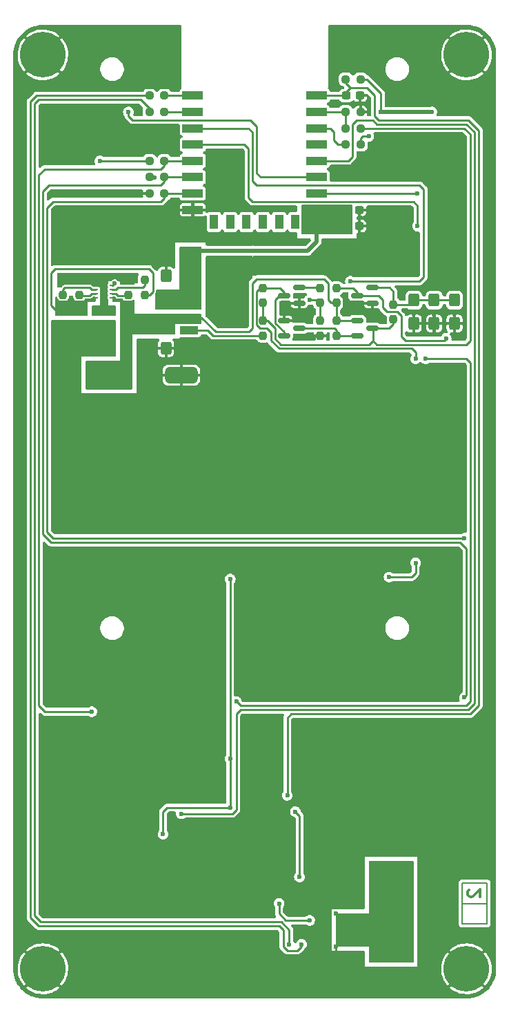
<source format=gbr>
%TF.GenerationSoftware,KiCad,Pcbnew,(6.0.7)*%
%TF.CreationDate,2022-10-04T23:40:53+03:00*%
%TF.ProjectId,ESP8266Tetris,45535038-3236-4365-9465-747269732e6b,1.0*%
%TF.SameCoordinates,Original*%
%TF.FileFunction,Copper,L2,Bot*%
%TF.FilePolarity,Positive*%
%FSLAX46Y46*%
G04 Gerber Fmt 4.6, Leading zero omitted, Abs format (unit mm)*
G04 Created by KiCad (PCBNEW (6.0.7)) date 2022-10-04 23:40:53*
%MOMM*%
%LPD*%
G01*
G04 APERTURE LIST*
G04 Aperture macros list*
%AMRoundRect*
0 Rectangle with rounded corners*
0 $1 Rounding radius*
0 $2 $3 $4 $5 $6 $7 $8 $9 X,Y pos of 4 corners*
0 Add a 4 corners polygon primitive as box body*
4,1,4,$2,$3,$4,$5,$6,$7,$8,$9,$2,$3,0*
0 Add four circle primitives for the rounded corners*
1,1,$1+$1,$2,$3*
1,1,$1+$1,$4,$5*
1,1,$1+$1,$6,$7*
1,1,$1+$1,$8,$9*
0 Add four rect primitives between the rounded corners*
20,1,$1+$1,$2,$3,$4,$5,0*
20,1,$1+$1,$4,$5,$6,$7,0*
20,1,$1+$1,$6,$7,$8,$9,0*
20,1,$1+$1,$8,$9,$2,$3,0*%
G04 Aperture macros list end*
%TA.AperFunction,NonConductor*%
%ADD10C,0.200000*%
%TD*%
%ADD11C,0.300000*%
%TA.AperFunction,NonConductor*%
%ADD12C,0.300000*%
%TD*%
%TA.AperFunction,SMDPad,CuDef*%
%ADD13RoundRect,0.250000X-0.425000X0.537500X-0.425000X-0.537500X0.425000X-0.537500X0.425000X0.537500X0*%
%TD*%
%TA.AperFunction,SMDPad,CuDef*%
%ADD14RoundRect,0.250000X0.425000X-0.537500X0.425000X0.537500X-0.425000X0.537500X-0.425000X-0.537500X0*%
%TD*%
%TA.AperFunction,ComponentPad*%
%ADD15C,5.600000*%
%TD*%
%TA.AperFunction,SMDPad,CuDef*%
%ADD16RoundRect,0.237500X-0.237500X0.250000X-0.237500X-0.250000X0.237500X-0.250000X0.237500X0.250000X0*%
%TD*%
%TA.AperFunction,SMDPad,CuDef*%
%ADD17RoundRect,0.237500X0.250000X0.237500X-0.250000X0.237500X-0.250000X-0.237500X0.250000X-0.237500X0*%
%TD*%
%TA.AperFunction,SMDPad,CuDef*%
%ADD18R,2.200000X1.000000*%
%TD*%
%TA.AperFunction,SMDPad,CuDef*%
%ADD19R,1.800000X3.400000*%
%TD*%
%TA.AperFunction,SMDPad,CuDef*%
%ADD20RoundRect,0.237500X-0.250000X-0.237500X0.250000X-0.237500X0.250000X0.237500X-0.250000X0.237500X0*%
%TD*%
%TA.AperFunction,SMDPad,CuDef*%
%ADD21R,2.500000X1.000000*%
%TD*%
%TA.AperFunction,SMDPad,CuDef*%
%ADD22R,1.000000X1.800000*%
%TD*%
%TA.AperFunction,SMDPad,CuDef*%
%ADD23RoundRect,0.237500X-0.300000X-0.237500X0.300000X-0.237500X0.300000X0.237500X-0.300000X0.237500X0*%
%TD*%
%TA.AperFunction,SMDPad,CuDef*%
%ADD24RoundRect,0.237500X0.237500X-0.250000X0.237500X0.250000X-0.237500X0.250000X-0.237500X-0.250000X0*%
%TD*%
%TA.AperFunction,SMDPad,CuDef*%
%ADD25RoundRect,0.150000X0.587500X0.150000X-0.587500X0.150000X-0.587500X-0.150000X0.587500X-0.150000X0*%
%TD*%
%TA.AperFunction,SMDPad,CuDef*%
%ADD26RoundRect,0.500000X1.500000X0.500000X-1.500000X0.500000X-1.500000X-0.500000X1.500000X-0.500000X0*%
%TD*%
%TA.AperFunction,SMDPad,CuDef*%
%ADD27RoundRect,0.237500X0.300000X0.237500X-0.300000X0.237500X-0.300000X-0.237500X0.300000X-0.237500X0*%
%TD*%
%TA.AperFunction,SMDPad,CuDef*%
%ADD28R,0.500000X0.250000*%
%TD*%
%TA.AperFunction,ComponentPad*%
%ADD29C,0.600000*%
%TD*%
%TA.AperFunction,SMDPad,CuDef*%
%ADD30R,0.900000X1.600000*%
%TD*%
%TA.AperFunction,SMDPad,CuDef*%
%ADD31RoundRect,0.150000X-0.587500X-0.150000X0.587500X-0.150000X0.587500X0.150000X-0.587500X0.150000X0*%
%TD*%
%TA.AperFunction,ViaPad*%
%ADD32C,0.600000*%
%TD*%
%TA.AperFunction,Conductor*%
%ADD33C,0.250000*%
%TD*%
%TA.AperFunction,Conductor*%
%ADD34C,0.500000*%
%TD*%
G04 APERTURE END LIST*
D10*
X155500000Y-135500000D02*
X155500000Y-138000000D01*
X158500000Y-135500000D02*
X155500000Y-135500000D01*
X155500000Y-138000000D02*
X155500000Y-140500000D01*
X158500000Y-140500000D02*
X155500000Y-140500000D01*
X158500000Y-135500000D02*
X158500000Y-138000000D01*
X158500000Y-138000000D02*
X158500000Y-140500000D01*
X158500000Y-138000000D02*
X155500000Y-138000000D01*
D11*
D12*
X156321428Y-136321428D02*
X156250000Y-136392857D01*
X156178571Y-136535714D01*
X156178571Y-136892857D01*
X156250000Y-137035714D01*
X156321428Y-137107142D01*
X156464285Y-137178571D01*
X156607142Y-137178571D01*
X156821428Y-137107142D01*
X157678571Y-136250000D01*
X157678571Y-137178571D01*
D13*
%TO.P,C35,1*%
%TO.N,Net-(C33-Pad1)*%
X152031250Y-64062500D03*
%TO.P,C35,2*%
%TO.N,GND*%
X152031250Y-66937500D03*
%TD*%
%TO.P,C34,1*%
%TO.N,Net-(C33-Pad1)*%
X149531250Y-64062500D03*
%TO.P,C34,2*%
%TO.N,GND*%
X149531250Y-66937500D03*
%TD*%
%TO.P,C33,1*%
%TO.N,Net-(C33-Pad1)*%
X154531250Y-64062500D03*
%TO.P,C33,2*%
%TO.N,GND*%
X154531250Y-66937500D03*
%TD*%
D14*
%TO.P,C11,1*%
%TO.N,+3V3*%
X119125000Y-63937500D03*
%TO.P,C11,2*%
%TO.N,GND*%
X119125000Y-61062500D03*
%TD*%
D13*
%TO.P,C9,1*%
%TO.N,BAT*%
X119125000Y-67062500D03*
%TO.P,C9,2*%
%TO.N,GND*%
X119125000Y-69937500D03*
%TD*%
D15*
%TO.P,H3,1,1*%
%TO.N,GND*%
X104000000Y-146000000D03*
%TD*%
%TO.P,H4,1,1*%
%TO.N,GND*%
X156000000Y-146000000D03*
%TD*%
%TO.P,H2,1,1*%
%TO.N,GND*%
X156000000Y-34000000D03*
%TD*%
%TO.P,H1,1,1*%
%TO.N,GND*%
X104000000Y-34000000D03*
%TD*%
D16*
%TO.P,R14,1*%
%TO.N,Net-(R14-Pad1)*%
X116479762Y-61587500D03*
%TO.P,R14,2*%
%TO.N,+5V*%
X116479762Y-63412500D03*
%TD*%
D17*
%TO.P,R3,1*%
%TO.N,+3V3*%
X143000000Y-45000000D03*
%TO.P,R3,2*%
%TO.N,EN*%
X141175000Y-45000000D03*
%TD*%
D16*
%TO.P,R29,1*%
%TO.N,Net-(C33-Pad1)*%
X147031250Y-64587500D03*
%TO.P,R29,2*%
%TO.N,Net-(Q6-Pad3)*%
X147031250Y-66412500D03*
%TD*%
D18*
%TO.P,U4,1,~{SD}*%
%TO.N,ON*%
X121950000Y-67750000D03*
%TO.P,U4,2,IN*%
%TO.N,BAT*%
X121950000Y-66250000D03*
%TO.P,U4,3,OUT*%
%TO.N,+3V3*%
X121950000Y-64750000D03*
%TO.P,U4,4,SENSE*%
X121950000Y-63250000D03*
D19*
%TO.P,U4,5,GND*%
%TO.N,GND*%
X128250000Y-65500000D03*
%TD*%
D20*
%TO.P,R4,1*%
%TO.N,+3V3*%
X117087500Y-47000000D03*
%TO.P,R4,2*%
%TO.N,LEFT*%
X118912500Y-47000000D03*
%TD*%
%TO.P,R10,1*%
%TO.N,Net-(R10-Pad1)*%
X117087500Y-39000000D03*
%TO.P,R10,2*%
%TO.N,TXD*%
X118912500Y-39000000D03*
%TD*%
D21*
%TO.P,U2,1,~{RST}*%
%TO.N,RST*%
X137600000Y-39000000D03*
%TO.P,U2,2,ADC*%
%TO.N,BATMS*%
X137600000Y-41000000D03*
%TO.P,U2,3,EN*%
%TO.N,EN*%
X137600000Y-43000000D03*
%TO.P,U2,4,GPIO16*%
%TO.N,unconnected-(U2-Pad4)*%
X137600000Y-45000000D03*
%TO.P,U2,5,GPIO14*%
%TO.N,DOWN*%
X137600000Y-47000000D03*
%TO.P,U2,6,GPIO12*%
%TO.N,DOUT*%
X137600000Y-49000000D03*
%TO.P,U2,7,GPIO13*%
%TO.N,RIGHT*%
X137600000Y-51000000D03*
%TO.P,U2,8,VCC*%
%TO.N,+3V3*%
X137600000Y-53000000D03*
D22*
%TO.P,U2,9,CS0*%
%TO.N,unconnected-(U2-Pad9)*%
X135000000Y-54500000D03*
%TO.P,U2,10,MISO*%
%TO.N,unconnected-(U2-Pad10)*%
X133000000Y-54500000D03*
%TO.P,U2,11,GPIO9*%
%TO.N,unconnected-(U2-Pad11)*%
X131000000Y-54500000D03*
%TO.P,U2,12,GPIO10*%
%TO.N,unconnected-(U2-Pad12)*%
X129000000Y-54500000D03*
%TO.P,U2,13,MOSI*%
%TO.N,unconnected-(U2-Pad13)*%
X127000000Y-54500000D03*
%TO.P,U2,14,SCLK*%
%TO.N,unconnected-(U2-Pad14)*%
X125000000Y-54500000D03*
D21*
%TO.P,U2,15,GND*%
%TO.N,GND*%
X122400000Y-53000000D03*
%TO.P,U2,16,GPIO15*%
%TO.N,START*%
X122400000Y-51000000D03*
%TO.P,U2,17,GPIO2*%
%TO.N,ROTATE*%
X122400000Y-49000000D03*
%TO.P,U2,18,GPIO0*%
%TO.N,LEFT*%
X122400000Y-47000000D03*
%TO.P,U2,19,GPIO4*%
%TO.N,BUZZER*%
X122400000Y-45000000D03*
%TO.P,U2,20,GPIO5*%
%TO.N,SD*%
X122400000Y-43000000D03*
%TO.P,U2,21,GPIO3/RXD*%
%TO.N,RXD*%
X122400000Y-41000000D03*
%TO.P,U2,22,GPIO1/TXD*%
%TO.N,TXD*%
X122400000Y-39000000D03*
%TD*%
D16*
%TO.P,R21,1*%
%TO.N,Net-(Q7-Pad1)*%
X131031250Y-62587500D03*
%TO.P,R21,2*%
%TO.N,Net-(Q6-Pad3)*%
X131031250Y-64412500D03*
%TD*%
D23*
%TO.P,C8,1*%
%TO.N,+3V3*%
X141137500Y-55000000D03*
%TO.P,C8,2*%
%TO.N,GND*%
X142862500Y-55000000D03*
%TD*%
D24*
%TO.P,R11,1*%
%TO.N,Net-(R11-Pad1)*%
X114479762Y-63412500D03*
%TO.P,R11,2*%
%TO.N,GND*%
X114479762Y-61587500D03*
%TD*%
D20*
%TO.P,R5,1*%
%TO.N,+3V3*%
X117087500Y-49000000D03*
%TO.P,R5,2*%
%TO.N,ROTATE*%
X118912500Y-49000000D03*
%TD*%
D23*
%TO.P,C4,1*%
%TO.N,+5V*%
X108867262Y-65250000D03*
%TO.P,C4,2*%
%TO.N,GND*%
X110592262Y-65250000D03*
%TD*%
D24*
%TO.P,R8,1*%
%TO.N,Net-(R8-Pad1)*%
X108479762Y-63412500D03*
%TO.P,R8,2*%
%TO.N,GND*%
X108479762Y-61587500D03*
%TD*%
%TO.P,R25,1*%
%TO.N,GND*%
X138031250Y-68412500D03*
%TO.P,R25,2*%
%TO.N,SD*%
X138031250Y-66587500D03*
%TD*%
D17*
%TO.P,R32,1*%
%TO.N,GND*%
X143000000Y-41000000D03*
%TO.P,R32,2*%
%TO.N,BATMS*%
X141175000Y-41000000D03*
%TD*%
%TO.P,R2,1*%
%TO.N,+3V3*%
X143000000Y-37000000D03*
%TO.P,R2,2*%
%TO.N,RST*%
X141175000Y-37000000D03*
%TD*%
D25*
%TO.P,Q8,1,B*%
%TO.N,Net-(Q8-Pad1)*%
X135468750Y-62550000D03*
%TO.P,Q8,2,E*%
%TO.N,GND*%
X135468750Y-64450000D03*
%TO.P,Q8,3,C*%
%TO.N,Net-(Q7-Pad1)*%
X133593750Y-63500000D03*
%TD*%
D26*
%TO.P,BT1,1,+*%
%TO.N,BAT*%
X112000000Y-73250000D03*
%TO.P,BT1,2,-*%
%TO.N,GND*%
X121000000Y-73250000D03*
%TD*%
D24*
%TO.P,R12,1*%
%TO.N,Net-(R12-Pad1)*%
X106479762Y-63412500D03*
%TO.P,R12,2*%
%TO.N,GND*%
X106479762Y-61587500D03*
%TD*%
D27*
%TO.P,C10,1*%
%TO.N,BAT*%
X114092262Y-65250000D03*
%TO.P,C10,2*%
%TO.N,GND*%
X112367262Y-65250000D03*
%TD*%
%TO.P,C5,1*%
%TO.N,GND*%
X142862500Y-53000000D03*
%TO.P,C5,2*%
%TO.N,+3V3*%
X141137500Y-53000000D03*
%TD*%
D16*
%TO.P,R27,1*%
%TO.N,Net-(Q9-Pad3)*%
X140031250Y-62587500D03*
%TO.P,R27,2*%
%TO.N,BAT*%
X140031250Y-64412500D03*
%TD*%
D28*
%TO.P,U3,1,IN*%
%TO.N,+5V*%
X110525000Y-63750000D03*
%TO.P,U3,2,ISET*%
%TO.N,Net-(R8-Pad1)*%
X110525000Y-63250000D03*
%TO.P,U3,3,TS*%
%TO.N,Net-(R12-Pad1)*%
X110525000Y-62750000D03*
%TO.P,U3,4,GND*%
%TO.N,GND*%
X110525000Y-62250000D03*
%TO.P,U3,5,STAT*%
%TO.N,Net-(D3-Pad1)*%
X112425000Y-62250000D03*
%TO.P,U3,6,~{PG}*%
%TO.N,Net-(R14-Pad1)*%
X112425000Y-62750000D03*
%TO.P,U3,7,VSET*%
%TO.N,Net-(R11-Pad1)*%
X112425000Y-63250000D03*
%TO.P,U3,8,OUT*%
%TO.N,BAT*%
X112425000Y-63750000D03*
D29*
%TO.P,U3,9,EP*%
%TO.N,GND*%
X111475000Y-63500000D03*
D30*
X111475000Y-63000000D03*
D29*
X111475000Y-62500000D03*
%TD*%
D31*
%TO.P,Q6,1,G*%
%TO.N,Net-(Q6-Pad1)*%
X142593750Y-68450000D03*
%TO.P,Q6,2,S*%
%TO.N,BAT*%
X142593750Y-66550000D03*
%TO.P,Q6,3,D*%
%TO.N,Net-(Q6-Pad3)*%
X144468750Y-67500000D03*
%TD*%
D20*
%TO.P,R9,1*%
%TO.N,Net-(R9-Pad1)*%
X117087500Y-41000000D03*
%TO.P,R9,2*%
%TO.N,RXD*%
X118912500Y-41000000D03*
%TD*%
%TO.P,R6,1*%
%TO.N,GND*%
X117087500Y-51000000D03*
%TO.P,R6,2*%
%TO.N,START*%
X118912500Y-51000000D03*
%TD*%
D23*
%TO.P,C3,1*%
%TO.N,RST*%
X141225000Y-39000000D03*
%TO.P,C3,2*%
%TO.N,GND*%
X142950000Y-39000000D03*
%TD*%
D16*
%TO.P,R23,1*%
%TO.N,Net-(Q8-Pad1)*%
X138031250Y-62587500D03*
%TO.P,R23,2*%
%TO.N,SD*%
X138031250Y-64412500D03*
%TD*%
%TO.P,R34,1*%
%TO.N,Net-(Q6-Pad3)*%
X131031250Y-66587500D03*
%TO.P,R34,2*%
%TO.N,ON*%
X131031250Y-68412500D03*
%TD*%
D25*
%TO.P,Q9,1,B*%
%TO.N,Net-(C33-Pad1)*%
X144468750Y-62550000D03*
%TO.P,Q9,2,E*%
%TO.N,GND*%
X144468750Y-64450000D03*
%TO.P,Q9,3,C*%
%TO.N,Net-(Q9-Pad3)*%
X142593750Y-63500000D03*
%TD*%
D24*
%TO.P,R16,1*%
%TO.N,Net-(Q6-Pad1)*%
X140031250Y-68412500D03*
%TO.P,R16,2*%
%TO.N,BAT*%
X140031250Y-66587500D03*
%TD*%
D31*
%TO.P,Q7,1,B*%
%TO.N,Net-(Q7-Pad1)*%
X133593750Y-68450000D03*
%TO.P,Q7,2,E*%
%TO.N,GND*%
X133593750Y-66550000D03*
%TO.P,Q7,3,C*%
%TO.N,Net-(Q6-Pad1)*%
X135468750Y-67500000D03*
%TD*%
D20*
%TO.P,R31,1*%
%TO.N,BATMS*%
X141175000Y-43000000D03*
%TO.P,R31,2*%
%TO.N,Net-(Q6-Pad3)*%
X143000000Y-43000000D03*
%TD*%
D32*
%TO.N,GND*%
X116500000Y-105250000D03*
X153250000Y-44250000D03*
X128750000Y-141500000D03*
X112000000Y-46000000D03*
X112000000Y-86750000D03*
X107750000Y-79250000D03*
X120000000Y-146750000D03*
X119000000Y-34000000D03*
X125000000Y-46000000D03*
X137250000Y-68750000D03*
X106000000Y-46000000D03*
X153250000Y-81000000D03*
X139750000Y-148500000D03*
X148000000Y-118250000D03*
X118250000Y-105250000D03*
X106000000Y-77500000D03*
X134000000Y-105250000D03*
X119000000Y-35750000D03*
X155000000Y-81000000D03*
X135750000Y-105250000D03*
X117250000Y-34000000D03*
X142250000Y-64500000D03*
X120000000Y-105250000D03*
X141000000Y-34000000D03*
X106000000Y-51000000D03*
X106000000Y-81000000D03*
X146250000Y-120000000D03*
X155000000Y-44250000D03*
X141250000Y-60750000D03*
X141000000Y-32250000D03*
X107750000Y-77500000D03*
X125500000Y-61750000D03*
X113500000Y-86750000D03*
X138000000Y-148500000D03*
X106000000Y-56500000D03*
X128000000Y-131750000D03*
X120500000Y-70000000D03*
X107750000Y-46000000D03*
X128000000Y-127500000D03*
X113500000Y-46000000D03*
X114750000Y-107000000D03*
X139750000Y-146750000D03*
X117250000Y-32250000D03*
X118250000Y-107000000D03*
X105000000Y-118250000D03*
X106000000Y-44250000D03*
X135250000Y-63500000D03*
X149500000Y-65750000D03*
X112000000Y-94750000D03*
X116500000Y-107000000D03*
X113500000Y-94750000D03*
X113500000Y-54750000D03*
X144500000Y-120000000D03*
X143000000Y-40000000D03*
X137500000Y-107000000D03*
X139250000Y-105250000D03*
X140000000Y-143250000D03*
X119000000Y-32250000D03*
X107750000Y-54750000D03*
X107750000Y-42500000D03*
X107750000Y-56500000D03*
X155000000Y-47750000D03*
X135750000Y-107000000D03*
X106000000Y-54750000D03*
X114750000Y-105250000D03*
X106750000Y-118250000D03*
X135000000Y-146000000D03*
X128000000Y-129000000D03*
X154500000Y-65750000D03*
X120000000Y-148500000D03*
X155000000Y-46000000D03*
X112000000Y-78750000D03*
X152000000Y-65750000D03*
X148000000Y-120000000D03*
X153250000Y-47750000D03*
X153250000Y-79250000D03*
X126750000Y-61750000D03*
X106000000Y-42500000D03*
X107750000Y-44250000D03*
X121750000Y-146750000D03*
X143000000Y-54000000D03*
X141000000Y-35750000D03*
X112000000Y-70500000D03*
X112000000Y-69000000D03*
X137500000Y-105250000D03*
X107750000Y-81000000D03*
X153250000Y-77500000D03*
X117250000Y-35750000D03*
X142750000Y-35750000D03*
X155000000Y-79250000D03*
X146250000Y-118250000D03*
X153250000Y-46000000D03*
X148862500Y-144250000D03*
X127000000Y-46000000D03*
X117750000Y-70000000D03*
X142750000Y-34000000D03*
X105000000Y-120000000D03*
X107750000Y-51000000D03*
X121750000Y-148500000D03*
X115500000Y-46000000D03*
X113500000Y-78750000D03*
X142750000Y-32250000D03*
X134000000Y-107000000D03*
X139250000Y-107000000D03*
X137250000Y-60750000D03*
X148862500Y-133750000D03*
X120000000Y-107000000D03*
X140000000Y-139250000D03*
X106000000Y-79250000D03*
X155000000Y-77500000D03*
X109500000Y-51000000D03*
X125000000Y-146000000D03*
X106750000Y-120000000D03*
X138000000Y-146750000D03*
X118000000Y-46000000D03*
X112000000Y-54750000D03*
X128000000Y-133500000D03*
X144500000Y-118250000D03*
%TO.N,+3V3*%
X117683411Y-49066589D03*
X127000000Y-120250000D03*
X146500000Y-98000000D03*
X151750000Y-41000000D03*
X127000000Y-126250000D03*
X111000000Y-47000000D03*
X118750000Y-64000000D03*
X121500000Y-58000000D03*
X122750000Y-58000000D03*
X145500000Y-41000000D03*
X149750000Y-96250000D03*
X119990000Y-64000000D03*
X127000000Y-98250000D03*
X118750000Y-129500000D03*
X144000000Y-44000000D03*
X121250000Y-64000000D03*
X124000000Y-58000000D03*
%TO.N,RST*%
X134000000Y-124750000D03*
%TO.N,+5V*%
X107250000Y-65250000D03*
X106000000Y-65250000D03*
%TO.N,Net-(C6-Pad1)*%
X133000000Y-138000000D03*
X136750000Y-140074500D03*
%TO.N,ROTATE*%
X155750000Y-112750000D03*
%TO.N,Net-(D3-Pad1)*%
X112809878Y-62012347D03*
%TO.N,DOUT*%
X114500000Y-41000000D03*
%TO.N,RTS*%
X135500000Y-134750000D03*
X135000000Y-126750000D03*
%TO.N,SD*%
X136750000Y-64000000D03*
X141750000Y-61750000D03*
%TO.N,Net-(R9-Pad1)*%
X134250000Y-143000000D03*
%TO.N,Net-(R10-Pad1)*%
X135750000Y-143000000D03*
%TO.N,Net-(Q7-Pad1)*%
X149750000Y-71250000D03*
%TO.N,Net-(Q9-Pad3)*%
X153500000Y-68750000D03*
%TO.N,LEFT*%
X110000000Y-114500000D03*
%TO.N,RIGHT*%
X127750000Y-113250000D03*
X150000000Y-51000000D03*
X151000000Y-71250000D03*
%TO.N,DOWN*%
X121000000Y-127000000D03*
%TO.N,START*%
X155750000Y-93250000D03*
%TO.N,BUZZER*%
X150000000Y-55000000D03*
%TD*%
D33*
%TO.N,GND*%
X140000000Y-143250000D02*
X140000000Y-145500000D01*
X139500000Y-146000000D02*
X135000000Y-146000000D01*
X140000000Y-145500000D02*
X139500000Y-146000000D01*
%TO.N,BAT*%
X129750000Y-67500000D02*
X129750000Y-62000000D01*
X140031250Y-66587500D02*
X140031250Y-64412500D01*
X139000000Y-62000000D02*
X139000000Y-64000000D01*
X125212500Y-67962500D02*
X129287500Y-67962500D01*
X121950000Y-66250000D02*
X123500000Y-66250000D01*
X123500000Y-66250000D02*
X125212500Y-67962500D01*
X138500000Y-61500000D02*
X139000000Y-62000000D01*
X129287500Y-67962500D02*
X129750000Y-67500000D01*
X142593750Y-66550000D02*
X140068750Y-66550000D01*
X130250000Y-61500000D02*
X138500000Y-61500000D01*
X139000000Y-64000000D02*
X139412500Y-64412500D01*
X139412500Y-64412500D02*
X140031250Y-64412500D01*
X129750000Y-62000000D02*
X130250000Y-61500000D01*
X140068750Y-66550000D02*
X140031250Y-66587500D01*
%TO.N,+3V3*%
X117087500Y-47000000D02*
X111000000Y-47000000D01*
X143250000Y-44000000D02*
X144000000Y-44000000D01*
X143750000Y-37000000D02*
X143000000Y-37000000D01*
X145500000Y-41000000D02*
X145500000Y-38750000D01*
X117616822Y-49000000D02*
X117683411Y-49066589D01*
D34*
X124000000Y-58000000D02*
X136500000Y-58000000D01*
D33*
X149750000Y-97500000D02*
X149750000Y-96250000D01*
D34*
X121500000Y-58000000D02*
X122750000Y-58000000D01*
D33*
X117087500Y-49000000D02*
X117616822Y-49000000D01*
D34*
X151750000Y-41000000D02*
X145500000Y-41000000D01*
X122750000Y-58000000D02*
X124000000Y-58000000D01*
D33*
X127000000Y-98250000D02*
X127000000Y-120250000D01*
D34*
X136500000Y-58000000D02*
X137600000Y-56900000D01*
D33*
X145500000Y-38750000D02*
X143750000Y-37000000D01*
X149250000Y-98000000D02*
X149750000Y-97500000D01*
X118750000Y-129500000D02*
X118750000Y-126750000D01*
X143000000Y-45000000D02*
X143000000Y-44250000D01*
X127000000Y-120250000D02*
X127000000Y-126250000D01*
X146500000Y-98000000D02*
X149250000Y-98000000D01*
D34*
X137600000Y-56900000D02*
X137600000Y-53000000D01*
D33*
X119250000Y-126250000D02*
X127000000Y-126250000D01*
X143000000Y-44250000D02*
X143250000Y-44000000D01*
X118750000Y-126750000D02*
X119250000Y-126250000D01*
%TO.N,RST*%
X141225000Y-38525000D02*
X141750000Y-38000000D01*
X144750000Y-39000000D02*
X144750000Y-41500000D01*
X141750000Y-38000000D02*
X143750000Y-38000000D01*
X157500000Y-113750000D02*
X157500000Y-43250000D01*
X134000000Y-115250000D02*
X134500000Y-114750000D01*
X143750000Y-38000000D02*
X144750000Y-39000000D01*
X144750000Y-41500000D02*
X145250000Y-42000000D01*
X156250000Y-42000000D02*
X145250000Y-42000000D01*
X137600000Y-39000000D02*
X141225000Y-39000000D01*
X141175000Y-37425000D02*
X141750000Y-38000000D01*
X141175000Y-37000000D02*
X141175000Y-37425000D01*
X134500000Y-114750000D02*
X156500000Y-114750000D01*
X134000000Y-124750000D02*
X134000000Y-115250000D01*
X141225000Y-39000000D02*
X141225000Y-38525000D01*
X157500000Y-43250000D02*
X156250000Y-42000000D01*
X156500000Y-114750000D02*
X157500000Y-113750000D01*
%TO.N,+5V*%
X117087500Y-63412500D02*
X117500000Y-63000000D01*
X105000000Y-64750000D02*
X105500000Y-65250000D01*
X116479762Y-63412500D02*
X117087500Y-63412500D01*
X105500000Y-65250000D02*
X106000000Y-65250000D01*
X105000000Y-60750000D02*
X105000000Y-64750000D01*
X105500000Y-60250000D02*
X105000000Y-60750000D01*
X117500000Y-63000000D02*
X117500000Y-60750000D01*
X117000000Y-60250000D02*
X105500000Y-60250000D01*
X117500000Y-60750000D02*
X117000000Y-60250000D01*
%TO.N,Net-(C6-Pad1)*%
X133824500Y-140074500D02*
X133000000Y-139250000D01*
X136750000Y-140074500D02*
X133824500Y-140074500D01*
X133000000Y-139250000D02*
X133000000Y-138000000D01*
%TO.N,ROTATE*%
X156000000Y-94500000D02*
X156000000Y-112500000D01*
X104000000Y-50750000D02*
X104000000Y-92750000D01*
X118912500Y-49587500D02*
X118500000Y-50000000D01*
X122400000Y-49000000D02*
X118912500Y-49000000D01*
X156000000Y-112500000D02*
X155750000Y-112750000D01*
X118912500Y-49000000D02*
X118912500Y-49587500D01*
X105000000Y-93750000D02*
X155250000Y-93750000D01*
X104000000Y-92750000D02*
X105000000Y-93750000D01*
X104750000Y-50000000D02*
X104000000Y-50750000D01*
X118500000Y-50000000D02*
X104750000Y-50000000D01*
X155250000Y-93750000D02*
X156000000Y-94500000D01*
%TO.N,Net-(C33-Pad1)*%
X147031250Y-63000000D02*
X147031250Y-64587500D01*
X149006250Y-64587500D02*
X149531250Y-64062500D01*
X146581250Y-62550000D02*
X147031250Y-63000000D01*
X147031250Y-64587500D02*
X149006250Y-64587500D01*
X152031250Y-64062500D02*
X154531250Y-64062500D01*
X144468750Y-62550000D02*
X146581250Y-62550000D01*
X149531250Y-64062500D02*
X152031250Y-64062500D01*
%TO.N,Net-(D3-Pad1)*%
X112572225Y-62250000D02*
X112809878Y-62012347D01*
X112425000Y-62250000D02*
X112572225Y-62250000D01*
%TO.N,Net-(Q6-Pad1)*%
X139781250Y-67500000D02*
X140031250Y-67750000D01*
X135468750Y-67500000D02*
X139781250Y-67500000D01*
X140068750Y-68450000D02*
X140031250Y-68412500D01*
X140031250Y-67750000D02*
X140031250Y-68412500D01*
X142593750Y-68450000D02*
X140068750Y-68450000D01*
%TO.N,DOUT*%
X129500000Y-42000000D02*
X130250000Y-42750000D01*
X130250000Y-48500000D02*
X130750000Y-49000000D01*
X114500000Y-41500000D02*
X115000000Y-42000000D01*
X114500000Y-41000000D02*
X114500000Y-41500000D01*
X115000000Y-42000000D02*
X129500000Y-42000000D01*
X130750000Y-49000000D02*
X137600000Y-49000000D01*
X130250000Y-42750000D02*
X130250000Y-48500000D01*
%TO.N,RTS*%
X135500000Y-134750000D02*
X135500000Y-127250000D01*
X135500000Y-127250000D02*
X135000000Y-126750000D01*
%TO.N,Net-(Q6-Pad3)*%
X156500000Y-69000000D02*
X156000000Y-69500000D01*
X144031250Y-69500000D02*
X144531250Y-69000000D01*
X133234499Y-69500000D02*
X133250000Y-69500000D01*
X146500000Y-67500000D02*
X147031250Y-66968750D01*
X145000000Y-69500000D02*
X144531250Y-69031250D01*
X131031250Y-66587500D02*
X131585603Y-66587500D01*
X131031250Y-64412500D02*
X131031250Y-66587500D01*
X132500000Y-67501897D02*
X132500000Y-68765501D01*
X144468750Y-67500000D02*
X146500000Y-67500000D01*
X132500000Y-68765501D02*
X133234499Y-69500000D01*
X133250000Y-69500000D02*
X144031250Y-69500000D01*
X143000000Y-43000000D02*
X155750000Y-43000000D01*
X155750000Y-43000000D02*
X156500000Y-43750000D01*
X144531250Y-67562500D02*
X144468750Y-67500000D01*
X144531250Y-69031250D02*
X144531250Y-69000000D01*
X131585603Y-66587500D02*
X132500000Y-67501897D01*
X156500000Y-43750000D02*
X156500000Y-69000000D01*
X147031250Y-66968750D02*
X147031250Y-66412500D01*
X144531250Y-69000000D02*
X144531250Y-67562500D01*
X156000000Y-69500000D02*
X145000000Y-69500000D01*
%TO.N,EN*%
X139750000Y-43500000D02*
X139750000Y-44500000D01*
X139750000Y-44500000D02*
X140250000Y-45000000D01*
X137600000Y-43000000D02*
X139250000Y-43000000D01*
X140250000Y-45000000D02*
X141175000Y-45000000D01*
X139250000Y-43000000D02*
X139750000Y-43500000D01*
%TO.N,SD*%
X150750000Y-54000000D02*
X150750000Y-60750000D01*
X129750000Y-49500000D02*
X130250000Y-50000000D01*
X137618750Y-64000000D02*
X138031250Y-64412500D01*
X136750000Y-64000000D02*
X137618750Y-64000000D01*
X129250000Y-43000000D02*
X129750000Y-43500000D01*
X150250000Y-50000000D02*
X150750000Y-50500000D01*
X141750000Y-61750000D02*
X150250000Y-61750000D01*
X138031250Y-66587500D02*
X138031250Y-64412500D01*
X130250000Y-50000000D02*
X137000000Y-50000000D01*
X137000000Y-50000000D02*
X150250000Y-50000000D01*
X122400000Y-43000000D02*
X129250000Y-43000000D01*
X150750000Y-61250000D02*
X150750000Y-60750000D01*
X129750000Y-43500000D02*
X129750000Y-49500000D01*
X150750000Y-50500000D02*
X150750000Y-54000000D01*
X150250000Y-61750000D02*
X150750000Y-61250000D01*
%TO.N,Net-(R8-Pad1)*%
X108567262Y-63500000D02*
X108479762Y-63412500D01*
X109975000Y-63250000D02*
X109725000Y-63500000D01*
X109725000Y-63500000D02*
X108567262Y-63500000D01*
X110525000Y-63250000D02*
X109975000Y-63250000D01*
%TO.N,Net-(R9-Pad1)*%
X103000000Y-139500000D02*
X103000000Y-40000000D01*
X133250000Y-140250000D02*
X103750000Y-140250000D01*
X103000000Y-40000000D02*
X103500000Y-39500000D01*
X117087500Y-40587500D02*
X117087500Y-41000000D01*
X134250000Y-141250000D02*
X133250000Y-140250000D01*
X116000000Y-39500000D02*
X117087500Y-40587500D01*
X103750000Y-140250000D02*
X103000000Y-139500000D01*
X134250000Y-143000000D02*
X134250000Y-141250000D01*
X103500000Y-39500000D02*
X116000000Y-39500000D01*
%TO.N,RXD*%
X122400000Y-41000000D02*
X118912500Y-41000000D01*
%TO.N,Net-(R10-Pad1)*%
X133000000Y-140750000D02*
X103500000Y-140750000D01*
X135750000Y-143000000D02*
X135750000Y-143250000D01*
X117087500Y-39000000D02*
X103250000Y-39000000D01*
X135750000Y-143250000D02*
X135250000Y-143750000D01*
X102500000Y-39750000D02*
X102500000Y-43250000D01*
X133500000Y-141250000D02*
X133000000Y-140750000D01*
X103250000Y-39000000D02*
X102500000Y-39750000D01*
X134000000Y-143750000D02*
X133500000Y-143250000D01*
X102500000Y-43250000D02*
X102500000Y-139750000D01*
X135250000Y-143750000D02*
X134000000Y-143750000D01*
X103500000Y-140750000D02*
X102500000Y-139750000D01*
X133500000Y-143250000D02*
X133500000Y-141250000D01*
%TO.N,TXD*%
X122400000Y-39000000D02*
X118912500Y-39000000D01*
%TO.N,Net-(R11-Pad1)*%
X112425000Y-63250000D02*
X112975000Y-63250000D01*
X112975000Y-63250000D02*
X113225000Y-63500000D01*
X113225000Y-63500000D02*
X114392262Y-63500000D01*
X114392262Y-63500000D02*
X114479762Y-63412500D01*
%TO.N,Net-(R12-Pad1)*%
X106725000Y-62500000D02*
X106475000Y-62750000D01*
X110000000Y-62750000D02*
X109750000Y-62500000D01*
X110525000Y-62750000D02*
X110000000Y-62750000D01*
X106475000Y-62750000D02*
X106475000Y-63407738D01*
X109750000Y-62500000D02*
X106725000Y-62500000D01*
X106475000Y-63407738D02*
X106479762Y-63412500D01*
%TO.N,Net-(Q7-Pad1)*%
X133593750Y-67959251D02*
X133593750Y-68450000D01*
X149750000Y-70500000D02*
X149750000Y-71250000D01*
X133118750Y-62587500D02*
X133593750Y-63062500D01*
X131031250Y-62587500D02*
X133118750Y-62587500D01*
X133000000Y-70000000D02*
X149250000Y-70000000D01*
X131031250Y-62587500D02*
X130662500Y-62587500D01*
X130660755Y-67500000D02*
X131500000Y-67500000D01*
X133593750Y-63500000D02*
X133031250Y-63500000D01*
X130231250Y-63018750D02*
X130231250Y-67070495D01*
X133593750Y-63062500D02*
X133593750Y-63500000D01*
X130662500Y-62587500D02*
X130231250Y-63018750D01*
X132000000Y-68000000D02*
X132000000Y-69000000D01*
X133031250Y-63500000D02*
X132531250Y-64000000D01*
X131500000Y-67500000D02*
X132000000Y-68000000D01*
X132000000Y-69000000D02*
X133000000Y-70000000D01*
X132531250Y-66896751D02*
X133593750Y-67959251D01*
X149250000Y-70000000D02*
X149750000Y-70500000D01*
X132531250Y-64000000D02*
X132531250Y-66896751D01*
X130231250Y-67070495D02*
X130660755Y-67500000D01*
%TO.N,Net-(R14-Pad1)*%
X112425000Y-62750000D02*
X112950000Y-62750000D01*
X112950000Y-62750000D02*
X113200000Y-62500000D01*
X116479762Y-62245238D02*
X116479762Y-61587500D01*
X113200000Y-62500000D02*
X116225000Y-62500000D01*
X116225000Y-62500000D02*
X116479762Y-62245238D01*
%TO.N,Net-(Q9-Pad3)*%
X146250000Y-65500000D02*
X147500000Y-65500000D01*
X148000000Y-66000000D02*
X148000000Y-68500000D01*
X145750000Y-65000000D02*
X146250000Y-65500000D01*
X145750000Y-64000000D02*
X145750000Y-65000000D01*
X142593750Y-63062500D02*
X142593750Y-63500000D01*
X148500000Y-69000000D02*
X153250000Y-69000000D01*
X140031250Y-62587500D02*
X142118750Y-62587500D01*
X145250000Y-63500000D02*
X145750000Y-64000000D01*
X147500000Y-65500000D02*
X148000000Y-66000000D01*
X142118750Y-62587500D02*
X142593750Y-63062500D01*
X142593750Y-63500000D02*
X145250000Y-63500000D01*
X153250000Y-69000000D02*
X153500000Y-68750000D01*
X148000000Y-68500000D02*
X148500000Y-69000000D01*
%TO.N,LEFT*%
X122400000Y-47000000D02*
X118912500Y-47000000D01*
X118912500Y-47587500D02*
X118500000Y-48000000D01*
X104250000Y-48000000D02*
X103500000Y-48750000D01*
X103500000Y-113750000D02*
X104250000Y-114500000D01*
X118500000Y-48000000D02*
X104250000Y-48000000D01*
X103500000Y-48750000D02*
X103500000Y-113750000D01*
X104250000Y-114500000D02*
X110000000Y-114500000D01*
X118912500Y-47000000D02*
X118912500Y-47587500D01*
%TO.N,RIGHT*%
X128250000Y-113750000D02*
X127750000Y-113250000D01*
X156500000Y-93500000D02*
X156500000Y-113250000D01*
X156500000Y-71750000D02*
X156500000Y-93500000D01*
X156000000Y-71250000D02*
X156500000Y-71750000D01*
X137600000Y-51000000D02*
X150000000Y-51000000D01*
X156000000Y-113750000D02*
X154500000Y-113750000D01*
X154500000Y-113750000D02*
X128250000Y-113750000D01*
X156500000Y-113250000D02*
X156000000Y-113750000D01*
X151000000Y-71250000D02*
X156000000Y-71250000D01*
%TO.N,DOWN*%
X144500000Y-42000000D02*
X145000000Y-42500000D01*
X137600000Y-47000000D02*
X141500000Y-47000000D01*
X127750000Y-114750000D02*
X128250000Y-114250000D01*
X156000000Y-42500000D02*
X145000000Y-42500000D01*
X157000000Y-113500000D02*
X157000000Y-43500000D01*
X127750000Y-126500000D02*
X127750000Y-114750000D01*
X128250000Y-114250000D02*
X156250000Y-114250000D01*
X142000000Y-42500000D02*
X142500000Y-42000000D01*
X142500000Y-42000000D02*
X144500000Y-42000000D01*
X142000000Y-46500000D02*
X142000000Y-42500000D01*
X141500000Y-47000000D02*
X142000000Y-46500000D01*
X121000000Y-127000000D02*
X127250000Y-127000000D01*
X127250000Y-127000000D02*
X127750000Y-126500000D01*
X157000000Y-43500000D02*
X156000000Y-42500000D01*
X156250000Y-114250000D02*
X157000000Y-113500000D01*
%TO.N,START*%
X108000000Y-93250000D02*
X155750000Y-93250000D01*
X122400000Y-51000000D02*
X118912500Y-51000000D01*
X118912500Y-51000000D02*
X118912500Y-51587500D01*
X104500000Y-92500000D02*
X105250000Y-93250000D01*
X118912500Y-51587500D02*
X118500000Y-52000000D01*
X105250000Y-52000000D02*
X104500000Y-52750000D01*
X104500000Y-52750000D02*
X104500000Y-62250000D01*
X105250000Y-93250000D02*
X108000000Y-93250000D01*
X118500000Y-52000000D02*
X105250000Y-52000000D01*
X104500000Y-62250000D02*
X104500000Y-92500000D01*
%TO.N,BUZZER*%
X149500000Y-52000000D02*
X150000000Y-52500000D01*
X128750000Y-45000000D02*
X129250000Y-45500000D01*
X129250000Y-48500000D02*
X129250000Y-51500000D01*
X150000000Y-54750000D02*
X150000000Y-55000000D01*
X129750000Y-52000000D02*
X149500000Y-52000000D01*
X122400000Y-45000000D02*
X128750000Y-45000000D01*
X129250000Y-45500000D02*
X129250000Y-48500000D01*
X150000000Y-52500000D02*
X150000000Y-54750000D01*
X129250000Y-51500000D02*
X129750000Y-52000000D01*
%TO.N,BATMS*%
X141175000Y-43000000D02*
X141175000Y-41000000D01*
X137600000Y-41000000D02*
X141175000Y-41000000D01*
%TO.N,Net-(Q8-Pad1)*%
X135468750Y-62550000D02*
X137993750Y-62550000D01*
X137993750Y-62550000D02*
X138031250Y-62587500D01*
%TO.N,ON*%
X124250000Y-67750000D02*
X121950000Y-67750000D01*
X131031250Y-68412500D02*
X124912500Y-68412500D01*
X124912500Y-68412500D02*
X124250000Y-67750000D01*
%TD*%
%TA.AperFunction,Conductor*%
%TO.N,+5V*%
G36*
X107692383Y-63520002D02*
G01*
X107738876Y-63573658D01*
X107750262Y-63626000D01*
X107750262Y-63709070D01*
X107756798Y-63769236D01*
X107759572Y-63776635D01*
X107798462Y-63880373D01*
X107806269Y-63901199D01*
X107890788Y-64013974D01*
X108003563Y-64098493D01*
X108011964Y-64101643D01*
X108011967Y-64101644D01*
X108071602Y-64124000D01*
X108135526Y-64147964D01*
X108195692Y-64154500D01*
X108763832Y-64154500D01*
X108823998Y-64147964D01*
X108887922Y-64124000D01*
X108947557Y-64101644D01*
X108947560Y-64101643D01*
X108955961Y-64098493D01*
X109068736Y-64013974D01*
X109131718Y-63929936D01*
X109188577Y-63887420D01*
X109232545Y-63879500D01*
X109671080Y-63879500D01*
X109695028Y-63882049D01*
X109696693Y-63882128D01*
X109706876Y-63884320D01*
X109717217Y-63883096D01*
X109740223Y-63880373D01*
X109746154Y-63880023D01*
X109746146Y-63879928D01*
X109751324Y-63879500D01*
X109756524Y-63879500D01*
X109761653Y-63878646D01*
X109761656Y-63878646D01*
X109775565Y-63876331D01*
X109781443Y-63875494D01*
X109822001Y-63870694D01*
X109822002Y-63870694D01*
X109832341Y-63869470D01*
X109840593Y-63865507D01*
X109849626Y-63864004D01*
X109858795Y-63859057D01*
X109858797Y-63859056D01*
X109894732Y-63839666D01*
X109900025Y-63836969D01*
X109939082Y-63818215D01*
X109939086Y-63818212D01*
X109946232Y-63814781D01*
X109950508Y-63811186D01*
X109952431Y-63809263D01*
X109954363Y-63807491D01*
X109954442Y-63807448D01*
X109954555Y-63807572D01*
X109955095Y-63807096D01*
X109960814Y-63804010D01*
X109997417Y-63764413D01*
X110000846Y-63760848D01*
X110095289Y-63666405D01*
X110157601Y-63632379D01*
X110184384Y-63629500D01*
X110374000Y-63629500D01*
X110442121Y-63649502D01*
X110488614Y-63703158D01*
X110500000Y-63755500D01*
X110500000Y-64124000D01*
X110479998Y-64192121D01*
X110426342Y-64238614D01*
X110374000Y-64250000D01*
X109500000Y-64250000D01*
X109500000Y-65874000D01*
X109479998Y-65942121D01*
X109426342Y-65988614D01*
X109374000Y-66000000D01*
X105626000Y-66000000D01*
X105557879Y-65979998D01*
X105511386Y-65926342D01*
X105500000Y-65874000D01*
X105500000Y-63731893D01*
X105520002Y-63663772D01*
X105573658Y-63617279D01*
X105643932Y-63607175D01*
X105708512Y-63636669D01*
X105746896Y-63696395D01*
X105751263Y-63718285D01*
X105756798Y-63769236D01*
X105759572Y-63776635D01*
X105798462Y-63880373D01*
X105806269Y-63901199D01*
X105890788Y-64013974D01*
X106003563Y-64098493D01*
X106011964Y-64101643D01*
X106011967Y-64101644D01*
X106071602Y-64124000D01*
X106135526Y-64147964D01*
X106195692Y-64154500D01*
X106763832Y-64154500D01*
X106823998Y-64147964D01*
X106887922Y-64124000D01*
X106947557Y-64101644D01*
X106947560Y-64101643D01*
X106955961Y-64098493D01*
X107068736Y-64013974D01*
X107153255Y-63901199D01*
X107161063Y-63880373D01*
X107199952Y-63776635D01*
X107202726Y-63769236D01*
X107209262Y-63709070D01*
X107209262Y-63626000D01*
X107229264Y-63557879D01*
X107282920Y-63511386D01*
X107335262Y-63500000D01*
X107624262Y-63500000D01*
X107692383Y-63520002D01*
G37*
%TD.AperFunction*%
%TD*%
%TA.AperFunction,Conductor*%
%TO.N,BAT*%
G36*
X112833737Y-63649502D02*
G01*
X112854711Y-63666405D01*
X112918522Y-63730216D01*
X112933664Y-63748964D01*
X112934779Y-63750189D01*
X112940429Y-63758940D01*
X112948607Y-63765387D01*
X112948609Y-63765389D01*
X112966800Y-63779729D01*
X112971244Y-63783678D01*
X112971306Y-63783604D01*
X112975263Y-63786957D01*
X112978944Y-63790638D01*
X112994654Y-63801865D01*
X112999380Y-63805413D01*
X113039647Y-63837156D01*
X113048284Y-63840189D01*
X113055734Y-63845513D01*
X113065710Y-63848497D01*
X113065711Y-63848497D01*
X113081046Y-63853083D01*
X113104849Y-63860202D01*
X113110486Y-63862034D01*
X113151367Y-63876390D01*
X113158851Y-63879018D01*
X113164416Y-63879500D01*
X113167124Y-63879500D01*
X113169758Y-63879614D01*
X113169856Y-63879643D01*
X113169849Y-63879807D01*
X113170553Y-63879851D01*
X113176778Y-63881713D01*
X113230635Y-63879597D01*
X113235582Y-63879500D01*
X113726979Y-63879500D01*
X113795100Y-63899502D01*
X113827806Y-63929936D01*
X113890788Y-64013974D01*
X114003563Y-64098493D01*
X114011964Y-64101643D01*
X114011967Y-64101644D01*
X114071602Y-64124000D01*
X114135526Y-64147964D01*
X114195692Y-64154500D01*
X114763832Y-64154500D01*
X114823998Y-64147964D01*
X114887922Y-64124000D01*
X114947557Y-64101644D01*
X114947560Y-64101643D01*
X114955961Y-64098493D01*
X114998629Y-64066516D01*
X115048436Y-64029188D01*
X115114942Y-64004341D01*
X115184325Y-64019394D01*
X115234554Y-64069569D01*
X115250000Y-64130015D01*
X115250000Y-65750003D01*
X116050950Y-65750003D01*
X123374000Y-65750000D01*
X123442121Y-65770002D01*
X123488614Y-65823658D01*
X123500000Y-65876000D01*
X123500000Y-66874000D01*
X123479998Y-66942121D01*
X123426342Y-66988614D01*
X123374000Y-67000000D01*
X123110100Y-67000000D01*
X123085519Y-66997579D01*
X123081135Y-66996707D01*
X123075067Y-66995500D01*
X121950182Y-66995500D01*
X120824934Y-66995501D01*
X120815193Y-66997439D01*
X120814486Y-66997579D01*
X120789907Y-67000000D01*
X120249476Y-67000000D01*
X120249482Y-67013559D01*
X120249947Y-68123947D01*
X120229973Y-68192076D01*
X120176337Y-68238592D01*
X120123947Y-68250000D01*
X115000000Y-68250000D01*
X115000000Y-74874000D01*
X114979998Y-74942121D01*
X114926342Y-74988614D01*
X114874000Y-75000000D01*
X109376000Y-75000000D01*
X109307879Y-74979998D01*
X109261386Y-74926342D01*
X109250000Y-74874000D01*
X109250000Y-71626000D01*
X109270002Y-71557879D01*
X109323658Y-71511386D01*
X109376000Y-71500000D01*
X113500000Y-71500000D01*
X113500000Y-64250000D01*
X112626000Y-64250000D01*
X112557879Y-64229998D01*
X112511386Y-64176342D01*
X112500000Y-64124000D01*
X112500000Y-63755500D01*
X112520002Y-63687379D01*
X112573658Y-63640886D01*
X112626000Y-63629500D01*
X112765616Y-63629500D01*
X112833737Y-63649502D01*
G37*
%TD.AperFunction*%
%TD*%
%TA.AperFunction,Conductor*%
%TO.N,+3V3*%
G36*
X141942121Y-52399502D02*
G01*
X141988614Y-52453158D01*
X142000000Y-52505500D01*
X142000000Y-55874000D01*
X141979998Y-55942121D01*
X141926342Y-55988614D01*
X141874000Y-56000000D01*
X135876000Y-56000000D01*
X135807879Y-55979998D01*
X135761386Y-55926342D01*
X135750000Y-55874000D01*
X135750000Y-55460100D01*
X135752421Y-55435519D01*
X135753293Y-55431135D01*
X135754500Y-55425067D01*
X135754499Y-53574934D01*
X135752421Y-53564486D01*
X135750000Y-53539907D01*
X135750000Y-52505500D01*
X135770002Y-52437379D01*
X135823658Y-52390886D01*
X135876000Y-52379500D01*
X141874000Y-52379500D01*
X141942121Y-52399502D01*
G37*
%TD.AperFunction*%
%TD*%
%TA.AperFunction,Conductor*%
%TO.N,GND*%
G36*
X115250000Y-62174500D02*
G01*
X113500000Y-62174500D01*
X113500000Y-61750000D01*
X113240446Y-61750000D01*
X113238783Y-61746343D01*
X113238782Y-61746342D01*
X113235862Y-61739919D01*
X113142278Y-61631310D01*
X113021973Y-61553332D01*
X112884617Y-61512254D01*
X112801375Y-61511745D01*
X112748305Y-61511421D01*
X112748304Y-61511421D01*
X112741254Y-61511378D01*
X112734477Y-61513315D01*
X112734476Y-61513315D01*
X112610187Y-61548837D01*
X112610185Y-61548838D01*
X112603407Y-61550775D01*
X112482158Y-61627277D01*
X112477491Y-61632561D01*
X112477489Y-61632563D01*
X112391922Y-61729450D01*
X112391920Y-61729452D01*
X112387255Y-61734735D01*
X112384259Y-61741117D01*
X112384258Y-61741118D01*
X112380088Y-61750000D01*
X112000000Y-61750000D01*
X112000000Y-62026016D01*
X111986133Y-62046769D01*
X111974500Y-62105252D01*
X111974500Y-62394748D01*
X111986133Y-62453231D01*
X111991551Y-62461339D01*
X111991871Y-62462112D01*
X111996673Y-62523109D01*
X111991871Y-62537888D01*
X111991551Y-62538661D01*
X111986133Y-62546769D01*
X111974500Y-62605252D01*
X111974500Y-62894748D01*
X111986133Y-62953231D01*
X111991551Y-62961339D01*
X111991871Y-62962112D01*
X111996673Y-63023109D01*
X111991871Y-63037888D01*
X111991551Y-63038661D01*
X111986133Y-63046769D01*
X111974500Y-63105252D01*
X111974500Y-63394748D01*
X111986133Y-63453231D01*
X111991551Y-63461339D01*
X111991871Y-63462112D01*
X111996673Y-63523109D01*
X111991871Y-63537888D01*
X111991551Y-63538661D01*
X111986133Y-63546769D01*
X111974500Y-63605252D01*
X111974500Y-63894748D01*
X111986133Y-63953231D01*
X111991552Y-63961340D01*
X111992464Y-63963543D01*
X112000000Y-64001430D01*
X112000000Y-64750000D01*
X112900847Y-64750000D01*
X112959038Y-64768907D01*
X112995002Y-64818407D01*
X112999847Y-64848987D01*
X112999987Y-65901009D01*
X112981087Y-65959202D01*
X112931592Y-65995173D01*
X112901009Y-66000022D01*
X111511165Y-66000337D01*
X110099021Y-66000658D01*
X110040827Y-65981764D01*
X110004852Y-65932272D01*
X110000000Y-65901658D01*
X110000000Y-64849000D01*
X110018907Y-64790809D01*
X110068407Y-64754845D01*
X110099000Y-64750000D01*
X111000000Y-64750000D01*
X111000000Y-62500000D01*
X110977421Y-62500000D01*
X110920192Y-62481405D01*
X110919552Y-62480448D01*
X110853231Y-62436133D01*
X110843668Y-62434231D01*
X110843666Y-62434230D01*
X110820995Y-62429721D01*
X110794748Y-62424500D01*
X110175834Y-62424500D01*
X110117643Y-62405593D01*
X110105831Y-62395504D01*
X109993275Y-62282949D01*
X109987439Y-62276581D01*
X109986156Y-62275052D01*
X109962455Y-62246806D01*
X109928792Y-62227371D01*
X109921511Y-62222732D01*
X109919056Y-62221013D01*
X109889684Y-62200446D01*
X109881316Y-62198204D01*
X109876029Y-62195738D01*
X109870544Y-62193742D01*
X109863045Y-62189412D01*
X109854519Y-62187909D01*
X109854517Y-62187908D01*
X109824784Y-62182666D01*
X109816349Y-62180796D01*
X109787174Y-62172978D01*
X109778807Y-62170736D01*
X109740095Y-62174123D01*
X109731466Y-62174500D01*
X106743523Y-62174500D01*
X106734894Y-62174123D01*
X106704822Y-62171492D01*
X106696193Y-62170737D01*
X106658657Y-62180795D01*
X106650231Y-62182663D01*
X106641038Y-62184284D01*
X106611955Y-62189412D01*
X106604450Y-62193745D01*
X106598973Y-62195738D01*
X106593682Y-62198205D01*
X106585316Y-62200447D01*
X106553489Y-62222732D01*
X106546206Y-62227372D01*
X106520044Y-62242476D01*
X106520042Y-62242477D01*
X106512545Y-62246806D01*
X106487569Y-62276571D01*
X106481735Y-62282938D01*
X106369926Y-62394748D01*
X106293671Y-62471003D01*
X106239154Y-62498781D01*
X106223667Y-62500000D01*
X105849000Y-62500000D01*
X105790809Y-62481093D01*
X105754845Y-62431593D01*
X105750000Y-62401000D01*
X105750000Y-60750000D01*
X115250000Y-60750000D01*
X115250000Y-62174500D01*
G37*
%TD.AperFunction*%
%TD*%
%TA.AperFunction,Conductor*%
%TO.N,+3V3*%
G36*
X123442121Y-57520002D02*
G01*
X123488614Y-57573658D01*
X123500000Y-57626000D01*
X123500000Y-65124000D01*
X123479998Y-65192121D01*
X123426342Y-65238614D01*
X123374000Y-65250000D01*
X117876000Y-65250000D01*
X117807879Y-65229998D01*
X117761386Y-65176342D01*
X117750000Y-65124000D01*
X117750000Y-63339603D01*
X117770002Y-63271482D01*
X117777042Y-63261608D01*
X117779740Y-63258186D01*
X117783675Y-63253759D01*
X117783602Y-63253697D01*
X117786961Y-63249733D01*
X117790638Y-63246056D01*
X117801892Y-63230308D01*
X117805398Y-63225638D01*
X117837156Y-63185353D01*
X117840188Y-63176719D01*
X117845514Y-63169266D01*
X117860203Y-63120150D01*
X117862036Y-63114508D01*
X117876390Y-63073633D01*
X117876390Y-63073632D01*
X117879018Y-63066149D01*
X117879500Y-63060584D01*
X117879500Y-63057876D01*
X117879614Y-63055242D01*
X117879643Y-63055144D01*
X117879807Y-63055151D01*
X117879851Y-63054447D01*
X117881713Y-63048222D01*
X117879597Y-62994365D01*
X117879500Y-62989418D01*
X117879500Y-62876000D01*
X117899502Y-62807879D01*
X117953158Y-62761386D01*
X118005500Y-62750000D01*
X120750000Y-62750000D01*
X120750000Y-57626000D01*
X120770002Y-57557879D01*
X120823658Y-57511386D01*
X120876000Y-57500000D01*
X123374000Y-57500000D01*
X123442121Y-57520002D01*
G37*
%TD.AperFunction*%
%TD*%
%TA.AperFunction,Conductor*%
%TO.N,GND*%
G36*
X149442121Y-132770002D02*
G01*
X149488614Y-132823658D01*
X149500000Y-132876000D01*
X149500000Y-145124000D01*
X149479998Y-145192121D01*
X149426342Y-145238614D01*
X149374000Y-145250000D01*
X144126000Y-145250000D01*
X144057879Y-145229998D01*
X144011386Y-145176342D01*
X144000000Y-145124000D01*
X144000000Y-143250000D01*
X140126000Y-143250000D01*
X140057879Y-143229998D01*
X140011386Y-143176342D01*
X140000000Y-143124000D01*
X140000000Y-139376000D01*
X140020002Y-139307879D01*
X140073658Y-139261386D01*
X140126000Y-139250000D01*
X144000000Y-139250000D01*
X144000000Y-132876000D01*
X144020002Y-132807879D01*
X144073658Y-132761386D01*
X144126000Y-132750000D01*
X149374000Y-132750000D01*
X149442121Y-132770002D01*
G37*
%TD.AperFunction*%
%TD*%
%TA.AperFunction,Conductor*%
%TO.N,GND*%
G36*
X120906862Y-30370431D02*
G01*
X120969199Y-30425657D01*
X120998731Y-30503527D01*
X121000000Y-30524500D01*
X121000000Y-38000000D01*
X121005208Y-38000000D01*
X121012510Y-38029627D01*
X121012510Y-38112909D01*
X120973807Y-38186651D01*
X120950994Y-38207214D01*
X120943145Y-38211068D01*
X120932985Y-38221246D01*
X120879282Y-38275043D01*
X120860707Y-38293650D01*
X120854395Y-38306564D01*
X120854393Y-38306566D01*
X120815688Y-38385749D01*
X120809464Y-38398482D01*
X120808448Y-38405448D01*
X120767675Y-38473250D01*
X120696505Y-38516501D01*
X120644353Y-38524500D01*
X119806842Y-38524500D01*
X119725980Y-38504569D01*
X119668798Y-38456424D01*
X119588812Y-38352184D01*
X119581867Y-38343133D01*
X119459037Y-38248883D01*
X119315999Y-38189635D01*
X119304695Y-38188147D01*
X119304692Y-38188146D01*
X119264888Y-38182906D01*
X119201040Y-38174500D01*
X118623960Y-38174500D01*
X118560112Y-38182906D01*
X118520308Y-38188146D01*
X118520305Y-38188147D01*
X118509001Y-38189635D01*
X118365963Y-38248883D01*
X118243133Y-38343133D01*
X118148883Y-38465963D01*
X118147624Y-38469003D01*
X118092998Y-38525875D01*
X118014002Y-38552249D01*
X117931799Y-38538890D01*
X117865220Y-38488859D01*
X117853670Y-38472127D01*
X117851117Y-38465963D01*
X117756867Y-38343133D01*
X117634037Y-38248883D01*
X117490999Y-38189635D01*
X117479695Y-38188147D01*
X117479692Y-38188146D01*
X117439888Y-38182906D01*
X117376040Y-38174500D01*
X116798960Y-38174500D01*
X116735112Y-38182906D01*
X116695308Y-38188146D01*
X116695305Y-38188147D01*
X116684001Y-38189635D01*
X116540963Y-38248883D01*
X116418133Y-38343133D01*
X116411188Y-38352184D01*
X116331202Y-38456424D01*
X116266164Y-38508443D01*
X116193158Y-38524500D01*
X103315143Y-38524500D01*
X103301190Y-38523940D01*
X103300619Y-38523894D01*
X103288527Y-38521158D01*
X103240043Y-38524166D01*
X103229269Y-38524500D01*
X103215855Y-38524500D01*
X103208395Y-38525568D01*
X103194516Y-38526990D01*
X103152583Y-38529592D01*
X103140926Y-38533800D01*
X103134117Y-38535210D01*
X103127445Y-38537161D01*
X103115171Y-38538919D01*
X103103885Y-38544051D01*
X103103883Y-38544051D01*
X103076920Y-38556310D01*
X103063984Y-38561576D01*
X103036133Y-38571630D01*
X103036129Y-38571632D01*
X103024470Y-38575841D01*
X103014459Y-38583155D01*
X103008320Y-38586419D01*
X103002465Y-38590163D01*
X102991180Y-38595294D01*
X102981790Y-38603385D01*
X102959344Y-38622726D01*
X102948405Y-38631411D01*
X102945397Y-38633608D01*
X102945393Y-38633612D01*
X102939965Y-38637577D01*
X102931174Y-38646368D01*
X102921718Y-38655147D01*
X102887996Y-38684204D01*
X102881253Y-38694606D01*
X102873660Y-38703311D01*
X102865576Y-38711966D01*
X102209833Y-39367709D01*
X102199570Y-39377179D01*
X102199134Y-39377550D01*
X102188650Y-39384165D01*
X102180445Y-39393455D01*
X102180443Y-39393457D01*
X102156492Y-39420577D01*
X102149110Y-39428432D01*
X102139627Y-39437915D01*
X102135921Y-39442860D01*
X102135920Y-39442861D01*
X102135116Y-39443934D01*
X102126299Y-39454764D01*
X102107986Y-39475500D01*
X102098487Y-39486255D01*
X102093218Y-39497477D01*
X102089401Y-39503289D01*
X102086064Y-39509384D01*
X102078628Y-39519305D01*
X102063872Y-39558665D01*
X102058456Y-39571516D01*
X102045871Y-39598322D01*
X102045870Y-39598325D01*
X102040601Y-39609548D01*
X102038693Y-39621800D01*
X102036656Y-39628464D01*
X102035167Y-39635236D01*
X102030816Y-39646843D01*
X102027703Y-39688743D01*
X102026110Y-39702620D01*
X102024500Y-39712956D01*
X102024500Y-39725382D01*
X102024022Y-39738276D01*
X102021982Y-39765735D01*
X102020723Y-39782674D01*
X102023311Y-39794797D01*
X102024097Y-39806325D01*
X102024500Y-39818162D01*
X102024500Y-139684857D01*
X102023940Y-139698810D01*
X102023894Y-139699381D01*
X102021158Y-139711473D01*
X102021926Y-139723848D01*
X102024166Y-139759957D01*
X102024500Y-139770731D01*
X102024500Y-139784145D01*
X102025567Y-139791593D01*
X102026990Y-139805484D01*
X102029592Y-139847417D01*
X102033800Y-139859074D01*
X102035210Y-139865883D01*
X102037161Y-139872555D01*
X102038919Y-139884829D01*
X102044051Y-139896115D01*
X102044051Y-139896117D01*
X102056310Y-139923080D01*
X102061576Y-139936016D01*
X102071630Y-139963867D01*
X102071632Y-139963871D01*
X102075841Y-139975530D01*
X102083155Y-139985541D01*
X102086419Y-139991680D01*
X102090163Y-139997535D01*
X102095294Y-140008820D01*
X102103385Y-140018210D01*
X102122726Y-140040656D01*
X102131411Y-140051595D01*
X102133608Y-140054603D01*
X102133612Y-140054607D01*
X102137577Y-140060035D01*
X102146368Y-140068826D01*
X102155147Y-140078282D01*
X102184204Y-140112004D01*
X102194603Y-140118745D01*
X102203315Y-140126345D01*
X102211968Y-140134427D01*
X103117714Y-141040173D01*
X103127184Y-141050436D01*
X103127550Y-141050867D01*
X103134165Y-141061350D01*
X103143455Y-141069555D01*
X103143457Y-141069557D01*
X103170569Y-141093501D01*
X103178424Y-141100883D01*
X103187915Y-141110374D01*
X103193937Y-141114887D01*
X103204762Y-141123700D01*
X103226963Y-141143307D01*
X103226965Y-141143308D01*
X103236255Y-141151513D01*
X103247473Y-141156780D01*
X103253290Y-141160601D01*
X103259387Y-141163939D01*
X103269305Y-141171372D01*
X103280914Y-141175724D01*
X103308657Y-141186125D01*
X103321524Y-141191547D01*
X103348327Y-141204131D01*
X103348329Y-141204132D01*
X103359548Y-141209399D01*
X103371798Y-141211306D01*
X103378460Y-141213343D01*
X103385236Y-141214833D01*
X103396843Y-141219184D01*
X103438745Y-141222297D01*
X103452620Y-141223890D01*
X103462956Y-141225500D01*
X103475382Y-141225500D01*
X103488276Y-141225978D01*
X103520313Y-141228359D01*
X103520316Y-141228359D01*
X103532674Y-141229277D01*
X103544797Y-141226689D01*
X103556325Y-141225903D01*
X103568162Y-141225500D01*
X132730969Y-141225500D01*
X132811831Y-141245431D01*
X132854006Y-141276464D01*
X132973537Y-141395996D01*
X133016622Y-141467267D01*
X133024500Y-141519032D01*
X133024500Y-143184857D01*
X133023940Y-143198810D01*
X133023894Y-143199381D01*
X133021158Y-143211473D01*
X133021926Y-143223848D01*
X133024166Y-143259957D01*
X133024500Y-143270731D01*
X133024500Y-143284145D01*
X133025567Y-143291593D01*
X133026990Y-143305484D01*
X133029592Y-143347417D01*
X133033800Y-143359074D01*
X133035210Y-143365883D01*
X133037161Y-143372555D01*
X133038919Y-143384829D01*
X133044051Y-143396115D01*
X133044051Y-143396117D01*
X133056310Y-143423080D01*
X133061576Y-143436016D01*
X133071630Y-143463867D01*
X133071632Y-143463871D01*
X133075841Y-143475530D01*
X133083155Y-143485541D01*
X133086419Y-143491680D01*
X133090163Y-143497535D01*
X133095294Y-143508820D01*
X133103385Y-143518210D01*
X133122726Y-143540656D01*
X133131411Y-143551595D01*
X133133608Y-143554603D01*
X133133612Y-143554607D01*
X133137577Y-143560035D01*
X133146368Y-143568826D01*
X133155147Y-143578282D01*
X133184204Y-143612004D01*
X133194605Y-143618745D01*
X133203320Y-143626348D01*
X133211975Y-143634433D01*
X133617709Y-144040168D01*
X133627179Y-144050430D01*
X133627550Y-144050866D01*
X133634165Y-144061350D01*
X133643455Y-144069555D01*
X133643457Y-144069557D01*
X133670569Y-144093501D01*
X133678424Y-144100883D01*
X133687915Y-144110374D01*
X133693937Y-144114887D01*
X133704762Y-144123700D01*
X133726963Y-144143307D01*
X133726965Y-144143308D01*
X133736255Y-144151513D01*
X133747473Y-144156780D01*
X133753290Y-144160601D01*
X133759387Y-144163939D01*
X133769305Y-144171372D01*
X133780914Y-144175724D01*
X133808657Y-144186125D01*
X133821524Y-144191547D01*
X133848327Y-144204131D01*
X133848329Y-144204132D01*
X133859548Y-144209399D01*
X133871798Y-144211306D01*
X133878460Y-144213343D01*
X133885236Y-144214833D01*
X133896843Y-144219184D01*
X133938745Y-144222297D01*
X133952620Y-144223890D01*
X133962956Y-144225500D01*
X133975382Y-144225500D01*
X133988276Y-144225978D01*
X134020313Y-144228359D01*
X134020316Y-144228359D01*
X134032674Y-144229277D01*
X134044797Y-144226689D01*
X134056325Y-144225903D01*
X134068162Y-144225500D01*
X135184857Y-144225500D01*
X135198810Y-144226060D01*
X135199381Y-144226106D01*
X135211473Y-144228842D01*
X135259958Y-144225834D01*
X135270731Y-144225500D01*
X135284145Y-144225500D01*
X135291605Y-144224432D01*
X135305484Y-144223010D01*
X135347417Y-144220408D01*
X135359074Y-144216200D01*
X135365883Y-144214790D01*
X135372555Y-144212839D01*
X135384829Y-144211081D01*
X135396115Y-144205949D01*
X135396117Y-144205949D01*
X135423080Y-144193690D01*
X135436016Y-144188424D01*
X135463867Y-144178370D01*
X135463871Y-144178368D01*
X135475530Y-144174159D01*
X135485541Y-144166845D01*
X135491680Y-144163581D01*
X135497535Y-144159837D01*
X135508820Y-144154706D01*
X135540659Y-144127272D01*
X135551595Y-144118589D01*
X135554603Y-144116392D01*
X135554607Y-144116388D01*
X135560035Y-144112423D01*
X135568826Y-144103632D01*
X135578282Y-144094853D01*
X135602615Y-144073886D01*
X135612004Y-144065796D01*
X135618745Y-144055395D01*
X135626348Y-144046680D01*
X135634433Y-144038025D01*
X135922459Y-143750000D01*
X139500000Y-143750000D01*
X143326000Y-143750000D01*
X143406862Y-143769931D01*
X143469199Y-143825157D01*
X143498731Y-143903027D01*
X143500000Y-143924000D01*
X143500000Y-145750000D01*
X150000000Y-145750000D01*
X150000000Y-143688305D01*
X153940735Y-143688305D01*
X153943670Y-143696183D01*
X155985060Y-145737573D01*
X156000345Y-145746813D01*
X156010083Y-145742430D01*
X158049902Y-143702611D01*
X158059142Y-143687326D01*
X158055519Y-143679276D01*
X157949144Y-143583496D01*
X157941583Y-143577417D01*
X157667631Y-143381287D01*
X157659441Y-143376089D01*
X157365326Y-143211714D01*
X157356618Y-143207467D01*
X157046017Y-143076902D01*
X157036884Y-143073650D01*
X156713661Y-142978520D01*
X156704221Y-142976306D01*
X156372407Y-142917798D01*
X156362789Y-142916651D01*
X156026527Y-142895496D01*
X156016816Y-142895429D01*
X155680302Y-142911887D01*
X155670661Y-142912900D01*
X155338067Y-142966768D01*
X155328589Y-142968852D01*
X155004081Y-143059457D01*
X154994898Y-143062583D01*
X154682511Y-143188795D01*
X154673732Y-143192926D01*
X154377356Y-143353176D01*
X154369093Y-143358260D01*
X154092444Y-143550536D01*
X154084775Y-143556527D01*
X153950967Y-143673668D01*
X153940735Y-143688305D01*
X150000000Y-143688305D01*
X150000000Y-140464255D01*
X155045815Y-140464255D01*
X155046734Y-140477234D01*
X155049065Y-140510156D01*
X155049500Y-140522445D01*
X155049500Y-140533850D01*
X155050466Y-140540275D01*
X155050833Y-140542714D01*
X155052332Y-140556293D01*
X155055383Y-140599384D01*
X155060079Y-140611522D01*
X155061161Y-140616361D01*
X155062616Y-140621092D01*
X155064551Y-140633962D01*
X155083254Y-140672911D01*
X155088671Y-140685428D01*
X155104261Y-140725726D01*
X155112314Y-140735941D01*
X155114769Y-140740245D01*
X155117560Y-140744352D01*
X155123191Y-140756079D01*
X155132018Y-140765629D01*
X155132022Y-140765634D01*
X155152519Y-140787808D01*
X155161388Y-140798192D01*
X155188128Y-140832110D01*
X155198828Y-140839505D01*
X155202448Y-140842904D01*
X155206315Y-140846002D01*
X155215146Y-140855556D01*
X155226396Y-140862090D01*
X155226398Y-140862092D01*
X155252508Y-140877258D01*
X155264042Y-140884578D01*
X155288866Y-140901735D01*
X155288872Y-140901738D01*
X155299569Y-140909131D01*
X155311969Y-140913053D01*
X155316425Y-140915236D01*
X155321036Y-140917062D01*
X155332287Y-140923596D01*
X155374366Y-140933349D01*
X155387542Y-140936954D01*
X155419275Y-140946990D01*
X155419278Y-140946991D01*
X155428730Y-140949980D01*
X155435337Y-140950500D01*
X155438751Y-140950500D01*
X155441983Y-140950627D01*
X155448804Y-140951029D01*
X155451582Y-140951248D01*
X155464255Y-140954185D01*
X155477234Y-140953266D01*
X155510156Y-140950935D01*
X155522445Y-140950500D01*
X158435245Y-140950500D01*
X158448895Y-140951036D01*
X158451581Y-140951247D01*
X158464255Y-140954185D01*
X158477234Y-140953266D01*
X158510156Y-140950935D01*
X158522445Y-140950500D01*
X158533850Y-140950500D01*
X158542725Y-140949166D01*
X158556293Y-140947668D01*
X158599384Y-140944617D01*
X158611522Y-140939921D01*
X158616361Y-140938839D01*
X158621092Y-140937384D01*
X158633962Y-140935449D01*
X158672911Y-140916746D01*
X158685431Y-140911328D01*
X158691110Y-140909131D01*
X158725726Y-140895739D01*
X158735941Y-140887686D01*
X158740245Y-140885231D01*
X158744352Y-140882440D01*
X158756079Y-140876809D01*
X158765627Y-140867983D01*
X158765630Y-140867981D01*
X158787810Y-140847478D01*
X158798197Y-140838608D01*
X158821892Y-140819928D01*
X158821894Y-140819926D01*
X158832110Y-140811872D01*
X158839505Y-140801172D01*
X158842904Y-140797552D01*
X158846002Y-140793685D01*
X158855556Y-140784854D01*
X158872270Y-140756079D01*
X158877258Y-140747492D01*
X158884578Y-140735958D01*
X158901735Y-140711134D01*
X158901738Y-140711128D01*
X158909131Y-140700431D01*
X158913053Y-140688031D01*
X158915236Y-140683575D01*
X158917062Y-140678964D01*
X158923596Y-140667713D01*
X158933349Y-140625634D01*
X158936954Y-140612458D01*
X158946990Y-140580725D01*
X158946991Y-140580722D01*
X158949980Y-140571270D01*
X158950500Y-140564663D01*
X158950500Y-140561249D01*
X158950627Y-140558017D01*
X158951029Y-140551196D01*
X158951248Y-140548418D01*
X158954185Y-140535745D01*
X158950935Y-140489844D01*
X158950500Y-140477555D01*
X158950500Y-138064755D01*
X158951036Y-138051105D01*
X158951247Y-138048419D01*
X158954185Y-138035745D01*
X158950935Y-137989844D01*
X158950500Y-137977555D01*
X158950500Y-135564755D01*
X158951036Y-135551105D01*
X158951247Y-135548419D01*
X158954185Y-135535745D01*
X158950935Y-135489844D01*
X158950500Y-135477555D01*
X158950500Y-135466150D01*
X158949166Y-135457275D01*
X158947668Y-135443705D01*
X158947546Y-135441983D01*
X158944617Y-135400616D01*
X158939921Y-135388478D01*
X158938839Y-135383639D01*
X158937384Y-135378908D01*
X158935449Y-135366038D01*
X158916746Y-135327089D01*
X158911328Y-135314569D01*
X158905525Y-135299569D01*
X158895739Y-135274274D01*
X158887686Y-135264059D01*
X158885231Y-135259755D01*
X158882440Y-135255648D01*
X158876809Y-135243921D01*
X158867982Y-135234371D01*
X158867978Y-135234366D01*
X158847481Y-135212192D01*
X158838612Y-135201808D01*
X158819927Y-135178107D01*
X158819926Y-135178106D01*
X158811872Y-135167890D01*
X158801172Y-135160495D01*
X158797552Y-135157096D01*
X158793685Y-135153998D01*
X158784854Y-135144444D01*
X158773604Y-135137910D01*
X158773602Y-135137908D01*
X158747492Y-135122742D01*
X158735958Y-135115422D01*
X158711134Y-135098265D01*
X158711128Y-135098262D01*
X158700431Y-135090869D01*
X158688031Y-135086947D01*
X158683575Y-135084764D01*
X158678964Y-135082938D01*
X158667713Y-135076404D01*
X158625634Y-135066651D01*
X158612458Y-135063046D01*
X158580725Y-135053010D01*
X158580722Y-135053009D01*
X158571270Y-135050020D01*
X158564663Y-135049500D01*
X158561249Y-135049500D01*
X158558017Y-135049373D01*
X158551196Y-135048971D01*
X158548418Y-135048752D01*
X158535745Y-135045815D01*
X158522766Y-135046734D01*
X158489844Y-135049065D01*
X158477555Y-135049500D01*
X155564755Y-135049500D01*
X155551105Y-135048964D01*
X155548419Y-135048753D01*
X155535745Y-135045815D01*
X155522766Y-135046734D01*
X155489844Y-135049065D01*
X155477555Y-135049500D01*
X155466150Y-135049500D01*
X155457275Y-135050834D01*
X155443707Y-135052332D01*
X155400616Y-135055383D01*
X155388478Y-135060079D01*
X155383639Y-135061161D01*
X155378908Y-135062616D01*
X155366038Y-135064551D01*
X155327089Y-135083254D01*
X155314572Y-135088671D01*
X155274274Y-135104261D01*
X155264059Y-135112314D01*
X155259755Y-135114769D01*
X155255648Y-135117560D01*
X155243921Y-135123191D01*
X155234371Y-135132018D01*
X155234366Y-135132022D01*
X155212192Y-135152519D01*
X155201808Y-135161388D01*
X155178107Y-135180073D01*
X155167890Y-135188128D01*
X155160495Y-135198828D01*
X155157096Y-135202448D01*
X155153998Y-135206315D01*
X155144444Y-135215146D01*
X155137910Y-135226396D01*
X155137908Y-135226398D01*
X155122742Y-135252508D01*
X155115422Y-135264042D01*
X155098265Y-135288866D01*
X155098262Y-135288872D01*
X155090869Y-135299569D01*
X155086947Y-135311969D01*
X155084764Y-135316425D01*
X155082938Y-135321036D01*
X155076404Y-135332287D01*
X155071299Y-135354312D01*
X155066652Y-135374361D01*
X155063046Y-135387542D01*
X155054806Y-135413597D01*
X155050020Y-135428730D01*
X155049500Y-135435337D01*
X155049500Y-135438751D01*
X155049373Y-135441983D01*
X155048971Y-135448804D01*
X155048752Y-135451582D01*
X155045815Y-135464255D01*
X155046734Y-135477234D01*
X155049065Y-135510156D01*
X155049500Y-135522445D01*
X155049500Y-137935245D01*
X155048964Y-137948895D01*
X155048753Y-137951581D01*
X155045815Y-137964255D01*
X155046734Y-137977234D01*
X155049065Y-138010156D01*
X155049500Y-138022445D01*
X155049500Y-140435245D01*
X155048964Y-140448895D01*
X155048753Y-140451581D01*
X155045815Y-140464255D01*
X150000000Y-140464255D01*
X150000000Y-132250000D01*
X143500000Y-132250000D01*
X143500000Y-138576000D01*
X143480069Y-138656862D01*
X143424843Y-138719199D01*
X143346973Y-138748731D01*
X143326000Y-138750000D01*
X139500000Y-138750000D01*
X139500000Y-143750000D01*
X135922459Y-143750000D01*
X136040168Y-143632291D01*
X136050430Y-143622821D01*
X136050866Y-143622450D01*
X136061350Y-143615835D01*
X136069555Y-143606545D01*
X136069557Y-143606543D01*
X136093501Y-143579431D01*
X136100883Y-143571576D01*
X136110374Y-143562085D01*
X136114887Y-143556063D01*
X136123701Y-143545236D01*
X136147597Y-143518180D01*
X136165009Y-143501055D01*
X136175986Y-143491680D01*
X136232348Y-143443542D01*
X136324224Y-143315683D01*
X136328322Y-143305491D01*
X136379036Y-143179334D01*
X136382950Y-143169598D01*
X136405134Y-143013723D01*
X136405278Y-143000000D01*
X136394738Y-142912900D01*
X136387624Y-142854110D01*
X136387623Y-142854106D01*
X136386363Y-142843694D01*
X136338185Y-142716194D01*
X136334420Y-142706229D01*
X136334418Y-142706226D01*
X136330710Y-142696412D01*
X136241531Y-142566657D01*
X136233704Y-142559684D01*
X136233702Y-142559681D01*
X136131808Y-142468897D01*
X136123976Y-142461919D01*
X136107551Y-142453222D01*
X135994097Y-142393151D01*
X135994096Y-142393151D01*
X135984831Y-142388245D01*
X135832128Y-142349889D01*
X135821642Y-142349834D01*
X135821641Y-142349834D01*
X135757759Y-142349500D01*
X135674684Y-142349065D01*
X135664489Y-142351513D01*
X135664486Y-142351513D01*
X135531792Y-142383370D01*
X135531790Y-142383371D01*
X135521588Y-142385820D01*
X135381679Y-142458032D01*
X135373776Y-142464927D01*
X135373775Y-142464927D01*
X135322357Y-142509782D01*
X135263034Y-142561533D01*
X135172501Y-142690348D01*
X135162423Y-142716197D01*
X135114483Y-142784293D01*
X135040386Y-142822312D01*
X134957108Y-142821541D01*
X134883727Y-142782158D01*
X134837544Y-142714498D01*
X134834419Y-142706227D01*
X134834418Y-142706225D01*
X134830710Y-142696412D01*
X134820643Y-142681764D01*
X134756103Y-142587858D01*
X134726727Y-142509929D01*
X134725500Y-142489303D01*
X134725500Y-141315143D01*
X134726060Y-141301190D01*
X134726106Y-141300619D01*
X134728842Y-141288527D01*
X134725834Y-141240037D01*
X134725500Y-141229264D01*
X134725500Y-141215855D01*
X134724433Y-141208402D01*
X134723010Y-141194514D01*
X134721177Y-141164956D01*
X134721176Y-141164953D01*
X134720409Y-141152584D01*
X134716199Y-141140924D01*
X134714789Y-141134115D01*
X134712838Y-141127443D01*
X134711081Y-141115171D01*
X134704585Y-141100883D01*
X134693691Y-141076921D01*
X134688427Y-141063991D01*
X134678369Y-141036133D01*
X134674159Y-141024471D01*
X134666845Y-141014459D01*
X134663573Y-141008306D01*
X134659835Y-141002461D01*
X134654706Y-140991180D01*
X134646616Y-140981791D01*
X134646614Y-140981788D01*
X134627280Y-140959350D01*
X134618601Y-140948420D01*
X134612424Y-140939965D01*
X134603626Y-140931167D01*
X134594847Y-140921711D01*
X134573888Y-140897387D01*
X134565796Y-140887996D01*
X134555394Y-140881253D01*
X134546688Y-140873659D01*
X134538035Y-140865576D01*
X134519496Y-140847037D01*
X134476412Y-140775766D01*
X134471383Y-140692636D01*
X134505563Y-140616691D01*
X134571121Y-140565329D01*
X134642533Y-140550000D01*
X136238655Y-140550000D01*
X136319517Y-140569931D01*
X136355757Y-140595303D01*
X136362647Y-140601573D01*
X136362656Y-140601579D01*
X136370410Y-140608635D01*
X136379624Y-140613638D01*
X136379627Y-140613640D01*
X136455877Y-140655040D01*
X136508776Y-140683762D01*
X136661069Y-140723715D01*
X136671550Y-140723880D01*
X136671553Y-140723880D01*
X136738081Y-140724925D01*
X136818495Y-140726188D01*
X136828715Y-140723847D01*
X136828718Y-140723847D01*
X136961740Y-140693381D01*
X136961744Y-140693380D01*
X136971968Y-140691038D01*
X136981341Y-140686324D01*
X137103255Y-140625008D01*
X137103257Y-140625006D01*
X137112625Y-140620295D01*
X137152308Y-140586403D01*
X137193006Y-140551643D01*
X137232348Y-140518042D01*
X137324224Y-140390183D01*
X137382950Y-140244098D01*
X137405134Y-140088223D01*
X137405278Y-140074500D01*
X137404595Y-140068853D01*
X137387624Y-139928610D01*
X137387623Y-139928606D01*
X137386363Y-139918194D01*
X137359619Y-139847417D01*
X137334420Y-139780729D01*
X137334418Y-139780726D01*
X137330710Y-139770912D01*
X137305837Y-139734721D01*
X137247470Y-139649798D01*
X137247469Y-139649797D01*
X137241531Y-139641157D01*
X137233704Y-139634184D01*
X137233702Y-139634181D01*
X137131808Y-139543397D01*
X137123976Y-139536419D01*
X137107551Y-139527722D01*
X136994097Y-139467651D01*
X136994096Y-139467651D01*
X136984831Y-139462745D01*
X136832128Y-139424389D01*
X136821642Y-139424334D01*
X136821641Y-139424334D01*
X136757759Y-139424000D01*
X136674684Y-139423565D01*
X136664489Y-139426013D01*
X136664486Y-139426013D01*
X136531792Y-139457870D01*
X136531790Y-139457871D01*
X136521588Y-139460320D01*
X136381679Y-139532532D01*
X136373778Y-139539425D01*
X136373770Y-139539430D01*
X136354640Y-139556119D01*
X136280604Y-139594257D01*
X136240256Y-139599000D01*
X134093532Y-139599000D01*
X134012670Y-139579069D01*
X133970495Y-139548037D01*
X133526463Y-139104005D01*
X133483379Y-139032734D01*
X133475500Y-138980968D01*
X133475500Y-138509105D01*
X133495431Y-138428243D01*
X133508198Y-138407569D01*
X133568098Y-138324209D01*
X133568100Y-138324206D01*
X133574224Y-138315683D01*
X133632950Y-138169598D01*
X133655134Y-138013723D01*
X133655278Y-138000000D01*
X133653306Y-137983702D01*
X133637624Y-137854110D01*
X133637623Y-137854106D01*
X133636363Y-137843694D01*
X133580710Y-137696412D01*
X133491531Y-137566657D01*
X133483704Y-137559684D01*
X133483702Y-137559681D01*
X133381808Y-137468897D01*
X133373976Y-137461919D01*
X133357551Y-137453222D01*
X133244097Y-137393151D01*
X133244096Y-137393151D01*
X133234831Y-137388245D01*
X133082128Y-137349889D01*
X133071642Y-137349834D01*
X133071641Y-137349834D01*
X133007759Y-137349500D01*
X132924684Y-137349065D01*
X132914489Y-137351513D01*
X132914486Y-137351513D01*
X132781792Y-137383370D01*
X132781790Y-137383371D01*
X132771588Y-137385820D01*
X132631679Y-137458032D01*
X132513034Y-137561533D01*
X132422501Y-137690348D01*
X132365309Y-137837039D01*
X132344758Y-137993138D01*
X132348029Y-138022766D01*
X132351158Y-138051105D01*
X132362035Y-138149633D01*
X132416143Y-138297490D01*
X132490113Y-138407569D01*
X132494922Y-138414725D01*
X132523480Y-138492958D01*
X132524500Y-138511773D01*
X132524500Y-139184857D01*
X132523940Y-139198810D01*
X132523894Y-139199381D01*
X132521158Y-139211473D01*
X132524166Y-139259957D01*
X132524500Y-139270731D01*
X132524500Y-139284145D01*
X132525567Y-139291593D01*
X132526990Y-139305484D01*
X132529592Y-139347417D01*
X132533800Y-139359074D01*
X132535210Y-139365883D01*
X132537161Y-139372555D01*
X132538919Y-139384829D01*
X132544051Y-139396115D01*
X132544051Y-139396117D01*
X132556310Y-139423080D01*
X132561576Y-139436016D01*
X132571630Y-139463867D01*
X132571632Y-139463871D01*
X132575841Y-139475530D01*
X132583156Y-139485543D01*
X132586418Y-139491677D01*
X132590162Y-139497531D01*
X132595294Y-139508820D01*
X132597715Y-139511630D01*
X132622834Y-139585618D01*
X132609893Y-139667888D01*
X132560201Y-139734721D01*
X132485142Y-139770805D01*
X132449472Y-139774500D01*
X104019032Y-139774500D01*
X103938170Y-139754569D01*
X103895995Y-139723537D01*
X103526463Y-139354005D01*
X103483379Y-139282734D01*
X103475500Y-139230968D01*
X103475500Y-114818032D01*
X103495431Y-114737170D01*
X103550657Y-114674833D01*
X103628527Y-114645301D01*
X103711201Y-114655339D01*
X103772537Y-114694995D01*
X103867709Y-114790167D01*
X103877179Y-114800430D01*
X103877550Y-114800866D01*
X103884165Y-114811350D01*
X103893455Y-114819555D01*
X103893457Y-114819557D01*
X103920577Y-114843508D01*
X103928432Y-114850890D01*
X103937915Y-114860373D01*
X103943929Y-114864880D01*
X103954763Y-114873700D01*
X103986255Y-114901513D01*
X103997477Y-114906782D01*
X104003289Y-114910599D01*
X104009384Y-114913936D01*
X104019305Y-114921372D01*
X104030911Y-114925723D01*
X104030915Y-114925725D01*
X104058657Y-114936125D01*
X104071524Y-114941547D01*
X104098327Y-114954131D01*
X104098329Y-114954132D01*
X104109548Y-114959399D01*
X104121798Y-114961306D01*
X104128460Y-114963343D01*
X104135236Y-114964833D01*
X104146843Y-114969184D01*
X104188745Y-114972297D01*
X104202620Y-114973890D01*
X104212956Y-114975500D01*
X104225382Y-114975500D01*
X104238276Y-114975978D01*
X104270313Y-114978359D01*
X104270316Y-114978359D01*
X104282674Y-114979277D01*
X104294797Y-114976689D01*
X104306325Y-114975903D01*
X104318162Y-114975500D01*
X109488655Y-114975500D01*
X109569517Y-114995431D01*
X109605757Y-115020803D01*
X109612647Y-115027073D01*
X109612656Y-115027079D01*
X109620410Y-115034135D01*
X109629624Y-115039138D01*
X109629627Y-115039140D01*
X109693618Y-115073884D01*
X109758776Y-115109262D01*
X109911069Y-115149215D01*
X109921550Y-115149380D01*
X109921553Y-115149380D01*
X109988081Y-115150425D01*
X110068495Y-115151688D01*
X110078715Y-115149347D01*
X110078718Y-115149347D01*
X110211740Y-115118881D01*
X110211744Y-115118880D01*
X110221968Y-115116538D01*
X110247629Y-115103632D01*
X110353255Y-115050508D01*
X110353257Y-115050506D01*
X110362625Y-115045795D01*
X110371715Y-115038032D01*
X110432337Y-114986255D01*
X110482348Y-114943542D01*
X110574224Y-114815683D01*
X110580265Y-114800657D01*
X110629036Y-114679334D01*
X110632950Y-114669598D01*
X110655134Y-114513723D01*
X110655278Y-114500000D01*
X110642930Y-114397958D01*
X110637624Y-114354110D01*
X110637623Y-114354106D01*
X110636363Y-114343694D01*
X110580710Y-114196412D01*
X110530129Y-114122816D01*
X110497470Y-114075298D01*
X110497469Y-114075297D01*
X110491531Y-114066657D01*
X110483704Y-114059684D01*
X110483702Y-114059681D01*
X110381808Y-113968897D01*
X110373976Y-113961919D01*
X110357551Y-113953222D01*
X110244097Y-113893151D01*
X110244096Y-113893151D01*
X110234831Y-113888245D01*
X110082128Y-113849889D01*
X110071642Y-113849834D01*
X110071641Y-113849834D01*
X110007759Y-113849500D01*
X109924684Y-113849065D01*
X109914489Y-113851513D01*
X109914486Y-113851513D01*
X109781792Y-113883370D01*
X109781790Y-113883371D01*
X109771588Y-113885820D01*
X109631679Y-113958032D01*
X109623778Y-113964925D01*
X109623770Y-113964930D01*
X109604640Y-113981619D01*
X109530604Y-114019757D01*
X109490256Y-114024500D01*
X104519032Y-114024500D01*
X104438170Y-114004569D01*
X104395995Y-113973537D01*
X104026463Y-113604005D01*
X103983379Y-113532734D01*
X103975500Y-113480968D01*
X103975500Y-104351529D01*
X111048074Y-104351529D01*
X111084153Y-104587302D01*
X111086368Y-104594079D01*
X111086369Y-104594083D01*
X111156038Y-104807236D01*
X111158255Y-104814018D01*
X111268390Y-105025586D01*
X111411602Y-105216325D01*
X111584042Y-105381113D01*
X111781082Y-105515525D01*
X111824244Y-105535560D01*
X111990958Y-105612946D01*
X111990961Y-105612947D01*
X111997428Y-105615949D01*
X112004298Y-105617854D01*
X112004300Y-105617855D01*
X112220398Y-105677785D01*
X112220402Y-105677786D01*
X112227272Y-105679691D01*
X112421986Y-105700500D01*
X112560463Y-105700500D01*
X112737716Y-105685927D01*
X112744636Y-105684189D01*
X112744641Y-105684188D01*
X112853995Y-105656720D01*
X112969048Y-105627821D01*
X112975591Y-105624976D01*
X112975597Y-105624974D01*
X113181234Y-105535560D01*
X113187784Y-105532712D01*
X113388049Y-105403155D01*
X113564464Y-105242629D01*
X113712293Y-105055445D01*
X113827564Y-104846631D01*
X113907183Y-104621794D01*
X113914584Y-104580249D01*
X113947760Y-104394001D01*
X113947760Y-104394000D01*
X113949012Y-104386972D01*
X113951926Y-104148471D01*
X113915847Y-103912698D01*
X113906871Y-103885234D01*
X113843962Y-103692764D01*
X113843961Y-103692761D01*
X113841745Y-103685982D01*
X113731610Y-103474414D01*
X113588398Y-103283675D01*
X113415958Y-103118887D01*
X113218918Y-102984475D01*
X113149428Y-102952219D01*
X113009042Y-102887054D01*
X113009039Y-102887053D01*
X113002572Y-102884051D01*
X112995702Y-102882146D01*
X112995700Y-102882145D01*
X112779602Y-102822215D01*
X112779598Y-102822214D01*
X112772728Y-102820309D01*
X112578014Y-102799500D01*
X112439537Y-102799500D01*
X112262284Y-102814073D01*
X112255364Y-102815811D01*
X112255359Y-102815812D01*
X112146005Y-102843280D01*
X112030952Y-102872179D01*
X112024409Y-102875024D01*
X112024403Y-102875026D01*
X111824753Y-102961837D01*
X111812216Y-102967288D01*
X111611951Y-103096845D01*
X111435536Y-103257371D01*
X111287707Y-103444555D01*
X111172436Y-103653369D01*
X111092817Y-103878206D01*
X111091565Y-103885233D01*
X111091565Y-103885234D01*
X111052240Y-104105999D01*
X111050988Y-104113028D01*
X111048074Y-104351529D01*
X103975500Y-104351529D01*
X103975500Y-93818031D01*
X103995431Y-93737169D01*
X104050657Y-93674832D01*
X104128527Y-93645300D01*
X104211201Y-93655338D01*
X104272536Y-93694994D01*
X104608243Y-94030702D01*
X104617709Y-94040168D01*
X104627179Y-94050430D01*
X104627550Y-94050866D01*
X104634165Y-94061350D01*
X104643455Y-94069555D01*
X104643457Y-94069557D01*
X104670569Y-94093501D01*
X104678424Y-94100883D01*
X104687915Y-94110374D01*
X104693937Y-94114887D01*
X104704762Y-94123700D01*
X104726963Y-94143307D01*
X104726965Y-94143308D01*
X104736255Y-94151513D01*
X104747473Y-94156780D01*
X104753290Y-94160601D01*
X104759387Y-94163939D01*
X104769305Y-94171372D01*
X104780914Y-94175724D01*
X104808657Y-94186125D01*
X104821524Y-94191547D01*
X104848327Y-94204131D01*
X104848329Y-94204132D01*
X104859548Y-94209399D01*
X104871798Y-94211306D01*
X104878460Y-94213343D01*
X104885236Y-94214833D01*
X104896843Y-94219184D01*
X104938745Y-94222297D01*
X104952620Y-94223890D01*
X104962956Y-94225500D01*
X104975382Y-94225500D01*
X104988276Y-94225978D01*
X105020313Y-94228359D01*
X105020316Y-94228359D01*
X105032674Y-94229277D01*
X105044797Y-94226689D01*
X105056325Y-94225903D01*
X105068162Y-94225500D01*
X154980968Y-94225500D01*
X155061830Y-94245431D01*
X155104005Y-94276463D01*
X155473537Y-94645995D01*
X155516621Y-94717266D01*
X155524500Y-94769032D01*
X155524500Y-112028314D01*
X155504569Y-112109176D01*
X155449343Y-112171513D01*
X155430306Y-112182933D01*
X155391002Y-112203219D01*
X155390995Y-112203223D01*
X155381679Y-112208032D01*
X155263034Y-112311533D01*
X155172501Y-112440348D01*
X155115309Y-112587039D01*
X155094758Y-112743138D01*
X155112035Y-112899633D01*
X155163660Y-113040704D01*
X155172732Y-113123490D01*
X155142292Y-113201009D01*
X155079314Y-113255503D01*
X155000257Y-113274500D01*
X128562456Y-113274500D01*
X128481594Y-113254569D01*
X128419257Y-113199343D01*
X128389716Y-113121402D01*
X128387624Y-113104112D01*
X128387623Y-113104110D01*
X128386363Y-113093694D01*
X128330710Y-112946412D01*
X128298560Y-112899633D01*
X128247470Y-112825298D01*
X128247469Y-112825297D01*
X128241531Y-112816657D01*
X128233704Y-112809684D01*
X128233702Y-112809681D01*
X128131808Y-112718897D01*
X128123976Y-112711919D01*
X128025179Y-112659608D01*
X127994097Y-112643151D01*
X127994096Y-112643151D01*
X127984831Y-112638245D01*
X127832128Y-112599889D01*
X127821642Y-112599834D01*
X127821641Y-112599834D01*
X127753406Y-112599477D01*
X127674684Y-112599065D01*
X127667804Y-112600717D01*
X127586887Y-112590431D01*
X127518614Y-112542738D01*
X127480325Y-112468779D01*
X127475500Y-112428087D01*
X127475500Y-104351529D01*
X146048074Y-104351529D01*
X146084153Y-104587302D01*
X146086368Y-104594079D01*
X146086369Y-104594083D01*
X146156038Y-104807236D01*
X146158255Y-104814018D01*
X146268390Y-105025586D01*
X146411602Y-105216325D01*
X146584042Y-105381113D01*
X146781082Y-105515525D01*
X146824244Y-105535560D01*
X146990958Y-105612946D01*
X146990961Y-105612947D01*
X146997428Y-105615949D01*
X147004298Y-105617854D01*
X147004300Y-105617855D01*
X147220398Y-105677785D01*
X147220402Y-105677786D01*
X147227272Y-105679691D01*
X147421986Y-105700500D01*
X147560463Y-105700500D01*
X147737716Y-105685927D01*
X147744636Y-105684189D01*
X147744641Y-105684188D01*
X147853995Y-105656720D01*
X147969048Y-105627821D01*
X147975591Y-105624976D01*
X147975597Y-105624974D01*
X148181234Y-105535560D01*
X148187784Y-105532712D01*
X148388049Y-105403155D01*
X148564464Y-105242629D01*
X148712293Y-105055445D01*
X148827564Y-104846631D01*
X148907183Y-104621794D01*
X148914584Y-104580249D01*
X148947760Y-104394001D01*
X148947760Y-104394000D01*
X148949012Y-104386972D01*
X148951926Y-104148471D01*
X148915847Y-103912698D01*
X148906871Y-103885234D01*
X148843962Y-103692764D01*
X148843961Y-103692761D01*
X148841745Y-103685982D01*
X148731610Y-103474414D01*
X148588398Y-103283675D01*
X148415958Y-103118887D01*
X148218918Y-102984475D01*
X148149428Y-102952219D01*
X148009042Y-102887054D01*
X148009039Y-102887053D01*
X148002572Y-102884051D01*
X147995702Y-102882146D01*
X147995700Y-102882145D01*
X147779602Y-102822215D01*
X147779598Y-102822214D01*
X147772728Y-102820309D01*
X147578014Y-102799500D01*
X147439537Y-102799500D01*
X147262284Y-102814073D01*
X147255364Y-102815811D01*
X147255359Y-102815812D01*
X147146005Y-102843280D01*
X147030952Y-102872179D01*
X147024409Y-102875024D01*
X147024403Y-102875026D01*
X146824753Y-102961837D01*
X146812216Y-102967288D01*
X146611951Y-103096845D01*
X146435536Y-103257371D01*
X146287707Y-103444555D01*
X146172436Y-103653369D01*
X146092817Y-103878206D01*
X146091565Y-103885233D01*
X146091565Y-103885234D01*
X146052240Y-104105999D01*
X146050988Y-104113028D01*
X146048074Y-104351529D01*
X127475500Y-104351529D01*
X127475500Y-98759105D01*
X127495431Y-98678243D01*
X127508198Y-98657569D01*
X127568098Y-98574209D01*
X127568100Y-98574206D01*
X127574224Y-98565683D01*
X127580325Y-98550508D01*
X127629036Y-98429334D01*
X127632950Y-98419598D01*
X127655134Y-98263723D01*
X127655278Y-98250000D01*
X127654448Y-98243138D01*
X127637624Y-98104110D01*
X127637623Y-98104106D01*
X127636363Y-98093694D01*
X127624182Y-98061458D01*
X127598366Y-97993138D01*
X145844758Y-97993138D01*
X145845909Y-98003563D01*
X145855125Y-98087039D01*
X145862035Y-98149633D01*
X145916143Y-98297490D01*
X146003958Y-98428172D01*
X146120410Y-98534135D01*
X146129624Y-98539138D01*
X146129627Y-98539140D01*
X146220026Y-98588222D01*
X146258776Y-98609262D01*
X146411069Y-98649215D01*
X146421550Y-98649380D01*
X146421553Y-98649380D01*
X146488081Y-98650425D01*
X146568495Y-98651688D01*
X146578715Y-98649347D01*
X146578718Y-98649347D01*
X146711740Y-98618881D01*
X146711744Y-98618880D01*
X146721968Y-98616538D01*
X146746382Y-98604259D01*
X146853255Y-98550508D01*
X146853257Y-98550506D01*
X146862625Y-98545795D01*
X146896117Y-98517190D01*
X146970549Y-98479829D01*
X147009122Y-98475500D01*
X149184857Y-98475500D01*
X149198810Y-98476060D01*
X149199381Y-98476106D01*
X149211473Y-98478842D01*
X149259958Y-98475834D01*
X149270731Y-98475500D01*
X149284145Y-98475500D01*
X149291605Y-98474432D01*
X149305484Y-98473010D01*
X149347417Y-98470408D01*
X149359074Y-98466200D01*
X149365883Y-98464790D01*
X149372555Y-98462839D01*
X149384829Y-98461081D01*
X149396115Y-98455949D01*
X149396117Y-98455949D01*
X149423080Y-98443690D01*
X149436016Y-98438424D01*
X149463867Y-98428370D01*
X149463871Y-98428368D01*
X149475530Y-98424159D01*
X149485541Y-98416845D01*
X149491680Y-98413581D01*
X149497535Y-98409837D01*
X149508820Y-98404706D01*
X149540659Y-98377272D01*
X149551595Y-98368589D01*
X149554603Y-98366392D01*
X149554607Y-98366388D01*
X149560035Y-98362423D01*
X149568826Y-98353632D01*
X149578282Y-98344853D01*
X149602615Y-98323886D01*
X149612004Y-98315796D01*
X149618745Y-98305395D01*
X149626348Y-98296680D01*
X149634433Y-98288025D01*
X149835420Y-98087039D01*
X150040168Y-97882291D01*
X150050430Y-97872821D01*
X150050866Y-97872450D01*
X150061350Y-97865835D01*
X150069555Y-97856545D01*
X150069557Y-97856543D01*
X150093501Y-97829431D01*
X150100883Y-97821576D01*
X150110374Y-97812085D01*
X150114887Y-97806063D01*
X150123700Y-97795238D01*
X150143307Y-97773037D01*
X150143308Y-97773035D01*
X150151513Y-97763745D01*
X150156780Y-97752527D01*
X150160601Y-97746710D01*
X150163939Y-97740613D01*
X150171372Y-97730695D01*
X150182832Y-97700126D01*
X150186125Y-97691343D01*
X150191547Y-97678476D01*
X150204131Y-97651673D01*
X150204132Y-97651671D01*
X150209399Y-97640452D01*
X150211306Y-97628202D01*
X150213343Y-97621540D01*
X150214833Y-97614764D01*
X150219184Y-97603157D01*
X150222297Y-97561255D01*
X150223891Y-97547375D01*
X150224466Y-97543681D01*
X150225500Y-97537044D01*
X150225500Y-97524618D01*
X150225978Y-97511724D01*
X150228359Y-97479687D01*
X150228359Y-97479684D01*
X150229277Y-97467326D01*
X150226689Y-97455203D01*
X150225903Y-97443675D01*
X150225500Y-97431838D01*
X150225500Y-96759105D01*
X150245431Y-96678243D01*
X150258198Y-96657569D01*
X150318098Y-96574209D01*
X150318100Y-96574206D01*
X150324224Y-96565683D01*
X150382950Y-96419598D01*
X150405134Y-96263723D01*
X150405278Y-96250000D01*
X150404448Y-96243138D01*
X150387624Y-96104110D01*
X150387623Y-96104106D01*
X150386363Y-96093694D01*
X150330710Y-95946412D01*
X150241531Y-95816657D01*
X150233704Y-95809684D01*
X150233702Y-95809681D01*
X150131808Y-95718897D01*
X150123976Y-95711919D01*
X150107551Y-95703222D01*
X149994097Y-95643151D01*
X149994096Y-95643151D01*
X149984831Y-95638245D01*
X149832128Y-95599889D01*
X149821642Y-95599834D01*
X149821641Y-95599834D01*
X149757759Y-95599500D01*
X149674684Y-95599065D01*
X149664489Y-95601513D01*
X149664486Y-95601513D01*
X149531792Y-95633370D01*
X149531790Y-95633371D01*
X149521588Y-95635820D01*
X149381679Y-95708032D01*
X149263034Y-95811533D01*
X149172501Y-95940348D01*
X149115309Y-96087039D01*
X149094758Y-96243138D01*
X149112035Y-96399633D01*
X149166143Y-96547490D01*
X149240113Y-96657569D01*
X149244922Y-96664725D01*
X149273480Y-96742958D01*
X149274500Y-96761773D01*
X149274500Y-97230968D01*
X149254569Y-97311830D01*
X149223537Y-97354005D01*
X149104005Y-97473537D01*
X149032734Y-97516621D01*
X148980968Y-97524500D01*
X147010485Y-97524500D01*
X146929623Y-97504569D01*
X146894734Y-97480414D01*
X146881808Y-97468897D01*
X146873976Y-97461919D01*
X146857551Y-97453222D01*
X146744097Y-97393151D01*
X146744096Y-97393151D01*
X146734831Y-97388245D01*
X146582128Y-97349889D01*
X146571642Y-97349834D01*
X146571641Y-97349834D01*
X146507759Y-97349500D01*
X146424684Y-97349065D01*
X146414489Y-97351513D01*
X146414486Y-97351513D01*
X146281792Y-97383370D01*
X146281790Y-97383371D01*
X146271588Y-97385820D01*
X146131679Y-97458032D01*
X146013034Y-97561533D01*
X145922501Y-97690348D01*
X145900527Y-97746710D01*
X145873256Y-97816657D01*
X145865309Y-97837039D01*
X145844758Y-97993138D01*
X127598366Y-97993138D01*
X127584420Y-97956229D01*
X127584418Y-97956226D01*
X127580710Y-97946412D01*
X127536641Y-97882291D01*
X127497470Y-97825298D01*
X127497469Y-97825297D01*
X127491531Y-97816657D01*
X127483704Y-97809684D01*
X127483702Y-97809681D01*
X127381808Y-97718897D01*
X127373976Y-97711919D01*
X127357551Y-97703222D01*
X127244097Y-97643151D01*
X127244096Y-97643151D01*
X127234831Y-97638245D01*
X127082128Y-97599889D01*
X127071642Y-97599834D01*
X127071641Y-97599834D01*
X127007759Y-97599500D01*
X126924684Y-97599065D01*
X126914489Y-97601513D01*
X126914486Y-97601513D01*
X126781792Y-97633370D01*
X126781790Y-97633371D01*
X126771588Y-97635820D01*
X126631679Y-97708032D01*
X126623776Y-97714927D01*
X126623775Y-97714927D01*
X126605700Y-97730695D01*
X126513034Y-97811533D01*
X126422501Y-97940348D01*
X126365309Y-98087039D01*
X126344758Y-98243138D01*
X126345909Y-98253563D01*
X126359567Y-98377274D01*
X126362035Y-98399633D01*
X126365642Y-98409489D01*
X126365642Y-98409490D01*
X126382644Y-98455949D01*
X126416143Y-98547490D01*
X126490113Y-98657569D01*
X126494922Y-98664725D01*
X126523480Y-98742958D01*
X126524500Y-98761773D01*
X126524500Y-119740189D01*
X126504569Y-119821051D01*
X126492858Y-119840240D01*
X126428534Y-119931763D01*
X126428532Y-119931767D01*
X126422501Y-119940348D01*
X126365309Y-120087039D01*
X126344758Y-120243138D01*
X126362035Y-120399633D01*
X126416143Y-120547490D01*
X126421995Y-120556198D01*
X126494922Y-120664725D01*
X126523480Y-120742958D01*
X126524500Y-120761773D01*
X126524500Y-125600500D01*
X126504569Y-125681362D01*
X126449343Y-125743699D01*
X126371473Y-125773231D01*
X126350500Y-125774500D01*
X119315143Y-125774500D01*
X119301190Y-125773940D01*
X119300619Y-125773894D01*
X119288527Y-125771158D01*
X119243680Y-125773940D01*
X119240036Y-125774166D01*
X119229263Y-125774500D01*
X119215855Y-125774500D01*
X119208496Y-125775554D01*
X119208404Y-125775567D01*
X119194511Y-125776990D01*
X119164959Y-125778823D01*
X119164957Y-125778823D01*
X119152583Y-125779591D01*
X119140919Y-125783802D01*
X119134115Y-125785211D01*
X119127445Y-125787161D01*
X119115171Y-125788919D01*
X119103884Y-125794051D01*
X119103883Y-125794051D01*
X119076918Y-125806311D01*
X119064004Y-125811569D01*
X119024471Y-125825841D01*
X119014463Y-125833153D01*
X119008315Y-125836422D01*
X119002463Y-125840164D01*
X118991180Y-125845294D01*
X118981790Y-125853385D01*
X118959349Y-125872722D01*
X118948404Y-125881412D01*
X118945393Y-125883611D01*
X118945388Y-125883615D01*
X118939965Y-125887577D01*
X118931174Y-125896368D01*
X118921718Y-125905147D01*
X118887996Y-125934204D01*
X118881253Y-125944606D01*
X118873660Y-125953311D01*
X118865576Y-125961966D01*
X118459833Y-126367709D01*
X118449570Y-126377179D01*
X118449134Y-126377550D01*
X118438650Y-126384165D01*
X118430445Y-126393455D01*
X118430443Y-126393457D01*
X118406492Y-126420577D01*
X118399110Y-126428432D01*
X118389627Y-126437915D01*
X118385921Y-126442860D01*
X118385920Y-126442861D01*
X118385116Y-126443934D01*
X118376299Y-126454764D01*
X118365205Y-126467326D01*
X118348487Y-126486255D01*
X118343218Y-126497477D01*
X118339401Y-126503289D01*
X118336064Y-126509384D01*
X118328628Y-126519305D01*
X118324277Y-126530911D01*
X118324275Y-126530915D01*
X118313875Y-126558657D01*
X118308453Y-126571524D01*
X118295869Y-126598327D01*
X118290601Y-126609548D01*
X118288694Y-126621798D01*
X118286657Y-126628460D01*
X118285167Y-126635236D01*
X118280816Y-126646843D01*
X118279898Y-126659203D01*
X118277703Y-126688743D01*
X118276110Y-126702620D01*
X118274500Y-126712956D01*
X118274500Y-126725382D01*
X118274022Y-126738276D01*
X118272130Y-126763745D01*
X118270723Y-126782674D01*
X118273311Y-126794797D01*
X118274097Y-126806325D01*
X118274500Y-126818162D01*
X118274500Y-128990189D01*
X118254569Y-129071051D01*
X118242858Y-129090240D01*
X118178534Y-129181763D01*
X118178532Y-129181767D01*
X118172501Y-129190348D01*
X118115309Y-129337039D01*
X118094758Y-129493138D01*
X118112035Y-129649633D01*
X118166143Y-129797490D01*
X118253958Y-129928172D01*
X118370410Y-130034135D01*
X118379624Y-130039138D01*
X118379627Y-130039140D01*
X118470026Y-130088222D01*
X118508776Y-130109262D01*
X118661069Y-130149215D01*
X118671550Y-130149380D01*
X118671553Y-130149380D01*
X118738081Y-130150425D01*
X118818495Y-130151688D01*
X118828715Y-130149347D01*
X118828718Y-130149347D01*
X118961740Y-130118881D01*
X118961744Y-130118880D01*
X118971968Y-130116538D01*
X118996382Y-130104259D01*
X119103255Y-130050508D01*
X119103257Y-130050506D01*
X119112625Y-130045795D01*
X119232348Y-129943542D01*
X119324224Y-129815683D01*
X119382950Y-129669598D01*
X119405134Y-129513723D01*
X119405278Y-129500000D01*
X119404448Y-129493138D01*
X119387624Y-129354110D01*
X119387623Y-129354106D01*
X119386363Y-129343694D01*
X119330710Y-129196412D01*
X119320642Y-129181763D01*
X119256103Y-129087858D01*
X119226727Y-129009929D01*
X119225500Y-128989303D01*
X119225500Y-127019031D01*
X119245431Y-126938169D01*
X119276464Y-126895994D01*
X119395996Y-126776463D01*
X119467267Y-126733378D01*
X119519032Y-126725500D01*
X120181585Y-126725500D01*
X120262447Y-126745431D01*
X120324784Y-126800657D01*
X120354316Y-126878527D01*
X120354096Y-126922209D01*
X120344758Y-126993138D01*
X120362035Y-127149633D01*
X120365642Y-127159489D01*
X120365642Y-127159490D01*
X120369292Y-127169463D01*
X120416143Y-127297490D01*
X120503958Y-127428172D01*
X120620410Y-127534135D01*
X120629624Y-127539138D01*
X120629627Y-127539140D01*
X120720026Y-127588222D01*
X120758776Y-127609262D01*
X120911069Y-127649215D01*
X120921550Y-127649380D01*
X120921553Y-127649380D01*
X120988081Y-127650425D01*
X121068495Y-127651688D01*
X121078715Y-127649347D01*
X121078718Y-127649347D01*
X121211740Y-127618881D01*
X121211744Y-127618880D01*
X121221968Y-127616538D01*
X121246382Y-127604259D01*
X121353255Y-127550508D01*
X121353257Y-127550506D01*
X121362625Y-127545795D01*
X121396117Y-127517190D01*
X121470549Y-127479829D01*
X121509122Y-127475500D01*
X127184857Y-127475500D01*
X127198810Y-127476060D01*
X127199381Y-127476106D01*
X127211473Y-127478842D01*
X127259958Y-127475834D01*
X127270731Y-127475500D01*
X127284145Y-127475500D01*
X127291605Y-127474432D01*
X127305484Y-127473010D01*
X127347417Y-127470408D01*
X127359074Y-127466200D01*
X127365883Y-127464790D01*
X127372555Y-127462839D01*
X127384829Y-127461081D01*
X127396115Y-127455949D01*
X127396117Y-127455949D01*
X127423080Y-127443690D01*
X127436016Y-127438424D01*
X127463867Y-127428370D01*
X127463871Y-127428368D01*
X127475530Y-127424159D01*
X127485541Y-127416845D01*
X127491680Y-127413581D01*
X127497535Y-127409837D01*
X127508820Y-127404706D01*
X127540659Y-127377272D01*
X127551595Y-127368589D01*
X127554603Y-127366392D01*
X127554607Y-127366388D01*
X127560035Y-127362423D01*
X127568826Y-127353632D01*
X127578282Y-127344853D01*
X127602615Y-127323886D01*
X127612004Y-127315796D01*
X127618745Y-127305395D01*
X127626348Y-127296680D01*
X127634433Y-127288025D01*
X128040168Y-126882291D01*
X128050430Y-126872821D01*
X128050866Y-126872450D01*
X128061350Y-126865835D01*
X128069555Y-126856545D01*
X128069557Y-126856543D01*
X128093501Y-126829431D01*
X128100883Y-126821576D01*
X128110374Y-126812085D01*
X128114887Y-126806063D01*
X128123700Y-126795238D01*
X128143307Y-126773037D01*
X128143308Y-126773035D01*
X128151513Y-126763745D01*
X128156780Y-126752527D01*
X128160601Y-126746710D01*
X128162557Y-126743138D01*
X134344758Y-126743138D01*
X134345909Y-126753563D01*
X134359664Y-126878154D01*
X134362035Y-126899633D01*
X134416143Y-127047490D01*
X134503958Y-127178172D01*
X134620410Y-127284135D01*
X134629624Y-127289138D01*
X134629627Y-127289140D01*
X134677519Y-127315143D01*
X134758776Y-127359262D01*
X134785954Y-127366392D01*
X134894654Y-127394909D01*
X134967811Y-127434707D01*
X135014094Y-127503944D01*
X135024500Y-127563214D01*
X135024500Y-134240189D01*
X135004569Y-134321051D01*
X134992858Y-134340240D01*
X134928534Y-134431763D01*
X134928532Y-134431767D01*
X134922501Y-134440348D01*
X134865309Y-134587039D01*
X134844758Y-134743138D01*
X134862035Y-134899633D01*
X134916143Y-135047490D01*
X135003958Y-135178172D01*
X135011719Y-135185234D01*
X135017882Y-135190841D01*
X135120410Y-135284135D01*
X135129624Y-135289138D01*
X135129627Y-135289140D01*
X135199550Y-135327105D01*
X135258776Y-135359262D01*
X135411069Y-135399215D01*
X135421550Y-135399380D01*
X135421553Y-135399380D01*
X135488081Y-135400425D01*
X135568495Y-135401688D01*
X135578715Y-135399347D01*
X135578718Y-135399347D01*
X135711740Y-135368881D01*
X135711744Y-135368880D01*
X135721968Y-135366538D01*
X135746382Y-135354259D01*
X135853255Y-135300508D01*
X135853257Y-135300506D01*
X135862625Y-135295795D01*
X135904823Y-135259755D01*
X135934549Y-135234366D01*
X135982348Y-135193542D01*
X136074224Y-135065683D01*
X136079786Y-135051849D01*
X136129036Y-134929334D01*
X136132950Y-134919598D01*
X136155134Y-134763723D01*
X136155278Y-134750000D01*
X136154448Y-134743138D01*
X136137624Y-134604110D01*
X136137623Y-134604106D01*
X136136363Y-134593694D01*
X136080710Y-134446412D01*
X136070642Y-134431763D01*
X136006103Y-134337858D01*
X135976727Y-134259929D01*
X135975500Y-134239303D01*
X135975500Y-127315143D01*
X135976060Y-127301190D01*
X135976106Y-127300619D01*
X135978842Y-127288527D01*
X135975834Y-127240036D01*
X135975500Y-127229263D01*
X135975500Y-127215855D01*
X135974433Y-127208404D01*
X135973010Y-127194511D01*
X135971177Y-127164959D01*
X135971177Y-127164957D01*
X135970409Y-127152583D01*
X135966198Y-127140919D01*
X135964789Y-127134115D01*
X135962839Y-127127445D01*
X135961081Y-127115171D01*
X135943689Y-127076918D01*
X135938431Y-127064004D01*
X135924159Y-127024471D01*
X135916847Y-127014463D01*
X135913578Y-127008315D01*
X135909836Y-127002463D01*
X135904706Y-126991180D01*
X135877274Y-126959343D01*
X135868588Y-126948404D01*
X135866389Y-126945393D01*
X135866385Y-126945388D01*
X135862423Y-126939965D01*
X135853632Y-126931174D01*
X135844853Y-126921718D01*
X135823886Y-126897385D01*
X135815796Y-126887996D01*
X135805394Y-126881253D01*
X135796689Y-126873660D01*
X135788034Y-126865576D01*
X135695398Y-126772940D01*
X135652314Y-126701669D01*
X135645695Y-126670807D01*
X135637624Y-126604111D01*
X135637623Y-126604108D01*
X135636363Y-126593694D01*
X135612418Y-126530324D01*
X135584420Y-126456229D01*
X135584418Y-126456226D01*
X135580710Y-126446412D01*
X135570694Y-126431838D01*
X135497470Y-126325298D01*
X135497469Y-126325297D01*
X135491531Y-126316657D01*
X135483704Y-126309684D01*
X135483702Y-126309681D01*
X135381808Y-126218897D01*
X135373976Y-126211919D01*
X135357551Y-126203222D01*
X135244097Y-126143151D01*
X135244096Y-126143151D01*
X135234831Y-126138245D01*
X135082128Y-126099889D01*
X135071642Y-126099834D01*
X135071641Y-126099834D01*
X135007759Y-126099500D01*
X134924684Y-126099065D01*
X134914489Y-126101513D01*
X134914486Y-126101513D01*
X134781792Y-126133370D01*
X134781790Y-126133371D01*
X134771588Y-126135820D01*
X134631679Y-126208032D01*
X134513034Y-126311533D01*
X134422501Y-126440348D01*
X134365309Y-126587039D01*
X134344758Y-126743138D01*
X128162557Y-126743138D01*
X128163939Y-126740613D01*
X128171372Y-126730695D01*
X128181895Y-126702625D01*
X128186125Y-126691343D01*
X128191547Y-126678476D01*
X128204131Y-126651673D01*
X128204132Y-126651671D01*
X128209399Y-126640452D01*
X128211306Y-126628202D01*
X128213343Y-126621540D01*
X128214833Y-126614764D01*
X128219184Y-126603157D01*
X128222297Y-126561255D01*
X128223891Y-126547375D01*
X128224466Y-126543681D01*
X128225500Y-126537044D01*
X128225500Y-126524618D01*
X128225978Y-126511724D01*
X128228359Y-126479687D01*
X128228359Y-126479684D01*
X128229277Y-126467326D01*
X128226689Y-126455203D01*
X128225903Y-126443675D01*
X128225500Y-126431838D01*
X128225500Y-115019031D01*
X128245431Y-114938169D01*
X128276464Y-114895994D01*
X128395996Y-114776463D01*
X128467267Y-114733378D01*
X128519032Y-114725500D01*
X133449395Y-114725500D01*
X133530257Y-114745431D01*
X133592594Y-114800657D01*
X133622126Y-114878527D01*
X133612088Y-114961201D01*
X133600422Y-114984064D01*
X133598487Y-114986255D01*
X133593219Y-114997477D01*
X133589402Y-115003288D01*
X133586065Y-115009382D01*
X133578628Y-115019305D01*
X133574277Y-115030911D01*
X133574275Y-115030915D01*
X133563875Y-115058657D01*
X133558453Y-115071524D01*
X133540601Y-115109548D01*
X133538694Y-115121798D01*
X133536657Y-115128460D01*
X133535167Y-115135236D01*
X133530816Y-115146843D01*
X133528474Y-115178370D01*
X133527703Y-115188743D01*
X133526110Y-115202620D01*
X133524500Y-115212956D01*
X133524500Y-115225382D01*
X133524022Y-115238276D01*
X133520723Y-115282674D01*
X133523311Y-115294797D01*
X133524097Y-115306325D01*
X133524500Y-115318162D01*
X133524500Y-124240189D01*
X133504569Y-124321051D01*
X133492858Y-124340240D01*
X133428534Y-124431763D01*
X133428532Y-124431767D01*
X133422501Y-124440348D01*
X133365309Y-124587039D01*
X133344758Y-124743138D01*
X133362035Y-124899633D01*
X133416143Y-125047490D01*
X133503958Y-125178172D01*
X133620410Y-125284135D01*
X133629624Y-125289138D01*
X133629627Y-125289140D01*
X133720026Y-125338222D01*
X133758776Y-125359262D01*
X133911069Y-125399215D01*
X133921550Y-125399380D01*
X133921553Y-125399380D01*
X133988081Y-125400425D01*
X134068495Y-125401688D01*
X134078715Y-125399347D01*
X134078718Y-125399347D01*
X134211740Y-125368881D01*
X134211744Y-125368880D01*
X134221968Y-125366538D01*
X134246382Y-125354259D01*
X134353255Y-125300508D01*
X134353257Y-125300506D01*
X134362625Y-125295795D01*
X134482348Y-125193542D01*
X134574224Y-125065683D01*
X134632950Y-124919598D01*
X134655134Y-124763723D01*
X134655278Y-124750000D01*
X134654448Y-124743138D01*
X134637624Y-124604110D01*
X134637623Y-124604106D01*
X134636363Y-124593694D01*
X134580710Y-124446412D01*
X134570642Y-124431763D01*
X134506103Y-124337858D01*
X134476727Y-124259929D01*
X134475500Y-124239303D01*
X134475500Y-115519031D01*
X134495431Y-115438169D01*
X134526464Y-115395994D01*
X134645996Y-115276463D01*
X134717267Y-115233378D01*
X134769032Y-115225500D01*
X156434857Y-115225500D01*
X156448810Y-115226060D01*
X156449381Y-115226106D01*
X156461473Y-115228842D01*
X156509958Y-115225834D01*
X156520731Y-115225500D01*
X156534145Y-115225500D01*
X156541605Y-115224432D01*
X156555484Y-115223010D01*
X156597417Y-115220408D01*
X156609074Y-115216200D01*
X156615883Y-115214790D01*
X156622555Y-115212839D01*
X156634829Y-115211081D01*
X156646115Y-115205949D01*
X156646117Y-115205949D01*
X156673080Y-115193690D01*
X156686016Y-115188424D01*
X156713867Y-115178370D01*
X156713871Y-115178368D01*
X156725530Y-115174159D01*
X156735541Y-115166845D01*
X156741680Y-115163581D01*
X156747535Y-115159837D01*
X156758820Y-115154706D01*
X156790659Y-115127272D01*
X156801595Y-115118589D01*
X156804603Y-115116392D01*
X156804607Y-115116388D01*
X156810035Y-115112423D01*
X156818826Y-115103632D01*
X156828282Y-115094853D01*
X156862004Y-115065796D01*
X156868745Y-115055397D01*
X156876345Y-115046685D01*
X156884427Y-115038032D01*
X157790173Y-114132286D01*
X157800436Y-114122816D01*
X157800867Y-114122450D01*
X157811350Y-114115835D01*
X157819555Y-114106545D01*
X157819557Y-114106543D01*
X157843501Y-114079431D01*
X157850883Y-114071576D01*
X157860374Y-114062085D01*
X157864887Y-114056063D01*
X157873700Y-114045238D01*
X157893307Y-114023037D01*
X157893308Y-114023035D01*
X157901513Y-114013745D01*
X157906780Y-114002527D01*
X157910601Y-113996710D01*
X157913939Y-113990613D01*
X157921372Y-113980695D01*
X157931671Y-113953222D01*
X157936125Y-113941343D01*
X157941547Y-113928476D01*
X157954131Y-113901673D01*
X157954132Y-113901671D01*
X157959399Y-113890452D01*
X157961306Y-113878202D01*
X157963343Y-113871540D01*
X157964833Y-113864764D01*
X157969184Y-113853157D01*
X157972297Y-113811255D01*
X157973891Y-113797375D01*
X157974466Y-113793681D01*
X157975500Y-113787044D01*
X157975500Y-113774618D01*
X157975978Y-113761724D01*
X157978359Y-113729687D01*
X157978359Y-113729684D01*
X157979277Y-113717326D01*
X157976689Y-113705203D01*
X157975903Y-113693675D01*
X157975500Y-113681838D01*
X157975500Y-43315143D01*
X157976060Y-43301190D01*
X157976106Y-43300619D01*
X157978842Y-43288527D01*
X157975834Y-43240042D01*
X157975500Y-43229269D01*
X157975500Y-43215855D01*
X157974432Y-43208395D01*
X157973009Y-43194509D01*
X157972727Y-43189965D01*
X157970408Y-43152583D01*
X157966200Y-43140926D01*
X157964790Y-43134117D01*
X157962839Y-43127445D01*
X157961081Y-43115171D01*
X157943690Y-43076920D01*
X157938424Y-43063984D01*
X157928370Y-43036133D01*
X157928368Y-43036129D01*
X157924159Y-43024470D01*
X157916845Y-43014459D01*
X157913581Y-43008320D01*
X157909837Y-43002465D01*
X157904706Y-42991180D01*
X157877272Y-42959341D01*
X157868589Y-42948405D01*
X157866392Y-42945397D01*
X157866388Y-42945393D01*
X157862423Y-42939965D01*
X157853632Y-42931174D01*
X157844853Y-42921718D01*
X157823886Y-42897385D01*
X157815796Y-42887996D01*
X157805394Y-42881253D01*
X157796689Y-42873660D01*
X157788034Y-42865576D01*
X156632291Y-41709833D01*
X156622821Y-41699570D01*
X156622450Y-41699134D01*
X156615835Y-41688650D01*
X156606545Y-41680445D01*
X156606543Y-41680443D01*
X156579423Y-41656492D01*
X156571568Y-41649110D01*
X156562085Y-41639627D01*
X156556066Y-41635116D01*
X156545236Y-41626299D01*
X156523038Y-41606694D01*
X156523037Y-41606693D01*
X156513745Y-41598487D01*
X156502523Y-41593218D01*
X156496711Y-41589401D01*
X156490616Y-41586064D01*
X156480695Y-41578628D01*
X156469089Y-41574277D01*
X156469085Y-41574275D01*
X156441343Y-41563875D01*
X156428476Y-41558453D01*
X156401673Y-41545869D01*
X156401671Y-41545868D01*
X156390452Y-41540601D01*
X156378202Y-41538694D01*
X156371540Y-41536657D01*
X156364764Y-41535167D01*
X156353157Y-41530816D01*
X156311255Y-41527703D01*
X156297380Y-41526110D01*
X156287044Y-41524500D01*
X156274618Y-41524500D01*
X156261724Y-41524022D01*
X156229687Y-41521641D01*
X156229684Y-41521641D01*
X156217326Y-41520723D01*
X156205203Y-41523311D01*
X156193675Y-41524097D01*
X156181838Y-41524500D01*
X152497760Y-41524500D01*
X152416898Y-41504569D01*
X152354561Y-41449343D01*
X152325029Y-41371473D01*
X152336317Y-41285600D01*
X152372285Y-41196129D01*
X152382950Y-41169598D01*
X152405134Y-41013723D01*
X152405278Y-41000000D01*
X152404448Y-40993138D01*
X152387624Y-40854110D01*
X152387623Y-40854106D01*
X152386363Y-40843694D01*
X152343271Y-40729654D01*
X152334420Y-40706229D01*
X152334418Y-40706226D01*
X152330710Y-40696412D01*
X152280043Y-40622691D01*
X152247470Y-40575298D01*
X152247469Y-40575297D01*
X152241531Y-40566657D01*
X152233704Y-40559684D01*
X152233702Y-40559681D01*
X152131808Y-40468897D01*
X152123976Y-40461919D01*
X152107551Y-40453222D01*
X151994097Y-40393151D01*
X151994096Y-40393151D01*
X151984831Y-40388245D01*
X151832128Y-40349889D01*
X151821642Y-40349834D01*
X151821641Y-40349834D01*
X151757759Y-40349500D01*
X151674684Y-40349065D01*
X151664489Y-40351513D01*
X151664486Y-40351513D01*
X151588634Y-40369724D01*
X151521588Y-40385820D01*
X151515403Y-40389013D01*
X151457112Y-40399500D01*
X146149500Y-40399500D01*
X146068638Y-40379569D01*
X146006301Y-40324343D01*
X145976769Y-40246473D01*
X145975500Y-40225500D01*
X145975500Y-38815143D01*
X145976060Y-38801190D01*
X145976106Y-38800619D01*
X145978842Y-38788527D01*
X145975834Y-38740037D01*
X145975500Y-38729264D01*
X145975500Y-38715855D01*
X145974433Y-38708402D01*
X145973010Y-38694514D01*
X145971177Y-38664956D01*
X145971176Y-38664953D01*
X145970409Y-38652584D01*
X145966199Y-38640924D01*
X145964789Y-38634115D01*
X145962838Y-38627443D01*
X145961081Y-38615171D01*
X145955950Y-38603885D01*
X145943691Y-38576921D01*
X145938427Y-38563991D01*
X145928369Y-38536133D01*
X145924159Y-38524471D01*
X145916845Y-38514459D01*
X145913573Y-38508306D01*
X145909835Y-38502461D01*
X145904706Y-38491180D01*
X145896616Y-38481791D01*
X145896614Y-38481788D01*
X145877280Y-38459350D01*
X145868601Y-38448420D01*
X145862424Y-38439965D01*
X145853626Y-38431167D01*
X145844847Y-38421711D01*
X145823888Y-38397387D01*
X145815796Y-38387996D01*
X145805394Y-38381253D01*
X145796688Y-38373659D01*
X145788035Y-38365576D01*
X144132290Y-36709832D01*
X144122820Y-36699568D01*
X144122448Y-36699131D01*
X144115835Y-36688650D01*
X144093841Y-36669225D01*
X144079423Y-36656492D01*
X144071568Y-36649110D01*
X144062085Y-36639627D01*
X144056066Y-36635116D01*
X144045236Y-36626299D01*
X144023038Y-36606694D01*
X144023037Y-36606693D01*
X144013745Y-36598487D01*
X144002523Y-36593218D01*
X143996711Y-36589401D01*
X143990616Y-36586064D01*
X143980695Y-36578628D01*
X143969089Y-36574277D01*
X143969085Y-36574275D01*
X143941343Y-36563875D01*
X143928476Y-36558453D01*
X143901673Y-36545869D01*
X143901671Y-36545868D01*
X143890452Y-36540601D01*
X143878204Y-36538694D01*
X143871538Y-36536656D01*
X143867666Y-36535805D01*
X143863265Y-36533635D01*
X143854648Y-36531375D01*
X143853188Y-36530828D01*
X143853871Y-36529004D01*
X143792969Y-36498979D01*
X143764648Y-36465172D01*
X143763617Y-36465963D01*
X143676312Y-36352184D01*
X143669367Y-36343133D01*
X143546537Y-36248883D01*
X143403499Y-36189635D01*
X143392195Y-36188147D01*
X143392192Y-36188146D01*
X143352388Y-36182906D01*
X143288540Y-36174500D01*
X142711460Y-36174500D01*
X142647612Y-36182906D01*
X142607808Y-36188146D01*
X142607805Y-36188147D01*
X142596501Y-36189635D01*
X142453463Y-36248883D01*
X142330633Y-36343133D01*
X142236383Y-36465963D01*
X142235124Y-36469003D01*
X142180498Y-36525875D01*
X142101502Y-36552249D01*
X142019299Y-36538890D01*
X141952720Y-36488859D01*
X141941170Y-36472127D01*
X141938617Y-36465963D01*
X141844367Y-36343133D01*
X141721537Y-36248883D01*
X141578499Y-36189635D01*
X141567195Y-36188147D01*
X141567192Y-36188146D01*
X141527388Y-36182906D01*
X141463540Y-36174500D01*
X140886460Y-36174500D01*
X140822612Y-36182906D01*
X140782808Y-36188146D01*
X140782805Y-36188147D01*
X140771501Y-36189635D01*
X140628463Y-36248883D01*
X140505633Y-36343133D01*
X140411383Y-36465963D01*
X140407019Y-36476499D01*
X140360254Y-36589401D01*
X140352135Y-36609001D01*
X140350647Y-36620305D01*
X140350646Y-36620308D01*
X140348697Y-36635116D01*
X140337000Y-36723960D01*
X140337000Y-37276040D01*
X140352135Y-37390999D01*
X140411383Y-37534037D01*
X140505633Y-37656867D01*
X140628463Y-37751117D01*
X140771501Y-37810365D01*
X140782805Y-37811853D01*
X140782808Y-37811854D01*
X140823716Y-37817239D01*
X140846996Y-37820304D01*
X140924563Y-37850618D01*
X140947320Y-37869778D01*
X140954505Y-37876963D01*
X140997589Y-37948234D01*
X141002618Y-38031364D01*
X140968438Y-38107309D01*
X140954505Y-38123037D01*
X140947320Y-38130222D01*
X140876049Y-38173306D01*
X140846997Y-38179695D01*
X140823716Y-38182761D01*
X140782808Y-38188146D01*
X140782805Y-38188147D01*
X140771501Y-38189635D01*
X140628463Y-38248883D01*
X140505633Y-38343133D01*
X140498688Y-38352184D01*
X140418702Y-38456424D01*
X140353664Y-38508443D01*
X140280658Y-38524500D01*
X139355652Y-38524500D01*
X139274790Y-38504569D01*
X139212453Y-38449343D01*
X139191631Y-38406537D01*
X139190358Y-38397888D01*
X139138932Y-38293145D01*
X139081388Y-38235701D01*
X139066528Y-38220867D01*
X139066527Y-38220866D01*
X139056350Y-38210707D01*
X139049957Y-38207582D01*
X138998947Y-38148179D01*
X138980269Y-38067019D01*
X138991555Y-38008006D01*
X138994591Y-38000000D01*
X139000000Y-38000000D01*
X139000000Y-35851529D01*
X146048074Y-35851529D01*
X146084153Y-36087302D01*
X146086368Y-36094079D01*
X146086369Y-36094083D01*
X146155173Y-36304589D01*
X146158255Y-36314018D01*
X146268390Y-36525586D01*
X146272673Y-36531290D01*
X146272674Y-36531292D01*
X146357295Y-36643995D01*
X146411602Y-36716325D01*
X146584042Y-36881113D01*
X146781082Y-37015525D01*
X146824244Y-37035560D01*
X146990958Y-37112946D01*
X146990961Y-37112947D01*
X146997428Y-37115949D01*
X147004298Y-37117854D01*
X147004300Y-37117855D01*
X147220398Y-37177785D01*
X147220402Y-37177786D01*
X147227272Y-37179691D01*
X147421986Y-37200500D01*
X147560463Y-37200500D01*
X147737716Y-37185927D01*
X147744636Y-37184189D01*
X147744641Y-37184188D01*
X147853995Y-37156720D01*
X147969048Y-37127821D01*
X147975591Y-37124976D01*
X147975597Y-37124974D01*
X148181234Y-37035560D01*
X148187784Y-37032712D01*
X148388049Y-36903155D01*
X148564464Y-36742629D01*
X148649373Y-36635116D01*
X148707865Y-36561052D01*
X148707866Y-36561051D01*
X148712293Y-36555445D01*
X148827564Y-36346631D01*
X148839469Y-36313013D01*
X153940519Y-36313013D01*
X153944327Y-36321472D01*
X154017311Y-36389058D01*
X154024781Y-36395237D01*
X154295966Y-36595172D01*
X154304083Y-36600484D01*
X154595871Y-36768948D01*
X154604531Y-36773322D01*
X154913259Y-36908202D01*
X154922383Y-36911595D01*
X155244204Y-37011216D01*
X155253644Y-37013570D01*
X155584579Y-37076698D01*
X155594213Y-37077983D01*
X155930124Y-37103831D01*
X155939838Y-37104034D01*
X156276538Y-37092277D01*
X156286223Y-37091395D01*
X156619507Y-37042179D01*
X156629033Y-37040224D01*
X156954764Y-36954162D01*
X156963991Y-36951164D01*
X157278109Y-36829326D01*
X157286954Y-36825314D01*
X157585524Y-36669225D01*
X157593861Y-36664256D01*
X157873182Y-36475851D01*
X157880909Y-36469986D01*
X158049356Y-36326626D01*
X158059792Y-36312132D01*
X158057102Y-36304589D01*
X156014940Y-34262427D01*
X155999655Y-34253187D01*
X155989917Y-34257570D01*
X153949759Y-36297728D01*
X153940519Y-36313013D01*
X148839469Y-36313013D01*
X148842452Y-36304589D01*
X148904802Y-36128519D01*
X148904803Y-36128514D01*
X148907183Y-36121794D01*
X148914584Y-36080249D01*
X148947760Y-35894001D01*
X148947760Y-35894000D01*
X148949012Y-35886972D01*
X148951926Y-35648471D01*
X148915847Y-35412698D01*
X148906871Y-35385234D01*
X148843962Y-35192764D01*
X148843961Y-35192761D01*
X148841745Y-35185982D01*
X148731610Y-34974414D01*
X148588398Y-34783675D01*
X148415958Y-34618887D01*
X148218918Y-34484475D01*
X148095695Y-34427277D01*
X148009042Y-34387054D01*
X148009039Y-34387053D01*
X148002572Y-34384051D01*
X147995702Y-34382146D01*
X147995700Y-34382145D01*
X147779602Y-34322215D01*
X147779598Y-34322214D01*
X147772728Y-34320309D01*
X147578014Y-34299500D01*
X147439537Y-34299500D01*
X147262284Y-34314073D01*
X147255364Y-34315811D01*
X147255359Y-34315812D01*
X147146005Y-34343280D01*
X147030952Y-34372179D01*
X147024409Y-34375024D01*
X147024403Y-34375026D01*
X146824753Y-34461837D01*
X146812216Y-34467288D01*
X146611951Y-34596845D01*
X146435536Y-34757371D01*
X146287707Y-34944555D01*
X146172436Y-35153369D01*
X146170052Y-35160100D01*
X146170052Y-35160101D01*
X146118163Y-35306632D01*
X146092817Y-35378206D01*
X146091565Y-35385233D01*
X146091565Y-35385234D01*
X146052240Y-35605999D01*
X146050988Y-35613028D01*
X146048074Y-35851529D01*
X139000000Y-35851529D01*
X139000000Y-33961510D01*
X152895622Y-33961510D01*
X152909729Y-34298128D01*
X152910676Y-34307781D01*
X152962222Y-34640751D01*
X152964236Y-34650222D01*
X153052576Y-34975367D01*
X153055637Y-34984571D01*
X153179670Y-35297841D01*
X153183732Y-35306632D01*
X153341912Y-35604127D01*
X153346935Y-35612421D01*
X153537286Y-35890421D01*
X153543209Y-35898112D01*
X153673574Y-36049140D01*
X153688140Y-36059474D01*
X153695849Y-36056664D01*
X155737573Y-34014940D01*
X155746396Y-34000345D01*
X156253187Y-34000345D01*
X156257570Y-34010083D01*
X158298059Y-36050572D01*
X158313344Y-36059812D01*
X158322018Y-36055908D01*
X158375148Y-35999330D01*
X158381394Y-35991886D01*
X158583214Y-35722108D01*
X158588584Y-35714026D01*
X158759078Y-35423425D01*
X158763510Y-35414801D01*
X158900546Y-35107012D01*
X158903998Y-35097924D01*
X159005869Y-34776787D01*
X159008283Y-34767387D01*
X159073724Y-34436883D01*
X159075074Y-34427277D01*
X159103421Y-34089701D01*
X159103716Y-34083670D01*
X159104843Y-34003037D01*
X159104716Y-33996972D01*
X159085806Y-33658754D01*
X159084723Y-33649104D01*
X159028539Y-33316920D01*
X159026384Y-33307434D01*
X158933524Y-32983594D01*
X158930323Y-32974402D01*
X158801940Y-32662922D01*
X158797741Y-32654157D01*
X158635437Y-32358927D01*
X158630287Y-32350685D01*
X158436082Y-32075383D01*
X158430050Y-32067773D01*
X158326346Y-31950967D01*
X158311636Y-31940837D01*
X158303588Y-31943899D01*
X156262427Y-33985060D01*
X156253187Y-34000345D01*
X155746396Y-34000345D01*
X155746813Y-33999655D01*
X155742430Y-33989917D01*
X153702495Y-31949982D01*
X153687210Y-31940742D01*
X153678959Y-31944456D01*
X153597156Y-32034041D01*
X153591036Y-32041544D01*
X153392992Y-32314129D01*
X153387737Y-32322283D01*
X153221315Y-32615239D01*
X153217005Y-32623923D01*
X153084275Y-32933603D01*
X153080960Y-32942711D01*
X152983578Y-33265257D01*
X152981294Y-33274700D01*
X152920478Y-33606062D01*
X152919258Y-33615714D01*
X152895757Y-33951798D01*
X152895622Y-33961510D01*
X139000000Y-33961510D01*
X139000000Y-31688305D01*
X153940735Y-31688305D01*
X153943670Y-31696183D01*
X155985060Y-33737573D01*
X156000345Y-33746813D01*
X156010083Y-33742430D01*
X158049902Y-31702611D01*
X158059142Y-31687326D01*
X158055519Y-31679276D01*
X157949144Y-31583496D01*
X157941583Y-31577417D01*
X157667631Y-31381287D01*
X157659441Y-31376089D01*
X157365326Y-31211714D01*
X157356618Y-31207467D01*
X157046017Y-31076902D01*
X157036884Y-31073650D01*
X156713661Y-30978520D01*
X156704221Y-30976306D01*
X156372407Y-30917798D01*
X156362789Y-30916651D01*
X156026527Y-30895496D01*
X156016816Y-30895429D01*
X155680302Y-30911887D01*
X155670661Y-30912900D01*
X155338067Y-30966768D01*
X155328589Y-30968852D01*
X155004081Y-31059457D01*
X154994898Y-31062583D01*
X154682511Y-31188795D01*
X154673732Y-31192926D01*
X154377356Y-31353176D01*
X154369093Y-31358260D01*
X154092444Y-31550536D01*
X154084775Y-31556527D01*
X153950967Y-31673668D01*
X153940735Y-31688305D01*
X139000000Y-31688305D01*
X139000000Y-30524500D01*
X139019931Y-30443638D01*
X139075157Y-30381301D01*
X139153027Y-30351769D01*
X139174000Y-30350500D01*
X155958720Y-30350500D01*
X155985938Y-30352642D01*
X156000000Y-30354869D01*
X156013527Y-30352726D01*
X156027220Y-30352726D01*
X156027220Y-30353056D01*
X156039032Y-30352417D01*
X156349175Y-30367654D01*
X156366157Y-30369325D01*
X156701967Y-30419138D01*
X156703535Y-30419371D01*
X156720277Y-30422702D01*
X156885688Y-30464135D01*
X157051093Y-30505567D01*
X157067433Y-30510523D01*
X157388562Y-30625425D01*
X157404337Y-30631960D01*
X157712638Y-30777775D01*
X157727679Y-30785814D01*
X158004186Y-30951546D01*
X158020223Y-30961158D01*
X158034421Y-30970645D01*
X158173308Y-31073650D01*
X158308358Y-31173810D01*
X158321543Y-31184631D01*
X158574253Y-31413674D01*
X158586325Y-31425746D01*
X158815369Y-31678457D01*
X158826190Y-31691642D01*
X159029355Y-31965579D01*
X159038842Y-31979777D01*
X159214186Y-32272321D01*
X159222225Y-32287362D01*
X159345649Y-32548320D01*
X159368040Y-32595663D01*
X159374575Y-32611438D01*
X159489477Y-32932567D01*
X159494433Y-32948907D01*
X159577297Y-33279717D01*
X159580629Y-33296465D01*
X159627986Y-33615714D01*
X159630674Y-33633837D01*
X159632346Y-33650825D01*
X159647133Y-33951798D01*
X159647583Y-33960965D01*
X159646944Y-33972780D01*
X159647274Y-33972780D01*
X159647274Y-33986473D01*
X159645131Y-34000000D01*
X159647273Y-34013524D01*
X159647358Y-34014059D01*
X159649500Y-34041280D01*
X159649500Y-145958720D01*
X159647358Y-145985938D01*
X159645131Y-146000000D01*
X159647274Y-146013527D01*
X159647274Y-146027220D01*
X159646944Y-146027220D01*
X159647583Y-146039032D01*
X159634380Y-146307781D01*
X159632347Y-146349170D01*
X159630675Y-146366157D01*
X159589942Y-146640751D01*
X159580629Y-146703535D01*
X159577297Y-146720283D01*
X159494433Y-147051093D01*
X159489477Y-147067433D01*
X159374575Y-147388562D01*
X159368040Y-147404337D01*
X159222225Y-147712638D01*
X159214186Y-147727679D01*
X159112033Y-147898112D01*
X159038842Y-148020223D01*
X159029355Y-148034421D01*
X159010524Y-148059812D01*
X158834074Y-148297728D01*
X158826190Y-148308358D01*
X158815369Y-148321543D01*
X158586326Y-148574253D01*
X158574254Y-148586325D01*
X158321543Y-148815369D01*
X158308362Y-148826187D01*
X158197777Y-148908202D01*
X158034421Y-149029355D01*
X158020222Y-149038842D01*
X157727679Y-149214186D01*
X157712638Y-149222225D01*
X157451680Y-149345649D01*
X157404337Y-149368040D01*
X157388562Y-149374575D01*
X157067433Y-149489477D01*
X157051093Y-149494433D01*
X156885688Y-149535865D01*
X156720277Y-149577298D01*
X156703535Y-149580629D01*
X156366157Y-149630675D01*
X156349175Y-149632346D01*
X156039032Y-149647583D01*
X156027220Y-149646944D01*
X156027220Y-149647274D01*
X156013527Y-149647274D01*
X156000000Y-149645131D01*
X155985938Y-149647358D01*
X155958720Y-149649500D01*
X104041280Y-149649500D01*
X104014062Y-149647358D01*
X104000000Y-149645131D01*
X103986473Y-149647274D01*
X103972780Y-149647274D01*
X103972780Y-149646944D01*
X103960968Y-149647583D01*
X103650825Y-149632346D01*
X103633843Y-149630675D01*
X103296465Y-149580629D01*
X103279723Y-149577298D01*
X103114312Y-149535865D01*
X102948907Y-149494433D01*
X102932567Y-149489477D01*
X102611438Y-149374575D01*
X102595663Y-149368040D01*
X102548320Y-149345649D01*
X102287362Y-149222225D01*
X102272321Y-149214186D01*
X101979778Y-149038842D01*
X101965579Y-149029355D01*
X101802223Y-148908202D01*
X101691638Y-148826187D01*
X101678457Y-148815369D01*
X101425746Y-148586325D01*
X101413674Y-148574253D01*
X101184631Y-148321543D01*
X101177630Y-148313013D01*
X101940519Y-148313013D01*
X101944327Y-148321472D01*
X102017311Y-148389058D01*
X102024781Y-148395237D01*
X102295966Y-148595172D01*
X102304083Y-148600484D01*
X102595871Y-148768948D01*
X102604531Y-148773322D01*
X102913259Y-148908202D01*
X102922383Y-148911595D01*
X103244204Y-149011216D01*
X103253644Y-149013570D01*
X103584579Y-149076698D01*
X103594213Y-149077983D01*
X103930124Y-149103831D01*
X103939838Y-149104034D01*
X104276538Y-149092277D01*
X104286223Y-149091395D01*
X104619507Y-149042179D01*
X104629033Y-149040224D01*
X104954764Y-148954162D01*
X104963991Y-148951164D01*
X105278109Y-148829326D01*
X105286954Y-148825314D01*
X105585524Y-148669225D01*
X105593861Y-148664256D01*
X105873182Y-148475851D01*
X105880909Y-148469986D01*
X106049356Y-148326626D01*
X106059158Y-148313013D01*
X153940519Y-148313013D01*
X153944327Y-148321472D01*
X154017311Y-148389058D01*
X154024781Y-148395237D01*
X154295966Y-148595172D01*
X154304083Y-148600484D01*
X154595871Y-148768948D01*
X154604531Y-148773322D01*
X154913259Y-148908202D01*
X154922383Y-148911595D01*
X155244204Y-149011216D01*
X155253644Y-149013570D01*
X155584579Y-149076698D01*
X155594213Y-149077983D01*
X155930124Y-149103831D01*
X155939838Y-149104034D01*
X156276538Y-149092277D01*
X156286223Y-149091395D01*
X156619507Y-149042179D01*
X156629033Y-149040224D01*
X156954764Y-148954162D01*
X156963991Y-148951164D01*
X157278109Y-148829326D01*
X157286954Y-148825314D01*
X157585524Y-148669225D01*
X157593861Y-148664256D01*
X157873182Y-148475851D01*
X157880909Y-148469986D01*
X158049356Y-148326626D01*
X158059792Y-148312132D01*
X158057102Y-148304589D01*
X156014940Y-146262427D01*
X155999655Y-146253187D01*
X155989917Y-146257570D01*
X153949759Y-148297728D01*
X153940519Y-148313013D01*
X106059158Y-148313013D01*
X106059792Y-148312132D01*
X106057102Y-148304589D01*
X104014940Y-146262427D01*
X103999655Y-146253187D01*
X103989917Y-146257570D01*
X101949759Y-148297728D01*
X101940519Y-148313013D01*
X101177630Y-148313013D01*
X101173810Y-148308358D01*
X101165927Y-148297728D01*
X100989476Y-148059812D01*
X100970645Y-148034421D01*
X100961158Y-148020223D01*
X100887967Y-147898112D01*
X100785814Y-147727679D01*
X100777775Y-147712638D01*
X100631960Y-147404337D01*
X100625425Y-147388562D01*
X100510523Y-147067433D01*
X100505567Y-147051093D01*
X100422703Y-146720283D01*
X100419371Y-146703535D01*
X100410058Y-146640751D01*
X100369325Y-146366157D01*
X100367653Y-146349170D01*
X100365620Y-146307781D01*
X100352417Y-146039032D01*
X100353056Y-146027220D01*
X100352726Y-146027220D01*
X100352726Y-146013527D01*
X100354869Y-146000000D01*
X100352642Y-145985938D01*
X100350720Y-145961510D01*
X100895622Y-145961510D01*
X100909729Y-146298128D01*
X100910676Y-146307781D01*
X100962222Y-146640751D01*
X100964236Y-146650222D01*
X101052576Y-146975367D01*
X101055637Y-146984571D01*
X101179670Y-147297841D01*
X101183732Y-147306632D01*
X101341912Y-147604127D01*
X101346935Y-147612421D01*
X101537286Y-147890421D01*
X101543209Y-147898112D01*
X101673574Y-148049140D01*
X101688140Y-148059474D01*
X101695849Y-148056664D01*
X103737573Y-146014940D01*
X103746396Y-146000345D01*
X104253187Y-146000345D01*
X104257570Y-146010083D01*
X106298059Y-148050572D01*
X106313344Y-148059812D01*
X106322018Y-148055908D01*
X106375148Y-147999330D01*
X106381394Y-147991886D01*
X106583214Y-147722108D01*
X106588584Y-147714026D01*
X106759078Y-147423425D01*
X106763510Y-147414801D01*
X106900546Y-147107012D01*
X106903998Y-147097924D01*
X107005869Y-146776787D01*
X107008283Y-146767387D01*
X107073724Y-146436883D01*
X107075074Y-146427277D01*
X107103421Y-146089701D01*
X107103716Y-146083670D01*
X107104843Y-146003037D01*
X107104716Y-145996972D01*
X107102733Y-145961510D01*
X152895622Y-145961510D01*
X152909729Y-146298128D01*
X152910676Y-146307781D01*
X152962222Y-146640751D01*
X152964236Y-146650222D01*
X153052576Y-146975367D01*
X153055637Y-146984571D01*
X153179670Y-147297841D01*
X153183732Y-147306632D01*
X153341912Y-147604127D01*
X153346935Y-147612421D01*
X153537286Y-147890421D01*
X153543209Y-147898112D01*
X153673574Y-148049140D01*
X153688140Y-148059474D01*
X153695849Y-148056664D01*
X155737573Y-146014940D01*
X155746396Y-146000345D01*
X156253187Y-146000345D01*
X156257570Y-146010083D01*
X158298059Y-148050572D01*
X158313344Y-148059812D01*
X158322018Y-148055908D01*
X158375148Y-147999330D01*
X158381394Y-147991886D01*
X158583214Y-147722108D01*
X158588584Y-147714026D01*
X158759078Y-147423425D01*
X158763510Y-147414801D01*
X158900546Y-147107012D01*
X158903998Y-147097924D01*
X159005869Y-146776787D01*
X159008283Y-146767387D01*
X159073724Y-146436883D01*
X159075074Y-146427277D01*
X159103421Y-146089701D01*
X159103716Y-146083670D01*
X159104843Y-146003037D01*
X159104716Y-145996972D01*
X159085806Y-145658754D01*
X159084723Y-145649104D01*
X159028539Y-145316920D01*
X159026384Y-145307434D01*
X158933524Y-144983594D01*
X158930323Y-144974402D01*
X158801940Y-144662922D01*
X158797741Y-144654157D01*
X158635437Y-144358927D01*
X158630287Y-144350685D01*
X158436082Y-144075383D01*
X158430050Y-144067773D01*
X158326346Y-143950967D01*
X158311636Y-143940837D01*
X158303588Y-143943899D01*
X156262427Y-145985060D01*
X156253187Y-146000345D01*
X155746396Y-146000345D01*
X155746813Y-145999655D01*
X155742430Y-145989917D01*
X153702495Y-143949982D01*
X153687210Y-143940742D01*
X153678959Y-143944456D01*
X153597156Y-144034041D01*
X153591036Y-144041544D01*
X153392992Y-144314129D01*
X153387737Y-144322283D01*
X153221315Y-144615239D01*
X153217005Y-144623923D01*
X153084275Y-144933603D01*
X153080960Y-144942711D01*
X152983578Y-145265257D01*
X152981294Y-145274700D01*
X152920478Y-145606062D01*
X152919258Y-145615714D01*
X152895757Y-145951798D01*
X152895622Y-145961510D01*
X107102733Y-145961510D01*
X107085806Y-145658754D01*
X107084723Y-145649104D01*
X107028539Y-145316920D01*
X107026384Y-145307434D01*
X106933524Y-144983594D01*
X106930323Y-144974402D01*
X106801940Y-144662922D01*
X106797741Y-144654157D01*
X106635437Y-144358927D01*
X106630287Y-144350685D01*
X106436082Y-144075383D01*
X106430050Y-144067773D01*
X106326346Y-143950967D01*
X106311636Y-143940837D01*
X106303588Y-143943899D01*
X104262427Y-145985060D01*
X104253187Y-146000345D01*
X103746396Y-146000345D01*
X103746813Y-145999655D01*
X103742430Y-145989917D01*
X101702495Y-143949982D01*
X101687210Y-143940742D01*
X101678959Y-143944456D01*
X101597156Y-144034041D01*
X101591036Y-144041544D01*
X101392992Y-144314129D01*
X101387737Y-144322283D01*
X101221315Y-144615239D01*
X101217005Y-144623923D01*
X101084275Y-144933603D01*
X101080960Y-144942711D01*
X100983578Y-145265257D01*
X100981294Y-145274700D01*
X100920478Y-145606062D01*
X100919258Y-145615714D01*
X100895757Y-145951798D01*
X100895622Y-145961510D01*
X100350720Y-145961510D01*
X100350500Y-145958720D01*
X100350500Y-143688305D01*
X101940735Y-143688305D01*
X101943670Y-143696183D01*
X103985060Y-145737573D01*
X104000345Y-145746813D01*
X104010083Y-145742430D01*
X106049902Y-143702611D01*
X106059142Y-143687326D01*
X106055519Y-143679276D01*
X105949144Y-143583496D01*
X105941583Y-143577417D01*
X105667631Y-143381287D01*
X105659441Y-143376089D01*
X105365326Y-143211714D01*
X105356618Y-143207467D01*
X105046017Y-143076902D01*
X105036884Y-143073650D01*
X104713661Y-142978520D01*
X104704221Y-142976306D01*
X104372407Y-142917798D01*
X104362789Y-142916651D01*
X104026527Y-142895496D01*
X104016816Y-142895429D01*
X103680302Y-142911887D01*
X103670661Y-142912900D01*
X103338067Y-142966768D01*
X103328589Y-142968852D01*
X103004081Y-143059457D01*
X102994898Y-143062583D01*
X102682511Y-143188795D01*
X102673732Y-143192926D01*
X102377356Y-143353176D01*
X102369093Y-143358260D01*
X102092444Y-143550536D01*
X102084775Y-143556527D01*
X101950967Y-143673668D01*
X101940735Y-143688305D01*
X100350500Y-143688305D01*
X100350500Y-36313013D01*
X101940519Y-36313013D01*
X101944327Y-36321472D01*
X102017311Y-36389058D01*
X102024781Y-36395237D01*
X102295966Y-36595172D01*
X102304083Y-36600484D01*
X102595871Y-36768948D01*
X102604531Y-36773322D01*
X102913259Y-36908202D01*
X102922383Y-36911595D01*
X103244204Y-37011216D01*
X103253644Y-37013570D01*
X103584579Y-37076698D01*
X103594213Y-37077983D01*
X103930124Y-37103831D01*
X103939838Y-37104034D01*
X104276538Y-37092277D01*
X104286223Y-37091395D01*
X104619507Y-37042179D01*
X104629033Y-37040224D01*
X104954764Y-36954162D01*
X104963991Y-36951164D01*
X105278109Y-36829326D01*
X105286954Y-36825314D01*
X105585524Y-36669225D01*
X105593861Y-36664256D01*
X105873182Y-36475851D01*
X105880909Y-36469986D01*
X106049356Y-36326626D01*
X106059792Y-36312132D01*
X106057102Y-36304589D01*
X104014940Y-34262427D01*
X103999655Y-34253187D01*
X103989917Y-34257570D01*
X101949759Y-36297728D01*
X101940519Y-36313013D01*
X100350500Y-36313013D01*
X100350500Y-34041280D01*
X100352642Y-34014059D01*
X100352727Y-34013524D01*
X100354869Y-34000000D01*
X100352726Y-33986473D01*
X100352726Y-33972780D01*
X100353056Y-33972780D01*
X100352446Y-33961510D01*
X100895622Y-33961510D01*
X100909729Y-34298128D01*
X100910676Y-34307781D01*
X100962222Y-34640751D01*
X100964236Y-34650222D01*
X101052576Y-34975367D01*
X101055637Y-34984571D01*
X101179670Y-35297841D01*
X101183732Y-35306632D01*
X101341912Y-35604127D01*
X101346935Y-35612421D01*
X101537286Y-35890421D01*
X101543209Y-35898112D01*
X101673574Y-36049140D01*
X101688140Y-36059474D01*
X101695849Y-36056664D01*
X103737573Y-34014940D01*
X103746396Y-34000345D01*
X104253187Y-34000345D01*
X104257570Y-34010083D01*
X106298059Y-36050572D01*
X106313344Y-36059812D01*
X106322018Y-36055908D01*
X106375148Y-35999330D01*
X106381394Y-35991886D01*
X106486395Y-35851529D01*
X111048074Y-35851529D01*
X111084153Y-36087302D01*
X111086368Y-36094079D01*
X111086369Y-36094083D01*
X111155173Y-36304589D01*
X111158255Y-36314018D01*
X111268390Y-36525586D01*
X111272673Y-36531290D01*
X111272674Y-36531292D01*
X111357295Y-36643995D01*
X111411602Y-36716325D01*
X111584042Y-36881113D01*
X111781082Y-37015525D01*
X111824244Y-37035560D01*
X111990958Y-37112946D01*
X111990961Y-37112947D01*
X111997428Y-37115949D01*
X112004298Y-37117854D01*
X112004300Y-37117855D01*
X112220398Y-37177785D01*
X112220402Y-37177786D01*
X112227272Y-37179691D01*
X112421986Y-37200500D01*
X112560463Y-37200500D01*
X112737716Y-37185927D01*
X112744636Y-37184189D01*
X112744641Y-37184188D01*
X112853995Y-37156720D01*
X112969048Y-37127821D01*
X112975591Y-37124976D01*
X112975597Y-37124974D01*
X113181234Y-37035560D01*
X113187784Y-37032712D01*
X113388049Y-36903155D01*
X113564464Y-36742629D01*
X113649373Y-36635116D01*
X113707865Y-36561052D01*
X113707866Y-36561051D01*
X113712293Y-36555445D01*
X113827564Y-36346631D01*
X113842452Y-36304589D01*
X113904802Y-36128519D01*
X113904803Y-36128514D01*
X113907183Y-36121794D01*
X113914584Y-36080249D01*
X113947760Y-35894001D01*
X113947760Y-35894000D01*
X113949012Y-35886972D01*
X113951926Y-35648471D01*
X113915847Y-35412698D01*
X113906871Y-35385234D01*
X113843962Y-35192764D01*
X113843961Y-35192761D01*
X113841745Y-35185982D01*
X113731610Y-34974414D01*
X113588398Y-34783675D01*
X113415958Y-34618887D01*
X113218918Y-34484475D01*
X113095695Y-34427277D01*
X113009042Y-34387054D01*
X113009039Y-34387053D01*
X113002572Y-34384051D01*
X112995702Y-34382146D01*
X112995700Y-34382145D01*
X112779602Y-34322215D01*
X112779598Y-34322214D01*
X112772728Y-34320309D01*
X112578014Y-34299500D01*
X112439537Y-34299500D01*
X112262284Y-34314073D01*
X112255364Y-34315811D01*
X112255359Y-34315812D01*
X112146005Y-34343280D01*
X112030952Y-34372179D01*
X112024409Y-34375024D01*
X112024403Y-34375026D01*
X111824753Y-34461837D01*
X111812216Y-34467288D01*
X111611951Y-34596845D01*
X111435536Y-34757371D01*
X111287707Y-34944555D01*
X111172436Y-35153369D01*
X111170052Y-35160100D01*
X111170052Y-35160101D01*
X111118163Y-35306632D01*
X111092817Y-35378206D01*
X111091565Y-35385233D01*
X111091565Y-35385234D01*
X111052240Y-35605999D01*
X111050988Y-35613028D01*
X111048074Y-35851529D01*
X106486395Y-35851529D01*
X106583214Y-35722108D01*
X106588584Y-35714026D01*
X106759078Y-35423425D01*
X106763510Y-35414801D01*
X106900546Y-35107012D01*
X106903998Y-35097924D01*
X107005869Y-34776787D01*
X107008283Y-34767387D01*
X107073724Y-34436883D01*
X107075074Y-34427277D01*
X107103421Y-34089701D01*
X107103716Y-34083670D01*
X107104843Y-34003037D01*
X107104716Y-33996972D01*
X107085806Y-33658754D01*
X107084723Y-33649104D01*
X107028539Y-33316920D01*
X107026384Y-33307434D01*
X106933524Y-32983594D01*
X106930323Y-32974402D01*
X106801940Y-32662922D01*
X106797741Y-32654157D01*
X106635437Y-32358927D01*
X106630287Y-32350685D01*
X106436082Y-32075383D01*
X106430050Y-32067773D01*
X106326346Y-31950967D01*
X106311636Y-31940837D01*
X106303588Y-31943899D01*
X104262427Y-33985060D01*
X104253187Y-34000345D01*
X103746396Y-34000345D01*
X103746813Y-33999655D01*
X103742430Y-33989917D01*
X101702495Y-31949982D01*
X101687210Y-31940742D01*
X101678959Y-31944456D01*
X101597156Y-32034041D01*
X101591036Y-32041544D01*
X101392992Y-32314129D01*
X101387737Y-32322283D01*
X101221315Y-32615239D01*
X101217005Y-32623923D01*
X101084275Y-32933603D01*
X101080960Y-32942711D01*
X100983578Y-33265257D01*
X100981294Y-33274700D01*
X100920478Y-33606062D01*
X100919258Y-33615714D01*
X100895757Y-33951798D01*
X100895622Y-33961510D01*
X100352446Y-33961510D01*
X100352417Y-33960965D01*
X100352868Y-33951798D01*
X100367654Y-33650825D01*
X100369326Y-33633837D01*
X100372015Y-33615714D01*
X100419371Y-33296465D01*
X100422703Y-33279717D01*
X100505567Y-32948907D01*
X100510523Y-32932567D01*
X100625425Y-32611438D01*
X100631960Y-32595663D01*
X100654351Y-32548320D01*
X100777775Y-32287362D01*
X100785814Y-32272321D01*
X100961158Y-31979777D01*
X100970645Y-31965579D01*
X101173810Y-31691642D01*
X101176549Y-31688305D01*
X101940735Y-31688305D01*
X101943670Y-31696183D01*
X103985060Y-33737573D01*
X104000345Y-33746813D01*
X104010083Y-33742430D01*
X106049902Y-31702611D01*
X106059142Y-31687326D01*
X106055519Y-31679276D01*
X105949144Y-31583496D01*
X105941583Y-31577417D01*
X105667631Y-31381287D01*
X105659441Y-31376089D01*
X105365326Y-31211714D01*
X105356618Y-31207467D01*
X105046017Y-31076902D01*
X105036884Y-31073650D01*
X104713661Y-30978520D01*
X104704221Y-30976306D01*
X104372407Y-30917798D01*
X104362789Y-30916651D01*
X104026527Y-30895496D01*
X104016816Y-30895429D01*
X103680302Y-30911887D01*
X103670661Y-30912900D01*
X103338067Y-30966768D01*
X103328589Y-30968852D01*
X103004081Y-31059457D01*
X102994898Y-31062583D01*
X102682511Y-31188795D01*
X102673732Y-31192926D01*
X102377356Y-31353176D01*
X102369093Y-31358260D01*
X102092444Y-31550536D01*
X102084775Y-31556527D01*
X101950967Y-31673668D01*
X101940735Y-31688305D01*
X101176549Y-31688305D01*
X101184631Y-31678457D01*
X101413675Y-31425746D01*
X101425747Y-31413674D01*
X101678457Y-31184631D01*
X101691642Y-31173810D01*
X101826693Y-31073650D01*
X101965579Y-30970645D01*
X101979777Y-30961158D01*
X101995814Y-30951546D01*
X102272321Y-30785814D01*
X102287362Y-30777775D01*
X102595663Y-30631960D01*
X102611438Y-30625425D01*
X102932567Y-30510523D01*
X102948907Y-30505567D01*
X103114312Y-30464135D01*
X103279723Y-30422702D01*
X103296465Y-30419371D01*
X103298033Y-30419138D01*
X103633843Y-30369325D01*
X103650825Y-30367654D01*
X103960968Y-30352417D01*
X103972780Y-30353056D01*
X103972780Y-30352726D01*
X103986473Y-30352726D01*
X104000000Y-30354869D01*
X104014062Y-30352642D01*
X104041280Y-30350500D01*
X120826000Y-30350500D01*
X120906862Y-30370431D01*
G37*
%TD.AperFunction*%
%TA.AperFunction,Conductor*%
G36*
X112906862Y-66519931D02*
G01*
X112969199Y-66575157D01*
X112998731Y-66653027D01*
X113000000Y-66674000D01*
X113000000Y-70826000D01*
X112980069Y-70906862D01*
X112924843Y-70969199D01*
X112846973Y-70998731D01*
X112826000Y-71000000D01*
X108750000Y-71000000D01*
X108750000Y-75500000D01*
X115500000Y-75500000D01*
X115500000Y-73835287D01*
X118700001Y-73835287D01*
X118700035Y-73836456D01*
X118701933Y-73849724D01*
X118738459Y-74007932D01*
X118744881Y-74026169D01*
X118814526Y-74170236D01*
X118824832Y-74186601D01*
X118924664Y-74311660D01*
X118938340Y-74325336D01*
X119063399Y-74425168D01*
X119079764Y-74435474D01*
X119223831Y-74505119D01*
X119242068Y-74511541D01*
X119400288Y-74548069D01*
X119413532Y-74549966D01*
X119414701Y-74550000D01*
X120803871Y-74550000D01*
X120821213Y-74545725D01*
X120825000Y-74535740D01*
X120825000Y-74528870D01*
X121175000Y-74528870D01*
X121179275Y-74546212D01*
X121189260Y-74549999D01*
X122585287Y-74549999D01*
X122586456Y-74549965D01*
X122599724Y-74548067D01*
X122757932Y-74511541D01*
X122776169Y-74505119D01*
X122920236Y-74435474D01*
X122936601Y-74425168D01*
X123061660Y-74325336D01*
X123075336Y-74311660D01*
X123175168Y-74186601D01*
X123185474Y-74170236D01*
X123255119Y-74026169D01*
X123261541Y-74007932D01*
X123298069Y-73849712D01*
X123299966Y-73836468D01*
X123300000Y-73835299D01*
X123300000Y-73446129D01*
X123295725Y-73428787D01*
X123285740Y-73425000D01*
X121196129Y-73425000D01*
X121178787Y-73429275D01*
X121175000Y-73439260D01*
X121175000Y-74528870D01*
X120825000Y-74528870D01*
X120825000Y-73446129D01*
X120820725Y-73428787D01*
X120810740Y-73425000D01*
X118721130Y-73425000D01*
X118703788Y-73429275D01*
X118700001Y-73439260D01*
X118700001Y-73835287D01*
X115500000Y-73835287D01*
X115500000Y-73053871D01*
X118700000Y-73053871D01*
X118704275Y-73071213D01*
X118714260Y-73075000D01*
X120803871Y-73075000D01*
X120821213Y-73070725D01*
X120825000Y-73060740D01*
X120825000Y-73053871D01*
X121175000Y-73053871D01*
X121179275Y-73071213D01*
X121189260Y-73075000D01*
X123278870Y-73075000D01*
X123296212Y-73070725D01*
X123299999Y-73060740D01*
X123299999Y-72664713D01*
X123299965Y-72663544D01*
X123298067Y-72650276D01*
X123261541Y-72492068D01*
X123255119Y-72473831D01*
X123185474Y-72329764D01*
X123175168Y-72313399D01*
X123075336Y-72188340D01*
X123061660Y-72174664D01*
X122936601Y-72074832D01*
X122920236Y-72064526D01*
X122776169Y-71994881D01*
X122757932Y-71988459D01*
X122599712Y-71951931D01*
X122586468Y-71950034D01*
X122585299Y-71950000D01*
X121196129Y-71950000D01*
X121178787Y-71954275D01*
X121175000Y-71964260D01*
X121175000Y-73053871D01*
X120825000Y-73053871D01*
X120825000Y-71971130D01*
X120820725Y-71953788D01*
X120810740Y-71950001D01*
X119414713Y-71950001D01*
X119413544Y-71950035D01*
X119400276Y-71951933D01*
X119242068Y-71988459D01*
X119223831Y-71994881D01*
X119079764Y-72064526D01*
X119063399Y-72074832D01*
X118938340Y-72174664D01*
X118924664Y-72188340D01*
X118824832Y-72313399D01*
X118814526Y-72329764D01*
X118744881Y-72473831D01*
X118738459Y-72492068D01*
X118701931Y-72650288D01*
X118700034Y-72663532D01*
X118700000Y-72664701D01*
X118700000Y-73053871D01*
X115500000Y-73053871D01*
X115500000Y-70512489D01*
X118150000Y-70512489D01*
X118150630Y-70522936D01*
X118159512Y-70596333D01*
X118164968Y-70617818D01*
X118211961Y-70736510D01*
X118223497Y-70756981D01*
X118300262Y-70858115D01*
X118316885Y-70874738D01*
X118418019Y-70951503D01*
X118438490Y-70963039D01*
X118557182Y-71010032D01*
X118578667Y-71015488D01*
X118652064Y-71024370D01*
X118662511Y-71025000D01*
X118928871Y-71025000D01*
X118946213Y-71020725D01*
X118950000Y-71010740D01*
X118950000Y-71003871D01*
X119300000Y-71003871D01*
X119304275Y-71021213D01*
X119314260Y-71025000D01*
X119587489Y-71025000D01*
X119597936Y-71024370D01*
X119671333Y-71015488D01*
X119692818Y-71010032D01*
X119811510Y-70963039D01*
X119831981Y-70951503D01*
X119933115Y-70874738D01*
X119949738Y-70858115D01*
X120026503Y-70756981D01*
X120038039Y-70736510D01*
X120085032Y-70617818D01*
X120090488Y-70596333D01*
X120099370Y-70522936D01*
X120100000Y-70512489D01*
X120100000Y-70133629D01*
X120095725Y-70116287D01*
X120085740Y-70112500D01*
X119321129Y-70112500D01*
X119303787Y-70116775D01*
X119300000Y-70126760D01*
X119300000Y-71003871D01*
X118950000Y-71003871D01*
X118950000Y-70133629D01*
X118945725Y-70116287D01*
X118935740Y-70112500D01*
X118171129Y-70112500D01*
X118153787Y-70116775D01*
X118150000Y-70126760D01*
X118150000Y-70512489D01*
X115500000Y-70512489D01*
X115500000Y-68924000D01*
X115519931Y-68843138D01*
X115575157Y-68780801D01*
X115653027Y-68751269D01*
X115674000Y-68750000D01*
X118152318Y-68750000D01*
X118233180Y-68769931D01*
X118295517Y-68825157D01*
X118325049Y-68903027D01*
X118315011Y-68985701D01*
X118290913Y-69029201D01*
X118223499Y-69118014D01*
X118211961Y-69138490D01*
X118164968Y-69257182D01*
X118159512Y-69278667D01*
X118150630Y-69352064D01*
X118150000Y-69362511D01*
X118150000Y-69741371D01*
X118154275Y-69758713D01*
X118164260Y-69762500D01*
X120078871Y-69762500D01*
X120096213Y-69758225D01*
X120100000Y-69748240D01*
X120100000Y-69362511D01*
X120099370Y-69352064D01*
X120090488Y-69278667D01*
X120085032Y-69257182D01*
X120038039Y-69138490D01*
X120026501Y-69118014D01*
X119959087Y-69029201D01*
X119926072Y-68952743D01*
X119932372Y-68869700D01*
X119976542Y-68799096D01*
X120048464Y-68757106D01*
X120097682Y-68750000D01*
X120750000Y-68750000D01*
X120750000Y-68735740D01*
X120758700Y-68712800D01*
X120806009Y-68644260D01*
X120879751Y-68605556D01*
X120921393Y-68600500D01*
X123083218Y-68600500D01*
X123152112Y-68590358D01*
X123256855Y-68538932D01*
X123339293Y-68456350D01*
X123345605Y-68443436D01*
X123345607Y-68443434D01*
X123384608Y-68363646D01*
X123384609Y-68363644D01*
X123390536Y-68351518D01*
X123391552Y-68344552D01*
X123432325Y-68276750D01*
X123503495Y-68233499D01*
X123555647Y-68225500D01*
X123980968Y-68225500D01*
X124061830Y-68245431D01*
X124104005Y-68276463D01*
X124530209Y-68702667D01*
X124539679Y-68712930D01*
X124540050Y-68713366D01*
X124546665Y-68723850D01*
X124555955Y-68732055D01*
X124555957Y-68732057D01*
X124583077Y-68756008D01*
X124590932Y-68763390D01*
X124600415Y-68772873D01*
X124605360Y-68776579D01*
X124605361Y-68776580D01*
X124606434Y-68777384D01*
X124617264Y-68786201D01*
X124636333Y-68803042D01*
X124648755Y-68814013D01*
X124659976Y-68819281D01*
X124665784Y-68823096D01*
X124671882Y-68826434D01*
X124681805Y-68833872D01*
X124693417Y-68838225D01*
X124693419Y-68838226D01*
X124721146Y-68848620D01*
X124734008Y-68854039D01*
X124772048Y-68871899D01*
X124784297Y-68873806D01*
X124790938Y-68875837D01*
X124797733Y-68877331D01*
X124809343Y-68881683D01*
X124821703Y-68882601D01*
X124821710Y-68882603D01*
X124851245Y-68884798D01*
X124865113Y-68886390D01*
X124868809Y-68886965D01*
X124875456Y-68888000D01*
X124887885Y-68888000D01*
X124900780Y-68888478D01*
X124932814Y-68890859D01*
X124932818Y-68890859D01*
X124945174Y-68891777D01*
X124957295Y-68889190D01*
X124968828Y-68888403D01*
X124980664Y-68888000D01*
X130140380Y-68888000D01*
X130221242Y-68907931D01*
X130279488Y-68959532D01*
X130280133Y-68959037D01*
X130374383Y-69081867D01*
X130497213Y-69176117D01*
X130507750Y-69180481D01*
X130507749Y-69180481D01*
X130621126Y-69227443D01*
X130640251Y-69235365D01*
X130651555Y-69236853D01*
X130651558Y-69236854D01*
X130684404Y-69241178D01*
X130755210Y-69250500D01*
X131307290Y-69250500D01*
X131380977Y-69240799D01*
X131410941Y-69236854D01*
X131410943Y-69236854D01*
X131422249Y-69235365D01*
X131432786Y-69231001D01*
X131439804Y-69229120D01*
X131523068Y-69227443D01*
X131597575Y-69264653D01*
X131616647Y-69283602D01*
X131622719Y-69290648D01*
X131631411Y-69301595D01*
X131633608Y-69304603D01*
X131633612Y-69304607D01*
X131637577Y-69310035D01*
X131646368Y-69318826D01*
X131655147Y-69328282D01*
X131684204Y-69362004D01*
X131694603Y-69368745D01*
X131703315Y-69376345D01*
X131711968Y-69384427D01*
X132617714Y-70290173D01*
X132627184Y-70300436D01*
X132627550Y-70300867D01*
X132634165Y-70311350D01*
X132643455Y-70319555D01*
X132643457Y-70319557D01*
X132670569Y-70343501D01*
X132678424Y-70350883D01*
X132687915Y-70360374D01*
X132693937Y-70364887D01*
X132704762Y-70373700D01*
X132726963Y-70393307D01*
X132726965Y-70393308D01*
X132736255Y-70401513D01*
X132747473Y-70406780D01*
X132753290Y-70410601D01*
X132759387Y-70413939D01*
X132769305Y-70421372D01*
X132780914Y-70425724D01*
X132808657Y-70436125D01*
X132821524Y-70441547D01*
X132848327Y-70454131D01*
X132848329Y-70454132D01*
X132859548Y-70459399D01*
X132871798Y-70461306D01*
X132878460Y-70463343D01*
X132885236Y-70464833D01*
X132896843Y-70469184D01*
X132938745Y-70472297D01*
X132952620Y-70473890D01*
X132962956Y-70475500D01*
X132975382Y-70475500D01*
X132988276Y-70475978D01*
X133020313Y-70478359D01*
X133020316Y-70478359D01*
X133032674Y-70479277D01*
X133044797Y-70476689D01*
X133056325Y-70475903D01*
X133068162Y-70475500D01*
X148980969Y-70475500D01*
X149061831Y-70495431D01*
X149104001Y-70526460D01*
X149211636Y-70634094D01*
X149254717Y-70705361D01*
X149259746Y-70788491D01*
X149230954Y-70857178D01*
X149178534Y-70931763D01*
X149178532Y-70931767D01*
X149172501Y-70940348D01*
X149115309Y-71087039D01*
X149094758Y-71243138D01*
X149112035Y-71399633D01*
X149166143Y-71547490D01*
X149253958Y-71678172D01*
X149370410Y-71784135D01*
X149379624Y-71789138D01*
X149379627Y-71789140D01*
X149470026Y-71838222D01*
X149508776Y-71859262D01*
X149661069Y-71899215D01*
X149671550Y-71899380D01*
X149671553Y-71899380D01*
X149738081Y-71900425D01*
X149818495Y-71901688D01*
X149828715Y-71899347D01*
X149828718Y-71899347D01*
X149961740Y-71868881D01*
X149961744Y-71868880D01*
X149971968Y-71866538D01*
X149996382Y-71854259D01*
X150103255Y-71800508D01*
X150103257Y-71800506D01*
X150112625Y-71795795D01*
X150232348Y-71693542D01*
X150238468Y-71685026D01*
X150245570Y-71677302D01*
X150247952Y-71679492D01*
X150297115Y-71637583D01*
X150378342Y-71619197D01*
X150458809Y-71640665D01*
X150502547Y-71676073D01*
X150503958Y-71678172D01*
X150620410Y-71784135D01*
X150629624Y-71789138D01*
X150629627Y-71789140D01*
X150720026Y-71838222D01*
X150758776Y-71859262D01*
X150911069Y-71899215D01*
X150921550Y-71899380D01*
X150921553Y-71899380D01*
X150988081Y-71900425D01*
X151068495Y-71901688D01*
X151078715Y-71899347D01*
X151078718Y-71899347D01*
X151211740Y-71868881D01*
X151211744Y-71868880D01*
X151221968Y-71866538D01*
X151246382Y-71854259D01*
X151353255Y-71800508D01*
X151353257Y-71800506D01*
X151362625Y-71795795D01*
X151396117Y-71767190D01*
X151470549Y-71729829D01*
X151509122Y-71725500D01*
X155730969Y-71725500D01*
X155811831Y-71745431D01*
X155854006Y-71776464D01*
X155973537Y-71895996D01*
X156016622Y-71967267D01*
X156024500Y-72019032D01*
X156024500Y-92428097D01*
X156004569Y-92508959D01*
X155949343Y-92571296D01*
X155871473Y-92600828D01*
X155835522Y-92600741D01*
X155832128Y-92599889D01*
X155821639Y-92599834D01*
X155821638Y-92599834D01*
X155762706Y-92599526D01*
X155674684Y-92599065D01*
X155664489Y-92601513D01*
X155664486Y-92601513D01*
X155531792Y-92633370D01*
X155531790Y-92633371D01*
X155521588Y-92635820D01*
X155381679Y-92708032D01*
X155373778Y-92714925D01*
X155373770Y-92714930D01*
X155354640Y-92731619D01*
X155280604Y-92769757D01*
X155240256Y-92774500D01*
X105519032Y-92774500D01*
X105438170Y-92754569D01*
X105395995Y-92723537D01*
X105026463Y-92354005D01*
X104983379Y-92282734D01*
X104975500Y-92230968D01*
X104975500Y-66674000D01*
X104995431Y-66593138D01*
X105050657Y-66530801D01*
X105128527Y-66501269D01*
X105149500Y-66500000D01*
X112826000Y-66500000D01*
X112906862Y-66519931D01*
G37*
%TD.AperFunction*%
%TA.AperFunction,Conductor*%
G36*
X137163112Y-67995431D02*
G01*
X137225449Y-68050657D01*
X137254981Y-68128527D01*
X137256250Y-68149500D01*
X137256250Y-68216371D01*
X137260525Y-68233713D01*
X137270510Y-68237500D01*
X138785121Y-68237500D01*
X138802463Y-68233225D01*
X138806250Y-68223240D01*
X138806250Y-68149500D01*
X138826181Y-68068638D01*
X138881407Y-68006301D01*
X138959277Y-67976769D01*
X138980250Y-67975500D01*
X139031750Y-67975500D01*
X139112612Y-67995431D01*
X139174949Y-68050657D01*
X139204481Y-68128527D01*
X139205750Y-68149500D01*
X139205750Y-68701040D01*
X139219623Y-68806413D01*
X139219623Y-68806415D01*
X139220885Y-68815999D01*
X139219819Y-68816139D01*
X139221282Y-68888728D01*
X139184072Y-68963236D01*
X139116500Y-69011917D01*
X139051533Y-69024500D01*
X138958812Y-69024500D01*
X138877950Y-69004569D01*
X138815613Y-68949343D01*
X138786081Y-68871473D01*
X138790167Y-68807666D01*
X138796984Y-68780825D01*
X138805620Y-68709459D01*
X138806250Y-68699013D01*
X138806250Y-68608629D01*
X138801975Y-68591287D01*
X138791990Y-68587500D01*
X137277379Y-68587500D01*
X137260037Y-68591775D01*
X137256250Y-68601760D01*
X137256250Y-68699013D01*
X137256880Y-68709459D01*
X137265516Y-68780825D01*
X137272333Y-68807666D01*
X137272922Y-68890946D01*
X137234741Y-68964960D01*
X137166537Y-69012753D01*
X137103688Y-69024500D01*
X134807723Y-69024500D01*
X134726861Y-69004569D01*
X134664524Y-68949343D01*
X134634992Y-68871473D01*
X134644795Y-68789422D01*
X134671272Y-68718795D01*
X134671273Y-68718792D01*
X134675101Y-68708580D01*
X134681750Y-68647377D01*
X134681749Y-68324500D01*
X134701679Y-68243639D01*
X134756905Y-68181301D01*
X134834775Y-68151769D01*
X134855749Y-68150500D01*
X135878636Y-68150499D01*
X136103626Y-68150499D01*
X136108300Y-68149991D01*
X136108306Y-68149991D01*
X136143974Y-68146116D01*
X136164830Y-68143851D01*
X136299074Y-68093526D01*
X136410170Y-68010264D01*
X136486828Y-67977718D01*
X136514521Y-67975500D01*
X137082250Y-67975500D01*
X137163112Y-67995431D01*
G37*
%TD.AperFunction*%
%TA.AperFunction,Conductor*%
G36*
X155561830Y-43495431D02*
G01*
X155604005Y-43526463D01*
X155973537Y-43895995D01*
X156016621Y-43967266D01*
X156024500Y-44019032D01*
X156024500Y-68730968D01*
X156004569Y-68811830D01*
X155973537Y-68854005D01*
X155854005Y-68973537D01*
X155782734Y-69016621D01*
X155730968Y-69024500D01*
X154318537Y-69024500D01*
X154237675Y-69004569D01*
X154175338Y-68949343D01*
X154145806Y-68871473D01*
X154146273Y-68825983D01*
X154146643Y-68823388D01*
X154152700Y-68780825D01*
X154154331Y-68769367D01*
X154154331Y-68769363D01*
X154155134Y-68763723D01*
X154155278Y-68750000D01*
X154154271Y-68741677D01*
X154137624Y-68604110D01*
X154137623Y-68604106D01*
X154136363Y-68593694D01*
X154115670Y-68538932D01*
X154084420Y-68456229D01*
X154084418Y-68456226D01*
X154080710Y-68446412D01*
X154074768Y-68437766D01*
X153997473Y-68325302D01*
X153997471Y-68325300D01*
X153991531Y-68316657D01*
X153986651Y-68312309D01*
X153949044Y-68240234D01*
X153949245Y-68156953D01*
X153988125Y-68083303D01*
X154056779Y-68036159D01*
X154118088Y-68025000D01*
X154335121Y-68025000D01*
X154352463Y-68020725D01*
X154356250Y-68010740D01*
X154356250Y-68003871D01*
X154706250Y-68003871D01*
X154710525Y-68021213D01*
X154720510Y-68025000D01*
X154993739Y-68025000D01*
X155004186Y-68024370D01*
X155077583Y-68015488D01*
X155099068Y-68010032D01*
X155217760Y-67963039D01*
X155238231Y-67951503D01*
X155339365Y-67874738D01*
X155355988Y-67858115D01*
X155432753Y-67756981D01*
X155444289Y-67736510D01*
X155491282Y-67617818D01*
X155496738Y-67596333D01*
X155505620Y-67522936D01*
X155506250Y-67512489D01*
X155506250Y-67133629D01*
X155501975Y-67116287D01*
X155491990Y-67112500D01*
X154727379Y-67112500D01*
X154710037Y-67116775D01*
X154706250Y-67126760D01*
X154706250Y-68003871D01*
X154356250Y-68003871D01*
X154356250Y-67133629D01*
X154351975Y-67116287D01*
X154341990Y-67112500D01*
X153577379Y-67112500D01*
X153560037Y-67116775D01*
X153556250Y-67126760D01*
X153556250Y-67512489D01*
X153556880Y-67522936D01*
X153565762Y-67596333D01*
X153571218Y-67617818D01*
X153618211Y-67736510D01*
X153629749Y-67756986D01*
X153677930Y-67820461D01*
X153710945Y-67896919D01*
X153704645Y-67979963D01*
X153660475Y-68050566D01*
X153588553Y-68092556D01*
X153538425Y-68099660D01*
X153468406Y-68099294D01*
X153424684Y-68099065D01*
X153414489Y-68101513D01*
X153414486Y-68101513D01*
X153281792Y-68133370D01*
X153281790Y-68133371D01*
X153271588Y-68135820D01*
X153131679Y-68208032D01*
X153013034Y-68311533D01*
X152927296Y-68433526D01*
X152927292Y-68433530D01*
X152922501Y-68440348D01*
X152921670Y-68439764D01*
X152872240Y-68494571D01*
X152794111Y-68523411D01*
X152774672Y-68524500D01*
X148769032Y-68524500D01*
X148688170Y-68504569D01*
X148645995Y-68473537D01*
X148526463Y-68354005D01*
X148483379Y-68282734D01*
X148475500Y-68230968D01*
X148475500Y-68037294D01*
X148495431Y-67956432D01*
X148550657Y-67894095D01*
X148628527Y-67864563D01*
X148711201Y-67874601D01*
X148754701Y-67898699D01*
X148824264Y-67951501D01*
X148844740Y-67963039D01*
X148963432Y-68010032D01*
X148984917Y-68015488D01*
X149058314Y-68024370D01*
X149068761Y-68025000D01*
X149335121Y-68025000D01*
X149352463Y-68020725D01*
X149356250Y-68010740D01*
X149356250Y-68003871D01*
X149706250Y-68003871D01*
X149710525Y-68021213D01*
X149720510Y-68025000D01*
X149993739Y-68025000D01*
X150004186Y-68024370D01*
X150077583Y-68015488D01*
X150099068Y-68010032D01*
X150217760Y-67963039D01*
X150238231Y-67951503D01*
X150339365Y-67874738D01*
X150355988Y-67858115D01*
X150432753Y-67756981D01*
X150444289Y-67736510D01*
X150491282Y-67617818D01*
X150496738Y-67596333D01*
X150505620Y-67522936D01*
X150506250Y-67512489D01*
X151056250Y-67512489D01*
X151056880Y-67522936D01*
X151065762Y-67596333D01*
X151071218Y-67617818D01*
X151118211Y-67736510D01*
X151129747Y-67756981D01*
X151206512Y-67858115D01*
X151223135Y-67874738D01*
X151324269Y-67951503D01*
X151344740Y-67963039D01*
X151463432Y-68010032D01*
X151484917Y-68015488D01*
X151558314Y-68024370D01*
X151568761Y-68025000D01*
X151835121Y-68025000D01*
X151852463Y-68020725D01*
X151856250Y-68010740D01*
X151856250Y-68003871D01*
X152206250Y-68003871D01*
X152210525Y-68021213D01*
X152220510Y-68025000D01*
X152493739Y-68025000D01*
X152504186Y-68024370D01*
X152577583Y-68015488D01*
X152599068Y-68010032D01*
X152717760Y-67963039D01*
X152738231Y-67951503D01*
X152839365Y-67874738D01*
X152855988Y-67858115D01*
X152932753Y-67756981D01*
X152944289Y-67736510D01*
X152991282Y-67617818D01*
X152996738Y-67596333D01*
X153005620Y-67522936D01*
X153006250Y-67512489D01*
X153006250Y-67133629D01*
X153001975Y-67116287D01*
X152991990Y-67112500D01*
X152227379Y-67112500D01*
X152210037Y-67116775D01*
X152206250Y-67126760D01*
X152206250Y-68003871D01*
X151856250Y-68003871D01*
X151856250Y-67133629D01*
X151851975Y-67116287D01*
X151841990Y-67112500D01*
X151077379Y-67112500D01*
X151060037Y-67116775D01*
X151056250Y-67126760D01*
X151056250Y-67512489D01*
X150506250Y-67512489D01*
X150506250Y-67133629D01*
X150501975Y-67116287D01*
X150491990Y-67112500D01*
X149727379Y-67112500D01*
X149710037Y-67116775D01*
X149706250Y-67126760D01*
X149706250Y-68003871D01*
X149356250Y-68003871D01*
X149356250Y-66741371D01*
X149706250Y-66741371D01*
X149710525Y-66758713D01*
X149720510Y-66762500D01*
X150485121Y-66762500D01*
X150502463Y-66758225D01*
X150506250Y-66748240D01*
X150506250Y-66741371D01*
X151056250Y-66741371D01*
X151060525Y-66758713D01*
X151070510Y-66762500D01*
X151835121Y-66762500D01*
X151852463Y-66758225D01*
X151856250Y-66748240D01*
X151856250Y-66741371D01*
X152206250Y-66741371D01*
X152210525Y-66758713D01*
X152220510Y-66762500D01*
X152985121Y-66762500D01*
X153002463Y-66758225D01*
X153006250Y-66748240D01*
X153006250Y-66741371D01*
X153556250Y-66741371D01*
X153560525Y-66758713D01*
X153570510Y-66762500D01*
X154335121Y-66762500D01*
X154352463Y-66758225D01*
X154356250Y-66748240D01*
X154356250Y-66741371D01*
X154706250Y-66741371D01*
X154710525Y-66758713D01*
X154720510Y-66762500D01*
X155485121Y-66762500D01*
X155502463Y-66758225D01*
X155506250Y-66748240D01*
X155506250Y-66362511D01*
X155505620Y-66352064D01*
X155496738Y-66278667D01*
X155491282Y-66257182D01*
X155444289Y-66138490D01*
X155432753Y-66118019D01*
X155355988Y-66016885D01*
X155339365Y-66000262D01*
X155238231Y-65923497D01*
X155217760Y-65911961D01*
X155099068Y-65864968D01*
X155077583Y-65859512D01*
X155004186Y-65850630D01*
X154993739Y-65850000D01*
X154727379Y-65850000D01*
X154710037Y-65854275D01*
X154706250Y-65864260D01*
X154706250Y-66741371D01*
X154356250Y-66741371D01*
X154356250Y-65871129D01*
X154351975Y-65853787D01*
X154341990Y-65850000D01*
X154068761Y-65850000D01*
X154058314Y-65850630D01*
X153984917Y-65859512D01*
X153963432Y-65864968D01*
X153844740Y-65911961D01*
X153824269Y-65923497D01*
X153723135Y-66000262D01*
X153706512Y-66016885D01*
X153629747Y-66118019D01*
X153618211Y-66138490D01*
X153571218Y-66257182D01*
X153565762Y-66278667D01*
X153556880Y-66352064D01*
X153556250Y-66362511D01*
X153556250Y-66741371D01*
X153006250Y-66741371D01*
X153006250Y-66362511D01*
X153005620Y-66352064D01*
X152996738Y-66278667D01*
X152991282Y-66257182D01*
X152944289Y-66138490D01*
X152932753Y-66118019D01*
X152855988Y-66016885D01*
X152839365Y-66000262D01*
X152738231Y-65923497D01*
X152717760Y-65911961D01*
X152599068Y-65864968D01*
X152577583Y-65859512D01*
X152504186Y-65850630D01*
X152493739Y-65850000D01*
X152227379Y-65850000D01*
X152210037Y-65854275D01*
X152206250Y-65864260D01*
X152206250Y-66741371D01*
X151856250Y-66741371D01*
X151856250Y-65871129D01*
X151851975Y-65853787D01*
X151841990Y-65850000D01*
X151568761Y-65850000D01*
X151558314Y-65850630D01*
X151484917Y-65859512D01*
X151463432Y-65864968D01*
X151344740Y-65911961D01*
X151324269Y-65923497D01*
X151223135Y-66000262D01*
X151206512Y-66016885D01*
X151129747Y-66118019D01*
X151118211Y-66138490D01*
X151071218Y-66257182D01*
X151065762Y-66278667D01*
X151056880Y-66352064D01*
X151056250Y-66362511D01*
X151056250Y-66741371D01*
X150506250Y-66741371D01*
X150506250Y-66362511D01*
X150505620Y-66352064D01*
X150496738Y-66278667D01*
X150491282Y-66257182D01*
X150444289Y-66138490D01*
X150432753Y-66118019D01*
X150355988Y-66016885D01*
X150339365Y-66000262D01*
X150238231Y-65923497D01*
X150217760Y-65911961D01*
X150099068Y-65864968D01*
X150077583Y-65859512D01*
X150004186Y-65850630D01*
X149993739Y-65850000D01*
X149727379Y-65850000D01*
X149710037Y-65854275D01*
X149706250Y-65864260D01*
X149706250Y-66741371D01*
X149356250Y-66741371D01*
X149356250Y-65871129D01*
X149351975Y-65853787D01*
X149341990Y-65850000D01*
X149068761Y-65850000D01*
X149058314Y-65850630D01*
X148984917Y-65859512D01*
X148963432Y-65864968D01*
X148844740Y-65911961D01*
X148824269Y-65923497D01*
X148740330Y-65987210D01*
X148663871Y-66020224D01*
X148580828Y-66013924D01*
X148510224Y-65969754D01*
X148470884Y-65902370D01*
X148470396Y-65902546D01*
X148469870Y-65901088D01*
X148469672Y-65900293D01*
X148469437Y-65899890D01*
X148467195Y-65893681D01*
X148464857Y-65884346D01*
X148462838Y-65877442D01*
X148461081Y-65865171D01*
X148454470Y-65850630D01*
X148443689Y-65826918D01*
X148438431Y-65814004D01*
X148424159Y-65774471D01*
X148416847Y-65764463D01*
X148413578Y-65758315D01*
X148409836Y-65752463D01*
X148404706Y-65741180D01*
X148377274Y-65709343D01*
X148368588Y-65698404D01*
X148366389Y-65695393D01*
X148366385Y-65695388D01*
X148362423Y-65689965D01*
X148353632Y-65681174D01*
X148344853Y-65671718D01*
X148324831Y-65648482D01*
X148315796Y-65637996D01*
X148305394Y-65631253D01*
X148296689Y-65623660D01*
X148288034Y-65615576D01*
X148032495Y-65360037D01*
X147989411Y-65288766D01*
X147984382Y-65205636D01*
X148018562Y-65129691D01*
X148084120Y-65078329D01*
X148155532Y-65063000D01*
X148664149Y-65063000D01*
X148745011Y-65082931D01*
X148770073Y-65098957D01*
X148803409Y-65124536D01*
X148813945Y-65128900D01*
X148813947Y-65128901D01*
X148938947Y-65180678D01*
X148938949Y-65180678D01*
X148949488Y-65185044D01*
X149066889Y-65200500D01*
X149531086Y-65200500D01*
X149995610Y-65200499D01*
X150001251Y-65199756D01*
X150001257Y-65199756D01*
X150085619Y-65188650D01*
X150113012Y-65185044D01*
X150123553Y-65180678D01*
X150222658Y-65139627D01*
X150259091Y-65124536D01*
X150384532Y-65028282D01*
X150480786Y-64902841D01*
X150541294Y-64756762D01*
X150550177Y-64689288D01*
X150580491Y-64611720D01*
X150643382Y-64557124D01*
X150722688Y-64538000D01*
X150839812Y-64538000D01*
X150920674Y-64557931D01*
X150983011Y-64613157D01*
X151012324Y-64689291D01*
X151021206Y-64756762D01*
X151081714Y-64902841D01*
X151177968Y-65028282D01*
X151303409Y-65124536D01*
X151339842Y-65139627D01*
X151438947Y-65180678D01*
X151438949Y-65180678D01*
X151449488Y-65185044D01*
X151566889Y-65200500D01*
X152031086Y-65200500D01*
X152495610Y-65200499D01*
X152501251Y-65199756D01*
X152501257Y-65199756D01*
X152585619Y-65188650D01*
X152613012Y-65185044D01*
X152623553Y-65180678D01*
X152722658Y-65139627D01*
X152759091Y-65124536D01*
X152884532Y-65028282D01*
X152980786Y-64902841D01*
X153041294Y-64756762D01*
X153050177Y-64689288D01*
X153080491Y-64611720D01*
X153143382Y-64557124D01*
X153222688Y-64538000D01*
X153339812Y-64538000D01*
X153420674Y-64557931D01*
X153483011Y-64613157D01*
X153512324Y-64689291D01*
X153521206Y-64756762D01*
X153581714Y-64902841D01*
X153677968Y-65028282D01*
X153803409Y-65124536D01*
X153839842Y-65139627D01*
X153938947Y-65180678D01*
X153938949Y-65180678D01*
X153949488Y-65185044D01*
X154066889Y-65200500D01*
X154531086Y-65200500D01*
X154995610Y-65200499D01*
X155001251Y-65199756D01*
X155001257Y-65199756D01*
X155085619Y-65188650D01*
X155113012Y-65185044D01*
X155123553Y-65180678D01*
X155222658Y-65139627D01*
X155259091Y-65124536D01*
X155384532Y-65028282D01*
X155480786Y-64902841D01*
X155541294Y-64756762D01*
X155556750Y-64639361D01*
X155556749Y-63485640D01*
X155555627Y-63477112D01*
X155545806Y-63402514D01*
X155541294Y-63368238D01*
X155534477Y-63351779D01*
X155498039Y-63263812D01*
X155480786Y-63222159D01*
X155384532Y-63096718D01*
X155259091Y-63000464D01*
X155124004Y-62944509D01*
X155123553Y-62944322D01*
X155123551Y-62944322D01*
X155113012Y-62939956D01*
X154995611Y-62924500D01*
X154531414Y-62924500D01*
X154066890Y-62924501D01*
X154061249Y-62925244D01*
X154061243Y-62925244D01*
X153996450Y-62933774D01*
X153949488Y-62939956D01*
X153938953Y-62944320D01*
X153938952Y-62944320D01*
X153938496Y-62944509D01*
X153803409Y-63000464D01*
X153677968Y-63096718D01*
X153581714Y-63222159D01*
X153564461Y-63263812D01*
X153528024Y-63351779D01*
X153521206Y-63368238D01*
X153513667Y-63425500D01*
X153512323Y-63435712D01*
X153482009Y-63513280D01*
X153419118Y-63567876D01*
X153339812Y-63587000D01*
X153222688Y-63587000D01*
X153141826Y-63567069D01*
X153079489Y-63511843D01*
X153050176Y-63435709D01*
X153045806Y-63402514D01*
X153041294Y-63368238D01*
X153034477Y-63351779D01*
X152998039Y-63263812D01*
X152980786Y-63222159D01*
X152884532Y-63096718D01*
X152759091Y-63000464D01*
X152624004Y-62944509D01*
X152623553Y-62944322D01*
X152623551Y-62944322D01*
X152613012Y-62939956D01*
X152495611Y-62924500D01*
X152031414Y-62924500D01*
X151566890Y-62924501D01*
X151561249Y-62925244D01*
X151561243Y-62925244D01*
X151496450Y-62933774D01*
X151449488Y-62939956D01*
X151438953Y-62944320D01*
X151438952Y-62944320D01*
X151438496Y-62944509D01*
X151303409Y-63000464D01*
X151177968Y-63096718D01*
X151081714Y-63222159D01*
X151064461Y-63263812D01*
X151028024Y-63351779D01*
X151021206Y-63368238D01*
X151013667Y-63425500D01*
X151012323Y-63435712D01*
X150982009Y-63513280D01*
X150919118Y-63567876D01*
X150839812Y-63587000D01*
X150722688Y-63587000D01*
X150641826Y-63567069D01*
X150579489Y-63511843D01*
X150550176Y-63435709D01*
X150545806Y-63402514D01*
X150541294Y-63368238D01*
X150534477Y-63351779D01*
X150498039Y-63263812D01*
X150480786Y-63222159D01*
X150384532Y-63096718D01*
X150259091Y-63000464D01*
X150124004Y-62944509D01*
X150123553Y-62944322D01*
X150123551Y-62944322D01*
X150113012Y-62939956D01*
X149995611Y-62924500D01*
X149531414Y-62924500D01*
X149066890Y-62924501D01*
X149061249Y-62925244D01*
X149061243Y-62925244D01*
X148996450Y-62933774D01*
X148949488Y-62939956D01*
X148938953Y-62944320D01*
X148938952Y-62944320D01*
X148938496Y-62944509D01*
X148803409Y-63000464D01*
X148677968Y-63096718D01*
X148581714Y-63222159D01*
X148564461Y-63263812D01*
X148528024Y-63351779D01*
X148521206Y-63368238D01*
X148505750Y-63485639D01*
X148505751Y-63797077D01*
X148505751Y-63938000D01*
X148485821Y-64018861D01*
X148430595Y-64081199D01*
X148352725Y-64110731D01*
X148331751Y-64112000D01*
X147922120Y-64112000D01*
X147841258Y-64092069D01*
X147783012Y-64040468D01*
X147782367Y-64040963D01*
X147779810Y-64037631D01*
X147688117Y-63918133D01*
X147659055Y-63895833D01*
X147574826Y-63831202D01*
X147522807Y-63766164D01*
X147506750Y-63693158D01*
X147506750Y-63065143D01*
X147507310Y-63051190D01*
X147507356Y-63050619D01*
X147510092Y-63038527D01*
X147507084Y-62990042D01*
X147506750Y-62979269D01*
X147506750Y-62965855D01*
X147505682Y-62958395D01*
X147504259Y-62944509D01*
X147501658Y-62902583D01*
X147497450Y-62890926D01*
X147496040Y-62884117D01*
X147494089Y-62877445D01*
X147492331Y-62865171D01*
X147474940Y-62826920D01*
X147469674Y-62813984D01*
X147459620Y-62786133D01*
X147459618Y-62786129D01*
X147455409Y-62774470D01*
X147448095Y-62764459D01*
X147444831Y-62758320D01*
X147441086Y-62752464D01*
X147435956Y-62741180D01*
X147408522Y-62709341D01*
X147399839Y-62698405D01*
X147397642Y-62695397D01*
X147397638Y-62695393D01*
X147393673Y-62689965D01*
X147384882Y-62681174D01*
X147376103Y-62671718D01*
X147356081Y-62648482D01*
X147347046Y-62637996D01*
X147336644Y-62631253D01*
X147327939Y-62623660D01*
X147319284Y-62615576D01*
X147226245Y-62522537D01*
X147183161Y-62451266D01*
X147178132Y-62368136D01*
X147212312Y-62292191D01*
X147277870Y-62240829D01*
X147349282Y-62225500D01*
X150184857Y-62225500D01*
X150198810Y-62226060D01*
X150199381Y-62226106D01*
X150211473Y-62228842D01*
X150259958Y-62225834D01*
X150270731Y-62225500D01*
X150284145Y-62225500D01*
X150291605Y-62224432D01*
X150305484Y-62223010D01*
X150347417Y-62220408D01*
X150359074Y-62216200D01*
X150365883Y-62214790D01*
X150372555Y-62212839D01*
X150384829Y-62211081D01*
X150396115Y-62205949D01*
X150396117Y-62205949D01*
X150423080Y-62193690D01*
X150436016Y-62188424D01*
X150463867Y-62178370D01*
X150463871Y-62178368D01*
X150475530Y-62174159D01*
X150485541Y-62166845D01*
X150491680Y-62163581D01*
X150497535Y-62159837D01*
X150508820Y-62154706D01*
X150540659Y-62127272D01*
X150551595Y-62118589D01*
X150554603Y-62116392D01*
X150554607Y-62116388D01*
X150560035Y-62112423D01*
X150568826Y-62103632D01*
X150578282Y-62094853D01*
X150600345Y-62075842D01*
X150612004Y-62065796D01*
X150618745Y-62055395D01*
X150626348Y-62046680D01*
X150634433Y-62038025D01*
X150836391Y-61836068D01*
X151040168Y-61632291D01*
X151050430Y-61622821D01*
X151050866Y-61622450D01*
X151061350Y-61615835D01*
X151069555Y-61606545D01*
X151069557Y-61606543D01*
X151093501Y-61579431D01*
X151100883Y-61571576D01*
X151110374Y-61562085D01*
X151114887Y-61556063D01*
X151123700Y-61545238D01*
X151143307Y-61523037D01*
X151143308Y-61523035D01*
X151151513Y-61513745D01*
X151156780Y-61502527D01*
X151160601Y-61496710D01*
X151163939Y-61490613D01*
X151171372Y-61480695D01*
X151175724Y-61469086D01*
X151186125Y-61441343D01*
X151191547Y-61428476D01*
X151204131Y-61401673D01*
X151204132Y-61401671D01*
X151209399Y-61390452D01*
X151211306Y-61378202D01*
X151213343Y-61371540D01*
X151214833Y-61364764D01*
X151219184Y-61353157D01*
X151222297Y-61311255D01*
X151223891Y-61297375D01*
X151224466Y-61293681D01*
X151225500Y-61287044D01*
X151225500Y-61274618D01*
X151225978Y-61261724D01*
X151228359Y-61229687D01*
X151228359Y-61229684D01*
X151229277Y-61217326D01*
X151226689Y-61205203D01*
X151225903Y-61193675D01*
X151225500Y-61181838D01*
X151225500Y-50565143D01*
X151226060Y-50551190D01*
X151226106Y-50550619D01*
X151228842Y-50538527D01*
X151225834Y-50490036D01*
X151225500Y-50479263D01*
X151225500Y-50465855D01*
X151224433Y-50458404D01*
X151223010Y-50444511D01*
X151221177Y-50414959D01*
X151221177Y-50414957D01*
X151220409Y-50402583D01*
X151216198Y-50390919D01*
X151214789Y-50384115D01*
X151212839Y-50377445D01*
X151211081Y-50365171D01*
X151205949Y-50353883D01*
X151193689Y-50326918D01*
X151188431Y-50314004D01*
X151174159Y-50274471D01*
X151166847Y-50264463D01*
X151163578Y-50258315D01*
X151159836Y-50252463D01*
X151154706Y-50241180D01*
X151127274Y-50209343D01*
X151118588Y-50198404D01*
X151116389Y-50195393D01*
X151116385Y-50195388D01*
X151112423Y-50189965D01*
X151103632Y-50181174D01*
X151094853Y-50171718D01*
X151089094Y-50165034D01*
X151065796Y-50137996D01*
X151055394Y-50131253D01*
X151046689Y-50123660D01*
X151038034Y-50115576D01*
X150632291Y-49709833D01*
X150622821Y-49699570D01*
X150622450Y-49699134D01*
X150615835Y-49688650D01*
X150606545Y-49680445D01*
X150606543Y-49680443D01*
X150579423Y-49656492D01*
X150571568Y-49649110D01*
X150562085Y-49639627D01*
X150556066Y-49635116D01*
X150545236Y-49626299D01*
X150523038Y-49606694D01*
X150523037Y-49606693D01*
X150513745Y-49598487D01*
X150502523Y-49593218D01*
X150496711Y-49589401D01*
X150490616Y-49586064D01*
X150480695Y-49578628D01*
X150469089Y-49574277D01*
X150469085Y-49574275D01*
X150441343Y-49563875D01*
X150428476Y-49558453D01*
X150401673Y-49545869D01*
X150401671Y-49545868D01*
X150390452Y-49540601D01*
X150378202Y-49538694D01*
X150371540Y-49536657D01*
X150364764Y-49535167D01*
X150353157Y-49530816D01*
X150311255Y-49527703D01*
X150297380Y-49526110D01*
X150287044Y-49524500D01*
X150274618Y-49524500D01*
X150261724Y-49524022D01*
X150229687Y-49521641D01*
X150229684Y-49521641D01*
X150217326Y-49520723D01*
X150205203Y-49523311D01*
X150193675Y-49524097D01*
X150181838Y-49524500D01*
X139374500Y-49524500D01*
X139293638Y-49504569D01*
X139231301Y-49449343D01*
X139201769Y-49371473D01*
X139200500Y-49350500D01*
X139200500Y-48466782D01*
X139190358Y-48397888D01*
X139138932Y-48293145D01*
X139090220Y-48244518D01*
X139066526Y-48220865D01*
X139066525Y-48220864D01*
X139056350Y-48210707D01*
X139043436Y-48204395D01*
X139043434Y-48204393D01*
X138951518Y-48159464D01*
X138952332Y-48157799D01*
X138894977Y-48123307D01*
X138851728Y-48052135D01*
X138846508Y-47969017D01*
X138880513Y-47892994D01*
X138945953Y-47841481D01*
X138946882Y-47841128D01*
X138952112Y-47840358D01*
X138963092Y-47834967D01*
X138963095Y-47834966D01*
X138999131Y-47817273D01*
X139056855Y-47788932D01*
X139139293Y-47706350D01*
X139145605Y-47693436D01*
X139145607Y-47693434D01*
X139184608Y-47613646D01*
X139184609Y-47613644D01*
X139190536Y-47601518D01*
X139191552Y-47594552D01*
X139232325Y-47526750D01*
X139303495Y-47483499D01*
X139355647Y-47475500D01*
X141434857Y-47475500D01*
X141448810Y-47476060D01*
X141449381Y-47476106D01*
X141461473Y-47478842D01*
X141509958Y-47475834D01*
X141520731Y-47475500D01*
X141534145Y-47475500D01*
X141541605Y-47474432D01*
X141555484Y-47473010D01*
X141597417Y-47470408D01*
X141609074Y-47466200D01*
X141615883Y-47464790D01*
X141622555Y-47462839D01*
X141634829Y-47461081D01*
X141646115Y-47455949D01*
X141646117Y-47455949D01*
X141673080Y-47443690D01*
X141686016Y-47438424D01*
X141713867Y-47428370D01*
X141713871Y-47428368D01*
X141725530Y-47424159D01*
X141735541Y-47416845D01*
X141741680Y-47413581D01*
X141747535Y-47409837D01*
X141758820Y-47404706D01*
X141790659Y-47377272D01*
X141801595Y-47368589D01*
X141804603Y-47366392D01*
X141804607Y-47366388D01*
X141810035Y-47362423D01*
X141818826Y-47353632D01*
X141828282Y-47344853D01*
X141852615Y-47323886D01*
X141862004Y-47315796D01*
X141868745Y-47305395D01*
X141876348Y-47296680D01*
X141884433Y-47288025D01*
X142290168Y-46882291D01*
X142300430Y-46872821D01*
X142300866Y-46872450D01*
X142311350Y-46865835D01*
X142319555Y-46856545D01*
X142319557Y-46856543D01*
X142343501Y-46829431D01*
X142350883Y-46821576D01*
X142360374Y-46812085D01*
X142364887Y-46806063D01*
X142373700Y-46795238D01*
X142393307Y-46773037D01*
X142393308Y-46773035D01*
X142401513Y-46763745D01*
X142406780Y-46752527D01*
X142410601Y-46746710D01*
X142413939Y-46740613D01*
X142421372Y-46730695D01*
X142432832Y-46700126D01*
X142436125Y-46691343D01*
X142441547Y-46678476D01*
X142454131Y-46651673D01*
X142454132Y-46651671D01*
X142459399Y-46640452D01*
X142461306Y-46628202D01*
X142463343Y-46621540D01*
X142464833Y-46614764D01*
X142469184Y-46603157D01*
X142472297Y-46561255D01*
X142473891Y-46547375D01*
X142474466Y-46543681D01*
X142475500Y-46537044D01*
X142475500Y-46524618D01*
X142475978Y-46511724D01*
X142478359Y-46479687D01*
X142478359Y-46479684D01*
X142479277Y-46467326D01*
X142476689Y-46455203D01*
X142475903Y-46443675D01*
X142475500Y-46431838D01*
X142475500Y-45992844D01*
X142495431Y-45911982D01*
X142550657Y-45849645D01*
X142628527Y-45820113D01*
X142672211Y-45820333D01*
X142695975Y-45823461D01*
X142711460Y-45825500D01*
X143288540Y-45825500D01*
X143352388Y-45817094D01*
X143392192Y-45811854D01*
X143392195Y-45811853D01*
X143403499Y-45810365D01*
X143546537Y-45751117D01*
X143669367Y-45656867D01*
X143763617Y-45534037D01*
X143822865Y-45390999D01*
X143828147Y-45350883D01*
X143836140Y-45290168D01*
X143838000Y-45276040D01*
X143838000Y-44824822D01*
X143857931Y-44743960D01*
X143913157Y-44681623D01*
X143991027Y-44652091D01*
X144014727Y-44650843D01*
X144068495Y-44651688D01*
X144078715Y-44649347D01*
X144078718Y-44649347D01*
X144211740Y-44618881D01*
X144211744Y-44618880D01*
X144221968Y-44616538D01*
X144231341Y-44611824D01*
X144353255Y-44550508D01*
X144353257Y-44550506D01*
X144362625Y-44545795D01*
X144373325Y-44536657D01*
X144462454Y-44460533D01*
X144482348Y-44443542D01*
X144574224Y-44315683D01*
X144583082Y-44293650D01*
X144629036Y-44179334D01*
X144632950Y-44169598D01*
X144655134Y-44013723D01*
X144655278Y-44000000D01*
X144653615Y-43986255D01*
X144637624Y-43854110D01*
X144637623Y-43854106D01*
X144636363Y-43843694D01*
X144598758Y-43744175D01*
X144586224Y-43711004D01*
X144576285Y-43628317D01*
X144605912Y-43550483D01*
X144668316Y-43495333D01*
X144748991Y-43475500D01*
X155480968Y-43475500D01*
X155561830Y-43495431D01*
G37*
%TD.AperFunction*%
%TA.AperFunction,Conductor*%
G36*
X141418718Y-63082931D02*
G01*
X141481055Y-63138157D01*
X141510587Y-63216027D01*
X141510838Y-63255789D01*
X141505750Y-63302623D01*
X141505751Y-63697376D01*
X141506259Y-63702050D01*
X141506259Y-63702056D01*
X141509489Y-63731790D01*
X141512399Y-63758580D01*
X141562724Y-63892824D01*
X141648704Y-64007546D01*
X141763426Y-64093526D01*
X141829546Y-64118313D01*
X141887455Y-64140022D01*
X141887458Y-64140023D01*
X141897670Y-64143851D01*
X141930363Y-64147403D01*
X141954194Y-64149992D01*
X141954200Y-64149992D01*
X141958873Y-64150500D01*
X142593277Y-64150500D01*
X143228626Y-64150499D01*
X143233309Y-64149990D01*
X143233315Y-64149990D01*
X143249839Y-64148195D01*
X143332381Y-64159275D01*
X143400318Y-64207446D01*
X143431347Y-64267484D01*
X143434209Y-64270714D01*
X143445510Y-64275000D01*
X144469750Y-64275000D01*
X144550612Y-64294931D01*
X144612949Y-64350157D01*
X144642481Y-64428027D01*
X144643750Y-64449000D01*
X144643750Y-65028870D01*
X144648025Y-65046212D01*
X144658010Y-65049999D01*
X145105915Y-65049999D01*
X145114099Y-65049613D01*
X145121128Y-65048949D01*
X145203506Y-65061186D01*
X145270761Y-65110305D01*
X145295889Y-65150160D01*
X145306310Y-65173080D01*
X145311576Y-65186016D01*
X145321630Y-65213867D01*
X145321632Y-65213871D01*
X145325841Y-65225530D01*
X145333155Y-65235541D01*
X145336419Y-65241680D01*
X145340163Y-65247535D01*
X145345294Y-65258820D01*
X145353385Y-65268210D01*
X145372726Y-65290656D01*
X145381411Y-65301595D01*
X145383608Y-65304603D01*
X145383612Y-65304607D01*
X145387577Y-65310035D01*
X145396368Y-65318826D01*
X145405147Y-65328282D01*
X145434204Y-65362004D01*
X145444605Y-65368745D01*
X145453320Y-65376348D01*
X145461975Y-65384433D01*
X145867709Y-65790168D01*
X145877179Y-65800430D01*
X145877550Y-65800866D01*
X145884165Y-65811350D01*
X145893455Y-65819555D01*
X145893457Y-65819557D01*
X145920569Y-65843501D01*
X145928424Y-65850883D01*
X145937915Y-65860374D01*
X145943937Y-65864887D01*
X145954762Y-65873700D01*
X145976963Y-65893307D01*
X145976965Y-65893308D01*
X145986255Y-65901513D01*
X145997473Y-65906780D01*
X146003290Y-65910601D01*
X146009387Y-65913939D01*
X146019305Y-65921372D01*
X146030914Y-65925724D01*
X146058657Y-65936125D01*
X146071525Y-65941548D01*
X146106262Y-65957857D01*
X146170988Y-66010263D01*
X146203945Y-66086746D01*
X146205788Y-66123674D01*
X146205750Y-66123960D01*
X146205750Y-66701040D01*
X146219623Y-66806413D01*
X146219623Y-66806415D01*
X146220885Y-66815999D01*
X146219819Y-66816139D01*
X146221282Y-66888728D01*
X146184072Y-66963236D01*
X146116500Y-67011917D01*
X146051533Y-67024500D01*
X145514521Y-67024500D01*
X145433659Y-67004569D01*
X145410169Y-66989736D01*
X145299074Y-66906474D01*
X145217890Y-66876040D01*
X145175045Y-66859978D01*
X145175042Y-66859977D01*
X145164830Y-66856149D01*
X145132137Y-66852597D01*
X145108306Y-66850008D01*
X145108300Y-66850008D01*
X145103627Y-66849500D01*
X144878912Y-66849500D01*
X143855750Y-66849501D01*
X143774888Y-66829570D01*
X143712551Y-66774344D01*
X143683019Y-66696475D01*
X143681750Y-66675502D01*
X143681749Y-66357336D01*
X143681749Y-66352624D01*
X143680611Y-66342140D01*
X143676279Y-66302266D01*
X143675101Y-66291420D01*
X143624776Y-66157176D01*
X143547876Y-66054569D01*
X143546233Y-66052377D01*
X143538796Y-66042454D01*
X143424074Y-65956474D01*
X143321798Y-65918133D01*
X143300045Y-65909978D01*
X143300042Y-65909977D01*
X143289830Y-65906149D01*
X143255045Y-65902370D01*
X143233306Y-65900008D01*
X143233300Y-65900008D01*
X143228627Y-65899500D01*
X142594223Y-65899500D01*
X141958874Y-65899501D01*
X141954200Y-65900009D01*
X141954194Y-65900009D01*
X141918526Y-65903884D01*
X141897670Y-65906149D01*
X141763426Y-65956474D01*
X141653944Y-66038527D01*
X141652331Y-66039736D01*
X141575672Y-66072282D01*
X141547979Y-66074500D01*
X140893909Y-66074500D01*
X140813047Y-66054569D01*
X140755865Y-66006424D01*
X140695062Y-65927184D01*
X140688117Y-65918133D01*
X140667852Y-65902583D01*
X140574826Y-65831202D01*
X140522807Y-65766164D01*
X140506750Y-65693158D01*
X140506750Y-65306842D01*
X140526681Y-65225980D01*
X140574826Y-65168798D01*
X140679066Y-65088812D01*
X140688117Y-65081867D01*
X140782367Y-64959037D01*
X140841615Y-64815999D01*
X140847185Y-64773696D01*
X140850903Y-64745448D01*
X140856750Y-64701040D01*
X140856750Y-64649665D01*
X143431251Y-64649665D01*
X143431637Y-64657860D01*
X143433230Y-64674712D01*
X143437743Y-64695284D01*
X143474753Y-64800674D01*
X143486790Y-64823408D01*
X143551729Y-64911328D01*
X143569922Y-64929521D01*
X143657842Y-64994460D01*
X143680576Y-65006497D01*
X143785968Y-65043507D01*
X143806534Y-65048020D01*
X143823400Y-65049614D01*
X143831579Y-65050000D01*
X144272621Y-65050000D01*
X144289963Y-65045725D01*
X144293750Y-65035740D01*
X144293750Y-64646129D01*
X144289475Y-64628787D01*
X144279490Y-64625000D01*
X143452380Y-64625000D01*
X143435038Y-64629275D01*
X143431251Y-64639260D01*
X143431251Y-64649665D01*
X140856750Y-64649665D01*
X140856750Y-64123960D01*
X140845502Y-64038527D01*
X140843104Y-64020308D01*
X140843103Y-64020305D01*
X140841615Y-64009001D01*
X140827739Y-63975500D01*
X140801100Y-63911188D01*
X140782367Y-63865963D01*
X140688117Y-63743133D01*
X140565287Y-63648883D01*
X140562247Y-63647624D01*
X140505375Y-63592998D01*
X140479001Y-63514002D01*
X140492360Y-63431799D01*
X140542391Y-63365220D01*
X140559123Y-63353670D01*
X140565287Y-63351117D01*
X140688117Y-63256867D01*
X140782367Y-63134037D01*
X140784901Y-63135981D01*
X140829103Y-63089950D01*
X140908095Y-63063566D01*
X140922120Y-63063000D01*
X141337856Y-63063000D01*
X141418718Y-63082931D01*
G37*
%TD.AperFunction*%
%TA.AperFunction,Conductor*%
G36*
X136337839Y-63209261D02*
G01*
X136392825Y-63271810D01*
X136412445Y-63352748D01*
X136392203Y-63433532D01*
X136352829Y-63483199D01*
X136270941Y-63554634D01*
X136270936Y-63554640D01*
X136263034Y-63561533D01*
X136172501Y-63690348D01*
X136153452Y-63739207D01*
X136105512Y-63807303D01*
X136031415Y-63845322D01*
X135991339Y-63850000D01*
X135664879Y-63850000D01*
X135647537Y-63854275D01*
X135643750Y-63864260D01*
X135643750Y-65028870D01*
X135648025Y-65046212D01*
X135658010Y-65049999D01*
X136105915Y-65049999D01*
X136114110Y-65049613D01*
X136130962Y-65048020D01*
X136151534Y-65043507D01*
X136256924Y-65006497D01*
X136279658Y-64994460D01*
X136367578Y-64929521D01*
X136385771Y-64911328D01*
X136450710Y-64823408D01*
X136462747Y-64800674D01*
X136475960Y-64763048D01*
X136521557Y-64693357D01*
X136594318Y-64652840D01*
X136658840Y-64648630D01*
X136661069Y-64649215D01*
X136671555Y-64649380D01*
X136671557Y-64649380D01*
X136730337Y-64650303D01*
X136818495Y-64651688D01*
X136828715Y-64649347D01*
X136828718Y-64649347D01*
X136961739Y-64618881D01*
X136961741Y-64618880D01*
X136971968Y-64616538D01*
X136981205Y-64611892D01*
X137063963Y-64603264D01*
X137141322Y-64634111D01*
X137195484Y-64697374D01*
X137212578Y-64752903D01*
X137215316Y-64773696D01*
X137220885Y-64815999D01*
X137280133Y-64959037D01*
X137374383Y-65081867D01*
X137383434Y-65088812D01*
X137487674Y-65168798D01*
X137539693Y-65233836D01*
X137555750Y-65306842D01*
X137555750Y-65693158D01*
X137535819Y-65774020D01*
X137487674Y-65831202D01*
X137394648Y-65902583D01*
X137374383Y-65918133D01*
X137280133Y-66040963D01*
X137267907Y-66070479D01*
X137248216Y-66118019D01*
X137220885Y-66184001D01*
X137205750Y-66298960D01*
X137205750Y-66850500D01*
X137185819Y-66931362D01*
X137130593Y-66993699D01*
X137052723Y-67023231D01*
X137031750Y-67024500D01*
X136514521Y-67024500D01*
X136433659Y-67004569D01*
X136410169Y-66989736D01*
X136299074Y-66906474D01*
X136217890Y-66876040D01*
X136175045Y-66859978D01*
X136175042Y-66859977D01*
X136164830Y-66856149D01*
X136132137Y-66852597D01*
X136108306Y-66850008D01*
X136108300Y-66850008D01*
X136103627Y-66849500D01*
X135469223Y-66849500D01*
X134833874Y-66849501D01*
X134829191Y-66850010D01*
X134829185Y-66850010D01*
X134812661Y-66851805D01*
X134730119Y-66840725D01*
X134662182Y-66792554D01*
X134631153Y-66732516D01*
X134628291Y-66729286D01*
X134616990Y-66725000D01*
X133592750Y-66725000D01*
X133511888Y-66705069D01*
X133449551Y-66649843D01*
X133420019Y-66571973D01*
X133418750Y-66551000D01*
X133418750Y-66353871D01*
X133768750Y-66353871D01*
X133773025Y-66371213D01*
X133783010Y-66375000D01*
X134610120Y-66375000D01*
X134627462Y-66370725D01*
X134631249Y-66360740D01*
X134631249Y-66350335D01*
X134630863Y-66342140D01*
X134629270Y-66325288D01*
X134624757Y-66304716D01*
X134587747Y-66199326D01*
X134575710Y-66176592D01*
X134510771Y-66088672D01*
X134492578Y-66070479D01*
X134404658Y-66005540D01*
X134381924Y-65993503D01*
X134276532Y-65956493D01*
X134255966Y-65951980D01*
X134239100Y-65950386D01*
X134230921Y-65950000D01*
X133789879Y-65950000D01*
X133772537Y-65954275D01*
X133768750Y-65964260D01*
X133768750Y-66353871D01*
X133418750Y-66353871D01*
X133418750Y-65971130D01*
X133414475Y-65953788D01*
X133404490Y-65950001D01*
X133180750Y-65950001D01*
X133099888Y-65930070D01*
X133037551Y-65874844D01*
X133008019Y-65796974D01*
X133006750Y-65776001D01*
X133006750Y-64649665D01*
X134431251Y-64649665D01*
X134431637Y-64657860D01*
X134433230Y-64674712D01*
X134437743Y-64695284D01*
X134474753Y-64800674D01*
X134486790Y-64823408D01*
X134551729Y-64911328D01*
X134569922Y-64929521D01*
X134657842Y-64994460D01*
X134680576Y-65006497D01*
X134785968Y-65043507D01*
X134806534Y-65048020D01*
X134823400Y-65049614D01*
X134831579Y-65050000D01*
X135272621Y-65050000D01*
X135289963Y-65045725D01*
X135293750Y-65035740D01*
X135293750Y-64646129D01*
X135289475Y-64628787D01*
X135279490Y-64625000D01*
X134452380Y-64625000D01*
X134435038Y-64629275D01*
X134431251Y-64639260D01*
X134431251Y-64649665D01*
X133006750Y-64649665D01*
X133006750Y-64324500D01*
X133026681Y-64243638D01*
X133081907Y-64181301D01*
X133159777Y-64151769D01*
X133180750Y-64150500D01*
X134186756Y-64150499D01*
X134228626Y-64150499D01*
X134233309Y-64149990D01*
X134233315Y-64149990D01*
X134249839Y-64148195D01*
X134332381Y-64159275D01*
X134400318Y-64207446D01*
X134431347Y-64267484D01*
X134434209Y-64270714D01*
X134445510Y-64275000D01*
X135272621Y-64275000D01*
X135289963Y-64270725D01*
X135293750Y-64260740D01*
X135293750Y-63871130D01*
X135289475Y-63853788D01*
X135279490Y-63850001D01*
X134855750Y-63850001D01*
X134774888Y-63830070D01*
X134712551Y-63774844D01*
X134683019Y-63696974D01*
X134681750Y-63676002D01*
X134681750Y-63527185D01*
X134681749Y-63374500D01*
X134701679Y-63293639D01*
X134756905Y-63231301D01*
X134834775Y-63201769D01*
X134855749Y-63200500D01*
X135878636Y-63200499D01*
X136103626Y-63200499D01*
X136108300Y-63199991D01*
X136108306Y-63199991D01*
X136143974Y-63196116D01*
X136164830Y-63193851D01*
X136177370Y-63189150D01*
X136180020Y-63188839D01*
X136185658Y-63187498D01*
X136185815Y-63188158D01*
X136260083Y-63179430D01*
X136337839Y-63209261D01*
G37*
%TD.AperFunction*%
%TA.AperFunction,Conductor*%
G36*
X107762293Y-60745431D02*
G01*
X107824630Y-60800657D01*
X107854162Y-60878527D01*
X107844124Y-60961201D01*
X107820027Y-61004700D01*
X107776756Y-61061708D01*
X107765215Y-61082190D01*
X107719484Y-61197691D01*
X107714027Y-61219177D01*
X107705392Y-61290541D01*
X107704762Y-61300987D01*
X107704762Y-61391371D01*
X107709037Y-61408713D01*
X107719022Y-61412500D01*
X109233633Y-61412500D01*
X109250975Y-61408225D01*
X109254762Y-61398240D01*
X109254762Y-61300987D01*
X109254132Y-61290541D01*
X109245497Y-61219177D01*
X109240040Y-61197691D01*
X109194309Y-61082190D01*
X109182768Y-61061708D01*
X109139497Y-61004700D01*
X109106483Y-60928241D01*
X109112783Y-60845198D01*
X109156954Y-60774595D01*
X109228876Y-60732606D01*
X109278093Y-60725500D01*
X113681431Y-60725500D01*
X113762293Y-60745431D01*
X113824630Y-60800657D01*
X113854162Y-60878527D01*
X113844124Y-60961201D01*
X113820027Y-61004700D01*
X113776756Y-61061708D01*
X113765215Y-61082190D01*
X113719484Y-61197691D01*
X113714027Y-61219177D01*
X113705392Y-61290541D01*
X113704762Y-61300987D01*
X113704762Y-61391371D01*
X113709037Y-61408713D01*
X113719022Y-61412500D01*
X115233633Y-61412500D01*
X115250975Y-61408225D01*
X115254762Y-61398240D01*
X115254762Y-61300987D01*
X115254132Y-61290541D01*
X115245497Y-61219177D01*
X115240040Y-61197691D01*
X115194309Y-61082190D01*
X115182768Y-61061708D01*
X115139497Y-61004700D01*
X115106483Y-60928241D01*
X115112783Y-60845198D01*
X115156954Y-60774595D01*
X115228876Y-60732606D01*
X115278093Y-60725500D01*
X115617871Y-60725500D01*
X115698733Y-60745431D01*
X115761070Y-60800657D01*
X115790602Y-60878527D01*
X115780564Y-60961201D01*
X115755916Y-61005423D01*
X115728645Y-61040963D01*
X115703179Y-61102444D01*
X115680792Y-61156492D01*
X115669397Y-61184001D01*
X115667909Y-61195305D01*
X115667908Y-61195308D01*
X115664803Y-61218897D01*
X115654262Y-61298960D01*
X115654262Y-61850500D01*
X115634331Y-61931362D01*
X115579105Y-61993699D01*
X115501235Y-62023231D01*
X115480262Y-62024500D01*
X115428762Y-62024500D01*
X115347900Y-62004569D01*
X115285563Y-61949343D01*
X115256031Y-61871473D01*
X115254762Y-61850500D01*
X115254762Y-61783629D01*
X115250487Y-61766287D01*
X115240502Y-61762500D01*
X113725891Y-61762500D01*
X113707183Y-61767111D01*
X113679065Y-61792021D01*
X113675935Y-61796556D01*
X113602192Y-61835257D01*
X113518910Y-61835255D01*
X113445169Y-61796549D01*
X113397789Y-61727816D01*
X113394298Y-61718576D01*
X113394296Y-61718573D01*
X113390588Y-61708759D01*
X113384243Y-61699526D01*
X113307348Y-61587645D01*
X113307347Y-61587644D01*
X113301409Y-61579004D01*
X113293582Y-61572031D01*
X113293580Y-61572028D01*
X113191686Y-61481244D01*
X113183854Y-61474266D01*
X113167429Y-61465569D01*
X113053975Y-61405498D01*
X113053974Y-61405498D01*
X113044709Y-61400592D01*
X112929047Y-61371540D01*
X112902178Y-61364791D01*
X112892006Y-61362236D01*
X112881520Y-61362181D01*
X112881519Y-61362181D01*
X112817637Y-61361847D01*
X112734562Y-61361412D01*
X112724367Y-61363860D01*
X112724364Y-61363860D01*
X112591670Y-61395717D01*
X112591668Y-61395718D01*
X112581466Y-61398167D01*
X112441557Y-61470379D01*
X112433654Y-61477274D01*
X112433653Y-61477274D01*
X112429102Y-61481244D01*
X112322912Y-61573880D01*
X112232379Y-61702695D01*
X112230139Y-61701121D01*
X112185495Y-61750623D01*
X112113266Y-61778698D01*
X112072888Y-61784642D01*
X111968145Y-61836068D01*
X111957988Y-61846243D01*
X111957985Y-61846245D01*
X111955304Y-61848931D01*
X111948352Y-61853142D01*
X111946290Y-61854618D01*
X111946177Y-61854459D01*
X111884070Y-61892077D01*
X111832162Y-61900000D01*
X111671129Y-61900000D01*
X111653787Y-61904275D01*
X111650000Y-61914260D01*
X111650000Y-62250000D01*
X111300000Y-62250000D01*
X111300000Y-61921129D01*
X111295725Y-61903787D01*
X111285740Y-61900000D01*
X111035254Y-61900000D01*
X110954392Y-61880069D01*
X110936950Y-61869570D01*
X110932732Y-61866682D01*
X110857175Y-61833279D01*
X110832215Y-61826474D01*
X110824594Y-61825585D01*
X110814522Y-61825000D01*
X110235581Y-61825000D01*
X110225305Y-61825609D01*
X110217235Y-61826569D01*
X110192341Y-61833411D01*
X110116818Y-61866957D01*
X110090784Y-61884849D01*
X110034528Y-61941205D01*
X110022704Y-61958473D01*
X109960575Y-62013934D01*
X109879789Y-62034170D01*
X109855063Y-62031531D01*
X109853157Y-62030816D01*
X109840797Y-62029898D01*
X109840794Y-62029897D01*
X109815226Y-62027998D01*
X109811255Y-62027703D01*
X109797380Y-62026110D01*
X109787044Y-62024500D01*
X109774618Y-62024500D01*
X109761724Y-62024022D01*
X109729687Y-62021641D01*
X109729684Y-62021641D01*
X109717326Y-62020723D01*
X109705203Y-62023311D01*
X109693675Y-62024097D01*
X109681838Y-62024500D01*
X109428762Y-62024500D01*
X109347900Y-62004569D01*
X109285563Y-61949343D01*
X109256031Y-61871473D01*
X109254762Y-61850500D01*
X109254762Y-61783629D01*
X109250487Y-61766287D01*
X109240502Y-61762500D01*
X107725891Y-61762500D01*
X107708549Y-61766775D01*
X107704762Y-61776760D01*
X107704762Y-61850500D01*
X107684831Y-61931362D01*
X107629605Y-61993699D01*
X107551735Y-62023231D01*
X107530762Y-62024500D01*
X107428762Y-62024500D01*
X107347900Y-62004569D01*
X107285563Y-61949343D01*
X107256031Y-61871473D01*
X107254762Y-61850500D01*
X107254762Y-61783629D01*
X107250487Y-61766287D01*
X107240502Y-61762500D01*
X106478762Y-61762500D01*
X106397900Y-61742569D01*
X106335563Y-61687343D01*
X106306031Y-61609473D01*
X106304762Y-61588500D01*
X106304762Y-61586500D01*
X106324693Y-61505638D01*
X106379919Y-61443301D01*
X106457789Y-61413769D01*
X106478762Y-61412500D01*
X107233633Y-61412500D01*
X107250975Y-61408225D01*
X107254762Y-61398240D01*
X107254762Y-61300987D01*
X107254132Y-61290541D01*
X107245497Y-61219177D01*
X107240040Y-61197691D01*
X107194309Y-61082190D01*
X107182768Y-61061708D01*
X107139497Y-61004700D01*
X107106483Y-60928241D01*
X107112783Y-60845198D01*
X107156954Y-60774595D01*
X107228876Y-60732606D01*
X107278093Y-60725500D01*
X107681431Y-60725500D01*
X107762293Y-60745431D01*
G37*
%TD.AperFunction*%
%TA.AperFunction,Conductor*%
G36*
X149311831Y-52495431D02*
G01*
X149354006Y-52526464D01*
X149473537Y-52645996D01*
X149516622Y-52717267D01*
X149524500Y-52769032D01*
X149524500Y-54490189D01*
X149504569Y-54571051D01*
X149492858Y-54590240D01*
X149428534Y-54681763D01*
X149428532Y-54681767D01*
X149422501Y-54690348D01*
X149408606Y-54725987D01*
X149371670Y-54820725D01*
X149365309Y-54837039D01*
X149344758Y-54993138D01*
X149362035Y-55149633D01*
X149416143Y-55297490D01*
X149503958Y-55428172D01*
X149620410Y-55534135D01*
X149629624Y-55539138D01*
X149629627Y-55539140D01*
X149720026Y-55588222D01*
X149758776Y-55609262D01*
X149911069Y-55649215D01*
X149921550Y-55649380D01*
X149921553Y-55649380D01*
X149989782Y-55650452D01*
X150068495Y-55651688D01*
X150078720Y-55649346D01*
X150082308Y-55648969D01*
X150164810Y-55660336D01*
X150232580Y-55708741D01*
X150270092Y-55783097D01*
X150274500Y-55822015D01*
X150274500Y-60980968D01*
X150254569Y-61061830D01*
X150223537Y-61104005D01*
X150104005Y-61223537D01*
X150032734Y-61266621D01*
X149980968Y-61274500D01*
X142260485Y-61274500D01*
X142179623Y-61254569D01*
X142144734Y-61230414D01*
X142131808Y-61218897D01*
X142123976Y-61211919D01*
X142114118Y-61206699D01*
X141994097Y-61143151D01*
X141994096Y-61143151D01*
X141984831Y-61138245D01*
X141832128Y-61099889D01*
X141821642Y-61099834D01*
X141821641Y-61099834D01*
X141757759Y-61099500D01*
X141674684Y-61099065D01*
X141664489Y-61101513D01*
X141664486Y-61101513D01*
X141531792Y-61133370D01*
X141531790Y-61133371D01*
X141521588Y-61135820D01*
X141381679Y-61208032D01*
X141373776Y-61214927D01*
X141373775Y-61214927D01*
X141369224Y-61218897D01*
X141263034Y-61311533D01*
X141172501Y-61440348D01*
X141150527Y-61496710D01*
X141121162Y-61572028D01*
X141115309Y-61587039D01*
X141094758Y-61743138D01*
X141095909Y-61753563D01*
X141106438Y-61848931D01*
X141112035Y-61899633D01*
X141112965Y-61902174D01*
X141112072Y-61981539D01*
X141072542Y-62054841D01*
X141003474Y-62101377D01*
X140943607Y-62112000D01*
X140922120Y-62112000D01*
X140841258Y-62092069D01*
X140783012Y-62040468D01*
X140782367Y-62040963D01*
X140781987Y-62040468D01*
X140688117Y-61918133D01*
X140565287Y-61823883D01*
X140484939Y-61790602D01*
X140432785Y-61768999D01*
X140432784Y-61768999D01*
X140422249Y-61764635D01*
X140410945Y-61763147D01*
X140410942Y-61763146D01*
X140371138Y-61757906D01*
X140307290Y-61749500D01*
X139755210Y-61749500D01*
X139691362Y-61757906D01*
X139651558Y-61763146D01*
X139651555Y-61763147D01*
X139640251Y-61764635D01*
X139597815Y-61782212D01*
X139515484Y-61794743D01*
X139436758Y-61767577D01*
X139399416Y-61735040D01*
X139377279Y-61709350D01*
X139368588Y-61698404D01*
X139366389Y-61695393D01*
X139366385Y-61695388D01*
X139362423Y-61689965D01*
X139353632Y-61681174D01*
X139344853Y-61671718D01*
X139323886Y-61647385D01*
X139315796Y-61637996D01*
X139305394Y-61631253D01*
X139296689Y-61623660D01*
X139288034Y-61615576D01*
X138882291Y-61209833D01*
X138872821Y-61199570D01*
X138872450Y-61199134D01*
X138865835Y-61188650D01*
X138856545Y-61180445D01*
X138856543Y-61180443D01*
X138829423Y-61156492D01*
X138821568Y-61149110D01*
X138812085Y-61139627D01*
X138807006Y-61135820D01*
X138806066Y-61135116D01*
X138795236Y-61126299D01*
X138773038Y-61106694D01*
X138773037Y-61106693D01*
X138763745Y-61098487D01*
X138752523Y-61093218D01*
X138746711Y-61089401D01*
X138740616Y-61086064D01*
X138730695Y-61078628D01*
X138719089Y-61074277D01*
X138719085Y-61074275D01*
X138691343Y-61063875D01*
X138678476Y-61058453D01*
X138651673Y-61045869D01*
X138651671Y-61045868D01*
X138640452Y-61040601D01*
X138628202Y-61038694D01*
X138621540Y-61036657D01*
X138614764Y-61035167D01*
X138603157Y-61030816D01*
X138561255Y-61027703D01*
X138547380Y-61026110D01*
X138537044Y-61024500D01*
X138524618Y-61024500D01*
X138511724Y-61024022D01*
X138479687Y-61021641D01*
X138479684Y-61021641D01*
X138467326Y-61020723D01*
X138455203Y-61023311D01*
X138443675Y-61024097D01*
X138431838Y-61024500D01*
X130315143Y-61024500D01*
X130301190Y-61023940D01*
X130300619Y-61023894D01*
X130288527Y-61021158D01*
X130243680Y-61023940D01*
X130240036Y-61024166D01*
X130229263Y-61024500D01*
X130215855Y-61024500D01*
X130208635Y-61025534D01*
X130208404Y-61025567D01*
X130194511Y-61026990D01*
X130164959Y-61028823D01*
X130164957Y-61028823D01*
X130152583Y-61029591D01*
X130140919Y-61033802D01*
X130134115Y-61035211D01*
X130127445Y-61037161D01*
X130115171Y-61038919D01*
X130103884Y-61044051D01*
X130103883Y-61044051D01*
X130076918Y-61056311D01*
X130064004Y-61061569D01*
X130024471Y-61075841D01*
X130014462Y-61083154D01*
X130005690Y-61087818D01*
X129924937Y-61108183D01*
X129843969Y-61088688D01*
X129781335Y-61033799D01*
X129751384Y-60956089D01*
X129750000Y-60934186D01*
X129750000Y-58774500D01*
X129769931Y-58693638D01*
X129825157Y-58631301D01*
X129903027Y-58601769D01*
X129924000Y-58600500D01*
X136449237Y-58600500D01*
X136471949Y-58601989D01*
X136500000Y-58605682D01*
X136511310Y-58604193D01*
X136539361Y-58600500D01*
X136645455Y-58586533D01*
X136645458Y-58586532D01*
X136656762Y-58585044D01*
X136802841Y-58524536D01*
X136928282Y-58428282D01*
X136945508Y-58405833D01*
X136960514Y-58388721D01*
X137988721Y-57360514D01*
X138005833Y-57345508D01*
X138019230Y-57335228D01*
X138019231Y-57335227D01*
X138028282Y-57328282D01*
X138124536Y-57202841D01*
X138185044Y-57056762D01*
X138200500Y-56939361D01*
X138205682Y-56900000D01*
X138201989Y-56871949D01*
X138200500Y-56849237D01*
X138200500Y-56674000D01*
X138220431Y-56593138D01*
X138275657Y-56530801D01*
X138353527Y-56501269D01*
X138374500Y-56500000D01*
X142500000Y-56500000D01*
X142500000Y-55949000D01*
X142519931Y-55868138D01*
X142575157Y-55805801D01*
X142653027Y-55776269D01*
X142663889Y-55775612D01*
X142683713Y-55770725D01*
X142687500Y-55760740D01*
X142687500Y-55753871D01*
X143037500Y-55753871D01*
X143041775Y-55771213D01*
X143051760Y-55775000D01*
X143199013Y-55775000D01*
X143209459Y-55774370D01*
X143280823Y-55765735D01*
X143302309Y-55760278D01*
X143417810Y-55714547D01*
X143438292Y-55703006D01*
X143536689Y-55628319D01*
X143553319Y-55611689D01*
X143628006Y-55513292D01*
X143639547Y-55492810D01*
X143685278Y-55377309D01*
X143690735Y-55355823D01*
X143699370Y-55284459D01*
X143700000Y-55274013D01*
X143700000Y-55196129D01*
X143695725Y-55178787D01*
X143685740Y-55175000D01*
X143058629Y-55175000D01*
X143041287Y-55179275D01*
X143037500Y-55189260D01*
X143037500Y-55753871D01*
X142687500Y-55753871D01*
X142687500Y-54803871D01*
X143037500Y-54803871D01*
X143041775Y-54821213D01*
X143051760Y-54825000D01*
X143678871Y-54825000D01*
X143696213Y-54820725D01*
X143700000Y-54810740D01*
X143700000Y-54725987D01*
X143699370Y-54715541D01*
X143690735Y-54644177D01*
X143685278Y-54622691D01*
X143639547Y-54507190D01*
X143628006Y-54486708D01*
X143553319Y-54388311D01*
X143536689Y-54371681D01*
X143438292Y-54296994D01*
X143417810Y-54285453D01*
X143302309Y-54239722D01*
X143280823Y-54234265D01*
X143209459Y-54225630D01*
X143199013Y-54225000D01*
X143058629Y-54225000D01*
X143041287Y-54229275D01*
X143037500Y-54239260D01*
X143037500Y-54803871D01*
X142687500Y-54803871D01*
X142687500Y-54246129D01*
X142683225Y-54228787D01*
X142671830Y-54224465D01*
X142593138Y-54205069D01*
X142530801Y-54149843D01*
X142501269Y-54071973D01*
X142500000Y-54051000D01*
X142500000Y-53949000D01*
X142519931Y-53868138D01*
X142575157Y-53805801D01*
X142653027Y-53776269D01*
X142663889Y-53775612D01*
X142683713Y-53770725D01*
X142687500Y-53760740D01*
X142687500Y-53753871D01*
X143037500Y-53753871D01*
X143041775Y-53771213D01*
X143051760Y-53775000D01*
X143199013Y-53775000D01*
X143209459Y-53774370D01*
X143280823Y-53765735D01*
X143302309Y-53760278D01*
X143417810Y-53714547D01*
X143438292Y-53703006D01*
X143536689Y-53628319D01*
X143553319Y-53611689D01*
X143628006Y-53513292D01*
X143639547Y-53492810D01*
X143685278Y-53377309D01*
X143690735Y-53355823D01*
X143699370Y-53284459D01*
X143700000Y-53274013D01*
X143700000Y-53196129D01*
X143695725Y-53178787D01*
X143685740Y-53175000D01*
X143058629Y-53175000D01*
X143041287Y-53179275D01*
X143037500Y-53189260D01*
X143037500Y-53753871D01*
X142687500Y-53753871D01*
X142687500Y-52999000D01*
X142707431Y-52918138D01*
X142762657Y-52855801D01*
X142840527Y-52826269D01*
X142861500Y-52825000D01*
X143678871Y-52825000D01*
X143696213Y-52820725D01*
X143700000Y-52810740D01*
X143700000Y-52725987D01*
X143699370Y-52715541D01*
X143693908Y-52670404D01*
X143703980Y-52587734D01*
X143751317Y-52519213D01*
X143825074Y-52480540D01*
X143866648Y-52475500D01*
X149230969Y-52475500D01*
X149311831Y-52495431D01*
G37*
%TD.AperFunction*%
%TA.AperFunction,Conductor*%
G36*
X128561831Y-45495431D02*
G01*
X128604006Y-45526464D01*
X128723537Y-45645996D01*
X128766622Y-45717267D01*
X128774500Y-45769032D01*
X128774500Y-51434857D01*
X128773940Y-51448810D01*
X128773894Y-51449381D01*
X128771158Y-51461473D01*
X128773157Y-51493699D01*
X128774166Y-51509957D01*
X128774500Y-51520723D01*
X128774500Y-51534145D01*
X128775567Y-51541593D01*
X128776990Y-51555484D01*
X128779592Y-51597417D01*
X128783800Y-51609074D01*
X128785210Y-51615883D01*
X128787161Y-51622555D01*
X128788919Y-51634829D01*
X128794051Y-51646115D01*
X128794051Y-51646117D01*
X128806310Y-51673080D01*
X128811576Y-51686016D01*
X128821630Y-51713867D01*
X128821632Y-51713871D01*
X128825841Y-51725530D01*
X128833155Y-51735541D01*
X128836419Y-51741680D01*
X128840163Y-51747535D01*
X128845294Y-51758820D01*
X128871552Y-51789293D01*
X128872726Y-51790656D01*
X128881411Y-51801595D01*
X128883608Y-51804603D01*
X128883612Y-51804607D01*
X128887577Y-51810035D01*
X128896368Y-51818826D01*
X128905147Y-51828282D01*
X128934204Y-51862004D01*
X128944605Y-51868745D01*
X128953320Y-51876348D01*
X128961975Y-51884433D01*
X129367709Y-52290168D01*
X129377179Y-52300430D01*
X129377550Y-52300866D01*
X129384165Y-52311350D01*
X129393455Y-52319555D01*
X129393457Y-52319557D01*
X129420569Y-52343501D01*
X129428424Y-52350883D01*
X129437915Y-52360374D01*
X129443937Y-52364887D01*
X129454762Y-52373700D01*
X129476963Y-52393307D01*
X129476965Y-52393308D01*
X129486255Y-52401513D01*
X129497473Y-52406780D01*
X129503290Y-52410601D01*
X129509387Y-52413939D01*
X129519305Y-52421372D01*
X129530914Y-52425724D01*
X129558657Y-52436125D01*
X129571524Y-52441547D01*
X129598327Y-52454131D01*
X129598329Y-52454132D01*
X129609548Y-52459399D01*
X129621798Y-52461306D01*
X129628460Y-52463343D01*
X129635236Y-52464833D01*
X129646843Y-52469184D01*
X129688745Y-52472297D01*
X129702620Y-52473890D01*
X129712956Y-52475500D01*
X129725382Y-52475500D01*
X129738276Y-52475978D01*
X129770313Y-52478359D01*
X129770316Y-52478359D01*
X129782674Y-52479277D01*
X129794797Y-52476689D01*
X129806325Y-52475903D01*
X129818162Y-52475500D01*
X135076000Y-52475500D01*
X135156862Y-52495431D01*
X135219199Y-52550657D01*
X135248731Y-52628527D01*
X135250000Y-52649500D01*
X135250000Y-53075500D01*
X135230069Y-53156362D01*
X135174843Y-53218699D01*
X135096973Y-53248231D01*
X135076000Y-53249500D01*
X134466782Y-53249500D01*
X134397888Y-53259642D01*
X134293145Y-53311068D01*
X134282983Y-53321248D01*
X134227020Y-53377309D01*
X134210707Y-53393650D01*
X134204395Y-53406564D01*
X134204393Y-53406566D01*
X134159464Y-53498482D01*
X134157799Y-53497668D01*
X134123307Y-53555023D01*
X134052135Y-53598272D01*
X133969017Y-53603492D01*
X133892994Y-53569487D01*
X133841481Y-53504047D01*
X133841128Y-53503118D01*
X133840358Y-53497888D01*
X133788932Y-53393145D01*
X133748069Y-53352353D01*
X133716526Y-53320865D01*
X133716525Y-53320864D01*
X133706350Y-53310707D01*
X133693436Y-53304395D01*
X133693434Y-53304393D01*
X133613650Y-53265394D01*
X133613649Y-53265394D01*
X133601518Y-53259464D01*
X133588154Y-53257514D01*
X133588153Y-53257514D01*
X133568848Y-53254698D01*
X133533218Y-53249500D01*
X132466782Y-53249500D01*
X132397888Y-53259642D01*
X132293145Y-53311068D01*
X132282983Y-53321248D01*
X132227020Y-53377309D01*
X132210707Y-53393650D01*
X132204395Y-53406564D01*
X132204393Y-53406566D01*
X132159464Y-53498482D01*
X132157799Y-53497668D01*
X132123307Y-53555023D01*
X132052135Y-53598272D01*
X131969017Y-53603492D01*
X131892994Y-53569487D01*
X131841481Y-53504047D01*
X131841128Y-53503118D01*
X131840358Y-53497888D01*
X131788932Y-53393145D01*
X131748069Y-53352353D01*
X131716526Y-53320865D01*
X131716525Y-53320864D01*
X131706350Y-53310707D01*
X131693436Y-53304395D01*
X131693434Y-53304393D01*
X131613650Y-53265394D01*
X131613649Y-53265394D01*
X131601518Y-53259464D01*
X131588154Y-53257514D01*
X131588153Y-53257514D01*
X131568848Y-53254698D01*
X131533218Y-53249500D01*
X130466782Y-53249500D01*
X130397888Y-53259642D01*
X130293145Y-53311068D01*
X130282983Y-53321248D01*
X130227020Y-53377309D01*
X130210707Y-53393650D01*
X130204395Y-53406564D01*
X130204393Y-53406566D01*
X130159464Y-53498482D01*
X130157799Y-53497668D01*
X130123307Y-53555023D01*
X130052135Y-53598272D01*
X129969017Y-53603492D01*
X129892994Y-53569487D01*
X129841481Y-53504047D01*
X129841128Y-53503118D01*
X129840358Y-53497888D01*
X129788932Y-53393145D01*
X129748069Y-53352353D01*
X129716526Y-53320865D01*
X129716525Y-53320864D01*
X129706350Y-53310707D01*
X129693436Y-53304395D01*
X129693434Y-53304393D01*
X129613650Y-53265394D01*
X129613649Y-53265394D01*
X129601518Y-53259464D01*
X129588154Y-53257514D01*
X129588153Y-53257514D01*
X129568848Y-53254698D01*
X129533218Y-53249500D01*
X128466782Y-53249500D01*
X128397888Y-53259642D01*
X128293145Y-53311068D01*
X128282983Y-53321248D01*
X128227020Y-53377309D01*
X128210707Y-53393650D01*
X128204395Y-53406564D01*
X128204393Y-53406566D01*
X128159464Y-53498482D01*
X128157799Y-53497668D01*
X128123307Y-53555023D01*
X128052135Y-53598272D01*
X127969017Y-53603492D01*
X127892994Y-53569487D01*
X127841481Y-53504047D01*
X127841128Y-53503118D01*
X127840358Y-53497888D01*
X127788932Y-53393145D01*
X127748069Y-53352353D01*
X127716526Y-53320865D01*
X127716525Y-53320864D01*
X127706350Y-53310707D01*
X127693436Y-53304395D01*
X127693434Y-53304393D01*
X127613650Y-53265394D01*
X127613649Y-53265394D01*
X127601518Y-53259464D01*
X127588154Y-53257514D01*
X127588153Y-53257514D01*
X127568848Y-53254698D01*
X127533218Y-53249500D01*
X126466782Y-53249500D01*
X126397888Y-53259642D01*
X126293145Y-53311068D01*
X126282983Y-53321248D01*
X126227020Y-53377309D01*
X126210707Y-53393650D01*
X126204395Y-53406564D01*
X126204393Y-53406566D01*
X126159464Y-53498482D01*
X126157799Y-53497668D01*
X126123307Y-53555023D01*
X126052135Y-53598272D01*
X125969017Y-53603492D01*
X125892994Y-53569487D01*
X125841481Y-53504047D01*
X125841128Y-53503118D01*
X125840358Y-53497888D01*
X125788932Y-53393145D01*
X125748069Y-53352353D01*
X125716526Y-53320865D01*
X125716525Y-53320864D01*
X125706350Y-53310707D01*
X125693436Y-53304395D01*
X125693434Y-53304393D01*
X125613650Y-53265394D01*
X125613649Y-53265394D01*
X125601518Y-53259464D01*
X125588154Y-53257514D01*
X125588153Y-53257514D01*
X125568848Y-53254698D01*
X125533218Y-53249500D01*
X124466782Y-53249500D01*
X124397888Y-53259642D01*
X124293145Y-53311068D01*
X124282983Y-53321248D01*
X124247143Y-53357150D01*
X124175910Y-53400296D01*
X124092784Y-53405397D01*
X124016810Y-53371283D01*
X123965392Y-53305770D01*
X123950000Y-53234220D01*
X123950000Y-53196129D01*
X123945725Y-53178787D01*
X123935740Y-53175000D01*
X122596129Y-53175000D01*
X122578787Y-53179275D01*
X122575000Y-53189260D01*
X122575000Y-53778871D01*
X122579275Y-53796213D01*
X122589260Y-53800000D01*
X123689419Y-53800000D01*
X123699695Y-53799391D01*
X123707765Y-53798431D01*
X123732659Y-53791589D01*
X123808182Y-53758043D01*
X123834215Y-53740151D01*
X123852355Y-53721979D01*
X123923588Y-53678831D01*
X124006714Y-53673730D01*
X124082688Y-53707843D01*
X124134108Y-53773355D01*
X124149500Y-53844907D01*
X124149500Y-55433218D01*
X124159642Y-55502112D01*
X124211068Y-55606855D01*
X124250836Y-55646554D01*
X124283091Y-55678752D01*
X124293650Y-55689293D01*
X124306564Y-55695605D01*
X124306566Y-55695607D01*
X124386350Y-55734606D01*
X124386351Y-55734606D01*
X124398482Y-55740536D01*
X124411846Y-55742486D01*
X124411847Y-55742486D01*
X124431152Y-55745302D01*
X124466782Y-55750500D01*
X125533218Y-55750500D01*
X125602112Y-55740358D01*
X125706855Y-55688932D01*
X125789293Y-55606350D01*
X125795605Y-55593436D01*
X125795607Y-55593434D01*
X125840536Y-55501518D01*
X125842201Y-55502332D01*
X125876693Y-55444977D01*
X125947865Y-55401728D01*
X126030983Y-55396508D01*
X126107006Y-55430513D01*
X126158519Y-55495953D01*
X126158872Y-55496882D01*
X126159642Y-55502112D01*
X126165033Y-55513092D01*
X126165034Y-55513095D01*
X126175316Y-55534037D01*
X126211068Y-55606855D01*
X126250836Y-55646554D01*
X126283091Y-55678752D01*
X126293650Y-55689293D01*
X126306564Y-55695605D01*
X126306566Y-55695607D01*
X126386350Y-55734606D01*
X126386351Y-55734606D01*
X126398482Y-55740536D01*
X126411846Y-55742486D01*
X126411847Y-55742486D01*
X126431152Y-55745302D01*
X126466782Y-55750500D01*
X127533218Y-55750500D01*
X127602112Y-55740358D01*
X127706855Y-55688932D01*
X127789293Y-55606350D01*
X127795605Y-55593436D01*
X127795607Y-55593434D01*
X127840536Y-55501518D01*
X127842201Y-55502332D01*
X127876693Y-55444977D01*
X127947865Y-55401728D01*
X128030983Y-55396508D01*
X128107006Y-55430513D01*
X128158519Y-55495953D01*
X128158872Y-55496882D01*
X128159642Y-55502112D01*
X128165033Y-55513092D01*
X128165034Y-55513095D01*
X128175316Y-55534037D01*
X128211068Y-55606855D01*
X128250836Y-55646554D01*
X128283091Y-55678752D01*
X128293650Y-55689293D01*
X128306564Y-55695605D01*
X128306566Y-55695607D01*
X128386350Y-55734606D01*
X128386351Y-55734606D01*
X128398482Y-55740536D01*
X128411846Y-55742486D01*
X128411847Y-55742486D01*
X128431152Y-55745302D01*
X128466782Y-55750500D01*
X129533218Y-55750500D01*
X129602112Y-55740358D01*
X129706855Y-55688932D01*
X129789293Y-55606350D01*
X129795605Y-55593436D01*
X129795607Y-55593434D01*
X129840536Y-55501518D01*
X129842201Y-55502332D01*
X129876693Y-55444977D01*
X129947865Y-55401728D01*
X130030983Y-55396508D01*
X130107006Y-55430513D01*
X130158519Y-55495953D01*
X130158872Y-55496882D01*
X130159642Y-55502112D01*
X130165033Y-55513092D01*
X130165034Y-55513095D01*
X130175316Y-55534037D01*
X130211068Y-55606855D01*
X130250836Y-55646554D01*
X130283091Y-55678752D01*
X130293650Y-55689293D01*
X130306564Y-55695605D01*
X130306566Y-55695607D01*
X130386350Y-55734606D01*
X130386351Y-55734606D01*
X130398482Y-55740536D01*
X130411846Y-55742486D01*
X130411847Y-55742486D01*
X130431152Y-55745302D01*
X130466782Y-55750500D01*
X131533218Y-55750500D01*
X131602112Y-55740358D01*
X131706855Y-55688932D01*
X131789293Y-55606350D01*
X131795605Y-55593436D01*
X131795607Y-55593434D01*
X131840536Y-55501518D01*
X131842201Y-55502332D01*
X131876693Y-55444977D01*
X131947865Y-55401728D01*
X132030983Y-55396508D01*
X132107006Y-55430513D01*
X132158519Y-55495953D01*
X132158872Y-55496882D01*
X132159642Y-55502112D01*
X132165033Y-55513092D01*
X132165034Y-55513095D01*
X132175316Y-55534037D01*
X132211068Y-55606855D01*
X132250836Y-55646554D01*
X132283091Y-55678752D01*
X132293650Y-55689293D01*
X132306564Y-55695605D01*
X132306566Y-55695607D
... [29247 chars truncated]
</source>
